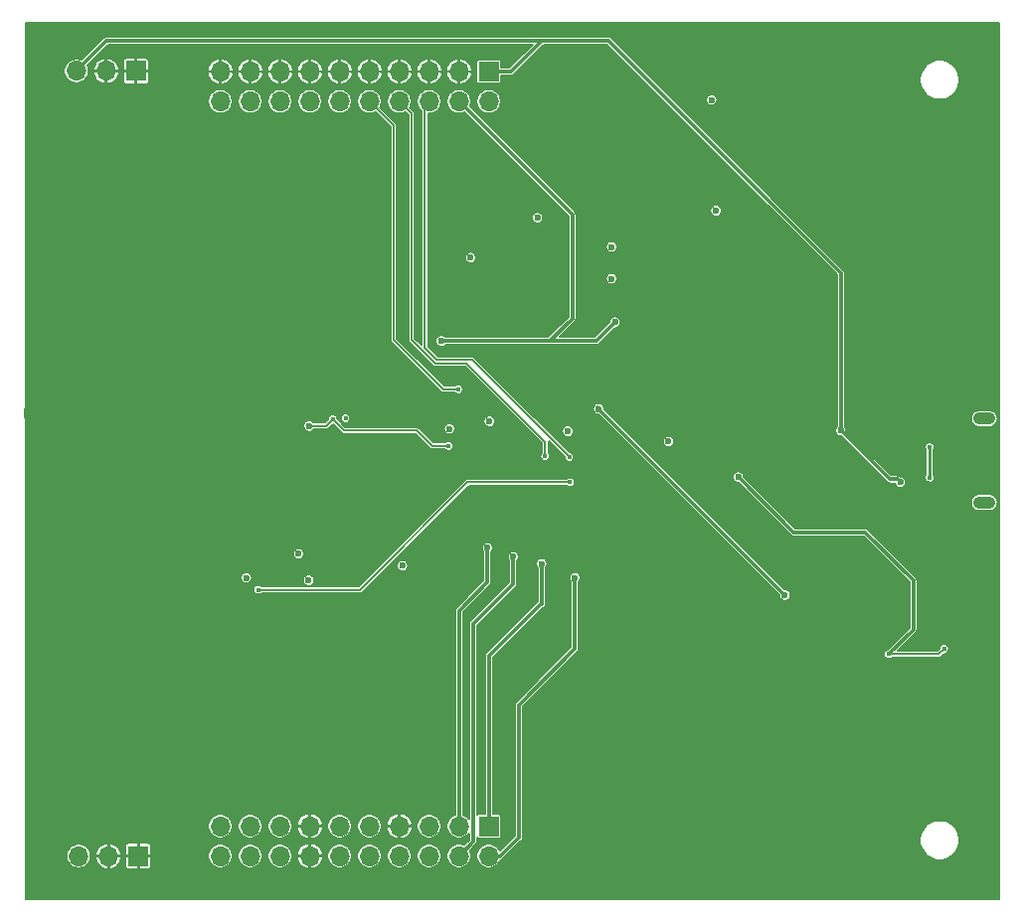
<source format=gbr>
%TF.GenerationSoftware,KiCad,Pcbnew,(5.1.9)-1*%
%TF.CreationDate,2021-08-26T02:42:55-04:00*%
%TF.ProjectId,CC2652_OnBoard,43433236-3532-45f4-9f6e-426f6172642e,rev?*%
%TF.SameCoordinates,Original*%
%TF.FileFunction,Copper,L4,Bot*%
%TF.FilePolarity,Positive*%
%FSLAX46Y46*%
G04 Gerber Fmt 4.6, Leading zero omitted, Abs format (unit mm)*
G04 Created by KiCad (PCBNEW (5.1.9)-1) date 2021-08-26 02:42:55*
%MOMM*%
%LPD*%
G01*
G04 APERTURE LIST*
%TA.AperFunction,ComponentPad*%
%ADD10R,0.500000X0.900000*%
%TD*%
%TA.AperFunction,ComponentPad*%
%ADD11O,1.900000X1.050000*%
%TD*%
%TA.AperFunction,ComponentPad*%
%ADD12O,1.700000X1.700000*%
%TD*%
%TA.AperFunction,ComponentPad*%
%ADD13R,1.700000X1.700000*%
%TD*%
%TA.AperFunction,ViaPad*%
%ADD14C,0.600000*%
%TD*%
%TA.AperFunction,ViaPad*%
%ADD15C,0.450000*%
%TD*%
%TA.AperFunction,Conductor*%
%ADD16C,0.300000*%
%TD*%
%TA.AperFunction,Conductor*%
%ADD17C,0.200000*%
%TD*%
%TA.AperFunction,Conductor*%
%ADD18C,0.261112*%
%TD*%
%TA.AperFunction,Conductor*%
%ADD19C,0.127000*%
%TD*%
%TA.AperFunction,Conductor*%
%ADD20C,0.100000*%
%TD*%
G04 APERTURE END LIST*
D10*
%TO.P,REF\u002A\u002A,*%
%TO.N,GND*%
X80150000Y-78400000D03*
%TD*%
D11*
%TO.P,USB_CONNECTOR_A1,6*%
%TO.N,N/C*%
X161650000Y-78825000D03*
X161650000Y-85975000D03*
%TD*%
D12*
%TO.P,PINS_PWR_IZQ1,3*%
%TO.N,USB_VBUS*%
X84320000Y-49200000D03*
%TO.P,PINS_PWR_IZQ1,2*%
%TO.N,GND*%
X86860000Y-49200000D03*
D13*
%TO.P,PINS_PWR_IZQ1,1*%
X89400000Y-49200000D03*
%TD*%
D12*
%TO.P,PINS_PWR_DER1,3*%
%TO.N,VDDS*%
X84520000Y-116100000D03*
%TO.P,PINS_PWR_DER1,2*%
%TO.N,GND*%
X87060000Y-116100000D03*
D13*
%TO.P,PINS_PWR_DER1,1*%
X89600000Y-116100000D03*
%TD*%
D12*
%TO.P,PINS_IZQ1,20*%
%TO.N,GPIO30*%
X96590000Y-51790000D03*
%TO.P,PINS_IZQ1,19*%
%TO.N,GND*%
X96590000Y-49250000D03*
%TO.P,PINS_IZQ1,18*%
%TO.N,GPIO29*%
X99130000Y-51790000D03*
%TO.P,PINS_IZQ1,17*%
%TO.N,GND*%
X99130000Y-49250000D03*
%TO.P,PINS_IZQ1,16*%
%TO.N,GPIO28*%
X101670000Y-51790000D03*
%TO.P,PINS_IZQ1,15*%
%TO.N,GND*%
X101670000Y-49250000D03*
%TO.P,PINS_IZQ1,14*%
%TO.N,GPIO27*%
X104210000Y-51790000D03*
%TO.P,PINS_IZQ1,13*%
%TO.N,GND*%
X104210000Y-49250000D03*
%TO.P,PINS_IZQ1,12*%
%TO.N,GPIO26*%
X106750000Y-51790000D03*
%TO.P,PINS_IZQ1,11*%
%TO.N,GND*%
X106750000Y-49250000D03*
%TO.P,PINS_IZQ1,10*%
%TO.N,GPIO23*%
X109290000Y-51790000D03*
%TO.P,PINS_IZQ1,9*%
%TO.N,GND*%
X109290000Y-49250000D03*
%TO.P,PINS_IZQ1,8*%
%TO.N,GPIO22*%
X111830000Y-51790000D03*
%TO.P,PINS_IZQ1,7*%
%TO.N,GND*%
X111830000Y-49250000D03*
%TO.P,PINS_IZQ1,6*%
%TO.N,GPIO21*%
X114370000Y-51790000D03*
%TO.P,PINS_IZQ1,5*%
%TO.N,GND*%
X114370000Y-49250000D03*
%TO.P,PINS_IZQ1,4*%
%TO.N,GPIO25*%
X116910000Y-51790000D03*
%TO.P,PINS_IZQ1,3*%
%TO.N,GND*%
X116910000Y-49250000D03*
%TO.P,PINS_IZQ1,2*%
%TO.N,GPIO24*%
X119450000Y-51790000D03*
D13*
%TO.P,PINS_IZQ1,1*%
%TO.N,USB_VBUS*%
X119450000Y-49250000D03*
%TD*%
D12*
%TO.P,PINS_DER1,20*%
%TO.N,GPIO0*%
X96590000Y-116090000D03*
%TO.P,PINS_DER1,19*%
%TO.N,GPIO1*%
X96590000Y-113550000D03*
%TO.P,PINS_DER1,18*%
%TO.N,GPIO2*%
X99130000Y-116090000D03*
%TO.P,PINS_DER1,17*%
%TO.N,GPIO3*%
X99130000Y-113550000D03*
%TO.P,PINS_DER1,16*%
%TO.N,GPIO4*%
X101670000Y-116090000D03*
%TO.P,PINS_DER1,15*%
%TO.N,GPIO5*%
X101670000Y-113550000D03*
%TO.P,PINS_DER1,14*%
%TO.N,GND*%
X104210000Y-116090000D03*
%TO.P,PINS_DER1,13*%
X104210000Y-113550000D03*
%TO.P,PINS_DER1,12*%
%TO.N,GPIO6*%
X106750000Y-116090000D03*
%TO.P,PINS_DER1,11*%
%TO.N,GPIO7*%
X106750000Y-113550000D03*
%TO.P,PINS_DER1,10*%
%TO.N,GPIO11*%
X109290000Y-116090000D03*
%TO.P,PINS_DER1,9*%
%TO.N,GPIO12*%
X109290000Y-113550000D03*
%TO.P,PINS_DER1,8*%
%TO.N,GPIO13*%
X111830000Y-116090000D03*
%TO.P,PINS_DER1,7*%
%TO.N,GND*%
X111830000Y-113550000D03*
%TO.P,PINS_DER1,6*%
%TO.N,GPIO14*%
X114370000Y-116090000D03*
%TO.P,PINS_DER1,5*%
%TO.N,GPIO15*%
X114370000Y-113550000D03*
%TO.P,PINS_DER1,4*%
%TO.N,JTAG_TCKC*%
X116910000Y-116090000D03*
%TO.P,PINS_DER1,3*%
%TO.N,JTAG_TMSC*%
X116910000Y-113550000D03*
%TO.P,PINS_DER1,2*%
%TO.N,GPIO17-JTDI*%
X119450000Y-116090000D03*
D13*
%TO.P,PINS_DER1,1*%
%TO.N,GPIO16-JTDO*%
X119450000Y-113550000D03*
%TD*%
D14*
%TO.N,*%
X119500000Y-79050000D03*
X126175000Y-79900000D03*
%TO.N,GND*%
X107500000Y-118850000D03*
X114700000Y-97275000D03*
X115450000Y-92425000D03*
X115725000Y-104425000D03*
X123025000Y-98850000D03*
%TO.N,*%
X138425000Y-51675000D03*
%TO.N,GND*%
X156675000Y-100550000D03*
X155800000Y-84000000D03*
X155025000Y-80425000D03*
X156475000Y-74750000D03*
X103500000Y-95300000D03*
X103400000Y-97900000D03*
X101600000Y-97900000D03*
X101600000Y-95300000D03*
X102500000Y-96600000D03*
X108000000Y-84000000D03*
X106700000Y-82700000D03*
X109300000Y-82700000D03*
X109300000Y-85300000D03*
X106700000Y-85300000D03*
X146900000Y-82400000D03*
X147700000Y-83300000D03*
X147700000Y-81500000D03*
X146000000Y-81500000D03*
X146000000Y-83300000D03*
X157000000Y-93450000D03*
X153800000Y-96250000D03*
X153800000Y-94250000D03*
X126400000Y-88000000D03*
X132100000Y-88000000D03*
X136250000Y-88200000D03*
X129200000Y-91400000D03*
X133875000Y-92600000D03*
X139075000Y-92400000D03*
X143425000Y-89175000D03*
X128600000Y-102100000D03*
X141225000Y-101950000D03*
X124900000Y-107800000D03*
X134175000Y-102050000D03*
X142000000Y-107525000D03*
X149575000Y-103800000D03*
X153750000Y-112075000D03*
X157025000Y-106875000D03*
X161575000Y-110950000D03*
X161400000Y-99000000D03*
X161400000Y-92600000D03*
X160125000Y-89225000D03*
X155675000Y-88500000D03*
X149300000Y-87025000D03*
X139100000Y-118650000D03*
X123850000Y-118600000D03*
X148600000Y-118700000D03*
X89800000Y-118600000D03*
X81600000Y-118600000D03*
X81800000Y-110400000D03*
X81800000Y-105400000D03*
X91850000Y-110200000D03*
X87500000Y-111100000D03*
X93350000Y-116375000D03*
X82225000Y-99525000D03*
X95550000Y-103100000D03*
X97375000Y-118900000D03*
X106175000Y-107800000D03*
X102850000Y-102875000D03*
X129600000Y-82400000D03*
X137925000Y-83550000D03*
X141300000Y-78925000D03*
X138725000Y-72325000D03*
X132800000Y-79125000D03*
X161000000Y-72600000D03*
X161450000Y-60050000D03*
X161275000Y-54500000D03*
X139400000Y-47175000D03*
X151825000Y-57475000D03*
X150375000Y-62475000D03*
X156275000Y-66650000D03*
X151975000Y-73350000D03*
X151725000Y-67175000D03*
X161100000Y-65925000D03*
X156550000Y-58425000D03*
X104950000Y-57375000D03*
X102900000Y-60750000D03*
X99975000Y-66025000D03*
X95125000Y-70300000D03*
X82100000Y-69900000D03*
X82100000Y-64900000D03*
X82000000Y-58800000D03*
X88950000Y-68650000D03*
X94900000Y-64175000D03*
X92625000Y-55225000D03*
X87675000Y-54675000D03*
X82000000Y-76400000D03*
X89250000Y-75900000D03*
X81800000Y-84800000D03*
X81700000Y-89200000D03*
X81800000Y-94500000D03*
X86450000Y-87250000D03*
X88475000Y-61925000D03*
X105350000Y-71200000D03*
X116425000Y-54975000D03*
X126950000Y-52600000D03*
X132050000Y-55225000D03*
X130875000Y-59875000D03*
X135900000Y-58600000D03*
X122000000Y-75000000D03*
X127200000Y-74800000D03*
X143450000Y-68825000D03*
X116000000Y-68600000D03*
X118025000Y-59300000D03*
X126900000Y-48100000D03*
X134375000Y-47275000D03*
X82200000Y-53200000D03*
X136900000Y-107525000D03*
X94925000Y-75450000D03*
X89300000Y-83900000D03*
X161350000Y-104550000D03*
X147850000Y-50750000D03*
%TO.N,RESET_N*%
X144660000Y-93860000D03*
X128800000Y-78000000D03*
%TO.N,VDDS*%
X138800000Y-61100000D03*
X123600000Y-61700000D03*
X117900000Y-65100000D03*
X116100000Y-79700000D03*
X104100000Y-92600000D03*
X129900000Y-64200000D03*
X129900000Y-66900000D03*
X112100000Y-91350000D03*
X103250000Y-90350000D03*
X98800000Y-92400000D03*
D15*
X107250000Y-78800000D03*
D14*
X134750000Y-80775000D03*
%TO.N,VDDR*%
X104150000Y-79450000D03*
D15*
X106162500Y-78887500D03*
X116025000Y-81150000D03*
%TO.N,Vin_CC2652*%
X158225000Y-98425000D03*
X153500000Y-98900000D03*
D14*
X140700000Y-83800000D03*
D15*
%TO.N,FLASH_nCS*%
X99800000Y-93400000D03*
X126375000Y-84250000D03*
D14*
%TO.N,JTAG_TMSC*%
X119337500Y-89837500D03*
%TO.N,JTAG_TCKC*%
X121537500Y-90587500D03*
%TO.N,GPIO16-JTDO*%
X123950000Y-91200000D03*
%TO.N,GPIO17-JTDI*%
X126787500Y-92387500D03*
D15*
%TO.N,GPIO21*%
X126300000Y-82100000D03*
%TO.N,GPIO22*%
X124250000Y-82025000D03*
D14*
%TO.N,GPIO25*%
X115400000Y-72200000D03*
X130200000Y-70600000D03*
D15*
%TO.N,GPIO23*%
X116850000Y-76325000D03*
D14*
%TO.N,USB_VBUS*%
X149425000Y-79850000D03*
X154500000Y-84250000D03*
D15*
%TO.N,USB_D-*%
X157000000Y-81250000D03*
X157000000Y-83850000D03*
%TD*%
D16*
%TO.N,RESET_N*%
X144660000Y-93860000D02*
X128800000Y-78000000D01*
X128800000Y-78000000D02*
X128700000Y-77900000D01*
D17*
%TO.N,VDDR*%
X105600000Y-79450000D02*
X106162500Y-78887500D01*
X104150000Y-79450000D02*
X105600000Y-79450000D01*
X106162500Y-78887500D02*
X107100000Y-79825000D01*
X107100000Y-79825000D02*
X113300000Y-79825000D01*
X113300000Y-79825000D02*
X114625000Y-81150000D01*
X114625000Y-81150000D02*
X116025000Y-81150000D01*
X116025000Y-81150000D02*
X116025000Y-81150000D01*
D16*
%TO.N,Vin_CC2652*%
X155600000Y-92600000D02*
X151500000Y-88500000D01*
X155600000Y-96800000D02*
X155600000Y-92600000D01*
X153500000Y-98900000D02*
X155600000Y-96800000D01*
D17*
X157750000Y-98900000D02*
X158225000Y-98425000D01*
X153500000Y-98900000D02*
X157750000Y-98900000D01*
D16*
X151500000Y-88500000D02*
X145400000Y-88500000D01*
X145400000Y-88500000D02*
X140700000Y-83800000D01*
X140700000Y-83800000D02*
X140700000Y-83800000D01*
D17*
%TO.N,FLASH_nCS*%
X108500000Y-93400000D02*
X99800000Y-93400000D01*
X117650000Y-84250000D02*
X108500000Y-93400000D01*
X126375000Y-84250000D02*
X117650000Y-84250000D01*
D16*
%TO.N,JTAG_TMSC*%
X119337500Y-92757500D02*
X116910000Y-95185000D01*
X119337500Y-89837500D02*
X119337500Y-92757500D01*
X116910000Y-95185000D02*
X116910000Y-113550000D01*
%TO.N,JTAG_TCKC*%
X118100000Y-114900000D02*
X116910000Y-116090000D01*
X121537500Y-90587500D02*
X121537500Y-92912500D01*
X118100000Y-96350000D02*
X118100000Y-98925000D01*
X121537500Y-92912500D02*
X118100000Y-96350000D01*
X118100000Y-98925000D02*
X118100000Y-114900000D01*
%TO.N,GPIO16-JTDO*%
X123950000Y-91200000D02*
X123950000Y-94625000D01*
X119450000Y-99050000D02*
X119450000Y-113550000D01*
X123875000Y-94625000D02*
X119450000Y-99050000D01*
X123950000Y-94625000D02*
X123875000Y-94625000D01*
%TO.N,GPIO17-JTDI*%
X126787500Y-92387500D02*
X126787500Y-98437500D01*
X126787500Y-98437500D02*
X122000000Y-103225000D01*
X122000000Y-103225000D02*
X122000000Y-114525000D01*
X120435000Y-116090000D02*
X119450000Y-116090000D01*
X122000000Y-114525000D02*
X120435000Y-116090000D01*
D17*
%TO.N,GPIO21*%
X114002001Y-72802001D02*
X114002001Y-52157999D01*
X114002001Y-52157999D02*
X114370000Y-51790000D01*
X115000000Y-73800000D02*
X114002001Y-72802001D01*
X118000000Y-73800000D02*
X115000000Y-73800000D01*
X126300000Y-82100000D02*
X118000000Y-73800000D01*
%TO.N,GPIO22*%
X124250000Y-82025000D02*
X124250000Y-80825000D01*
X114864549Y-74127010D02*
X112875000Y-72137461D01*
X117552010Y-74127010D02*
X114864549Y-74127010D01*
X124250000Y-80825000D02*
X117552010Y-74127010D01*
X112875000Y-52835000D02*
X111830000Y-51790000D01*
X112875000Y-72137461D02*
X112875000Y-52835000D01*
D16*
%TO.N,GPIO25*%
X128600000Y-72200000D02*
X130200000Y-70600000D01*
X123875000Y-72200000D02*
X124650000Y-72200000D01*
X115400000Y-72200000D02*
X123875000Y-72200000D01*
X123875000Y-72200000D02*
X128600000Y-72200000D01*
X124650000Y-72200000D02*
X126550000Y-70300000D01*
X126550000Y-70300000D02*
X126550000Y-61430000D01*
D17*
%TO.N,GPIO23*%
X116850000Y-76325000D02*
X115550000Y-76325000D01*
X115550000Y-76325000D02*
X111350000Y-72125000D01*
X111350000Y-53850000D02*
X109290000Y-51790000D01*
X111350000Y-72125000D02*
X111350000Y-53850000D01*
D16*
%TO.N,GPIO25*%
X126550000Y-61430000D02*
X116910000Y-51790000D01*
%TO.N,USB_VBUS*%
X149425000Y-79850000D02*
X149425000Y-66400000D01*
X149425000Y-66400000D02*
X134815000Y-51790000D01*
X154250000Y-84000000D02*
X154500000Y-84250000D01*
X153575000Y-84000000D02*
X154250000Y-84000000D01*
X149425000Y-79850000D02*
X153575000Y-84000000D01*
X86920000Y-46600000D02*
X84320000Y-49200000D01*
X134815000Y-51790000D02*
X129625000Y-46600000D01*
X121350000Y-49250000D02*
X124000000Y-46600000D01*
X119450000Y-49250000D02*
X121350000Y-49250000D01*
X124000000Y-46600000D02*
X86920000Y-46600000D01*
X129625000Y-46600000D02*
X124000000Y-46600000D01*
D18*
%TO.N,USB_D-*%
X157000000Y-83550000D02*
X157000000Y-81250000D01*
X157000000Y-83550000D02*
X157000000Y-83850000D01*
%TD*%
D19*
%TO.N,GND*%
X162936500Y-119784500D02*
X80063500Y-119784500D01*
X80063500Y-115997520D01*
X83479500Y-115997520D01*
X83479500Y-116202480D01*
X83519485Y-116403503D01*
X83597920Y-116592862D01*
X83711791Y-116763280D01*
X83856720Y-116908209D01*
X84027138Y-117022080D01*
X84216497Y-117100515D01*
X84417520Y-117140500D01*
X84622480Y-117140500D01*
X84823503Y-117100515D01*
X85012862Y-117022080D01*
X85183280Y-116908209D01*
X85328209Y-116763280D01*
X85442080Y-116592862D01*
X85520515Y-116403503D01*
X85539084Y-116310147D01*
X85966509Y-116310147D01*
X86028518Y-116519439D01*
X86130166Y-116712612D01*
X86267547Y-116882242D01*
X86435382Y-117021811D01*
X86627220Y-117125956D01*
X86835690Y-117190674D01*
X86849853Y-117193490D01*
X87023500Y-117146989D01*
X87023500Y-116136500D01*
X87096500Y-116136500D01*
X87096500Y-117146989D01*
X87270147Y-117193490D01*
X87284310Y-117190674D01*
X87492780Y-117125956D01*
X87684618Y-117021811D01*
X87770972Y-116950000D01*
X88485225Y-116950000D01*
X88490313Y-117001655D01*
X88505380Y-117051325D01*
X88529848Y-117097101D01*
X88562776Y-117137224D01*
X88602899Y-117170152D01*
X88648675Y-117194620D01*
X88698345Y-117209687D01*
X88750000Y-117214775D01*
X89497625Y-117213500D01*
X89563500Y-117147625D01*
X89563500Y-116136500D01*
X89636500Y-116136500D01*
X89636500Y-117147625D01*
X89702375Y-117213500D01*
X90450000Y-117214775D01*
X90501655Y-117209687D01*
X90551325Y-117194620D01*
X90597101Y-117170152D01*
X90637224Y-117137224D01*
X90670152Y-117097101D01*
X90694620Y-117051325D01*
X90709687Y-117001655D01*
X90714775Y-116950000D01*
X90713500Y-116202375D01*
X90647625Y-116136500D01*
X89636500Y-116136500D01*
X89563500Y-116136500D01*
X88552375Y-116136500D01*
X88486500Y-116202375D01*
X88485225Y-116950000D01*
X87770972Y-116950000D01*
X87852453Y-116882242D01*
X87989834Y-116712612D01*
X88091482Y-116519439D01*
X88153491Y-116310147D01*
X88107028Y-116136500D01*
X87096500Y-116136500D01*
X87023500Y-116136500D01*
X86012972Y-116136500D01*
X85966509Y-116310147D01*
X85539084Y-116310147D01*
X85560500Y-116202480D01*
X85560500Y-115997520D01*
X85539085Y-115889853D01*
X85966509Y-115889853D01*
X86012972Y-116063500D01*
X87023500Y-116063500D01*
X87023500Y-115053011D01*
X87096500Y-115053011D01*
X87096500Y-116063500D01*
X88107028Y-116063500D01*
X88153491Y-115889853D01*
X88091482Y-115680561D01*
X87989834Y-115487388D01*
X87852453Y-115317758D01*
X87770973Y-115250000D01*
X88485225Y-115250000D01*
X88486500Y-115997625D01*
X88552375Y-116063500D01*
X89563500Y-116063500D01*
X89563500Y-115052375D01*
X89636500Y-115052375D01*
X89636500Y-116063500D01*
X90647625Y-116063500D01*
X90713500Y-115997625D01*
X90713517Y-115987520D01*
X95549500Y-115987520D01*
X95549500Y-116192480D01*
X95589485Y-116393503D01*
X95667920Y-116582862D01*
X95781791Y-116753280D01*
X95926720Y-116898209D01*
X96097138Y-117012080D01*
X96286497Y-117090515D01*
X96487520Y-117130500D01*
X96692480Y-117130500D01*
X96893503Y-117090515D01*
X97082862Y-117012080D01*
X97253280Y-116898209D01*
X97398209Y-116753280D01*
X97512080Y-116582862D01*
X97590515Y-116393503D01*
X97630500Y-116192480D01*
X97630500Y-115987520D01*
X98089500Y-115987520D01*
X98089500Y-116192480D01*
X98129485Y-116393503D01*
X98207920Y-116582862D01*
X98321791Y-116753280D01*
X98466720Y-116898209D01*
X98637138Y-117012080D01*
X98826497Y-117090515D01*
X99027520Y-117130500D01*
X99232480Y-117130500D01*
X99433503Y-117090515D01*
X99622862Y-117012080D01*
X99793280Y-116898209D01*
X99938209Y-116753280D01*
X100052080Y-116582862D01*
X100130515Y-116393503D01*
X100170500Y-116192480D01*
X100170500Y-115987520D01*
X100629500Y-115987520D01*
X100629500Y-116192480D01*
X100669485Y-116393503D01*
X100747920Y-116582862D01*
X100861791Y-116753280D01*
X101006720Y-116898209D01*
X101177138Y-117012080D01*
X101366497Y-117090515D01*
X101567520Y-117130500D01*
X101772480Y-117130500D01*
X101973503Y-117090515D01*
X102162862Y-117012080D01*
X102333280Y-116898209D01*
X102478209Y-116753280D01*
X102592080Y-116582862D01*
X102670515Y-116393503D01*
X102689084Y-116300147D01*
X103116509Y-116300147D01*
X103178518Y-116509439D01*
X103280166Y-116702612D01*
X103417547Y-116872242D01*
X103585382Y-117011811D01*
X103777220Y-117115956D01*
X103985690Y-117180674D01*
X103999853Y-117183490D01*
X104173500Y-117136989D01*
X104173500Y-116126500D01*
X104246500Y-116126500D01*
X104246500Y-117136989D01*
X104420147Y-117183490D01*
X104434310Y-117180674D01*
X104642780Y-117115956D01*
X104834618Y-117011811D01*
X105002453Y-116872242D01*
X105139834Y-116702612D01*
X105241482Y-116509439D01*
X105303491Y-116300147D01*
X105257028Y-116126500D01*
X104246500Y-116126500D01*
X104173500Y-116126500D01*
X103162972Y-116126500D01*
X103116509Y-116300147D01*
X102689084Y-116300147D01*
X102710500Y-116192480D01*
X102710500Y-115987520D01*
X102689085Y-115879853D01*
X103116509Y-115879853D01*
X103162972Y-116053500D01*
X104173500Y-116053500D01*
X104173500Y-115043011D01*
X104246500Y-115043011D01*
X104246500Y-116053500D01*
X105257028Y-116053500D01*
X105274682Y-115987520D01*
X105709500Y-115987520D01*
X105709500Y-116192480D01*
X105749485Y-116393503D01*
X105827920Y-116582862D01*
X105941791Y-116753280D01*
X106086720Y-116898209D01*
X106257138Y-117012080D01*
X106446497Y-117090515D01*
X106647520Y-117130500D01*
X106852480Y-117130500D01*
X107053503Y-117090515D01*
X107242862Y-117012080D01*
X107413280Y-116898209D01*
X107558209Y-116753280D01*
X107672080Y-116582862D01*
X107750515Y-116393503D01*
X107790500Y-116192480D01*
X107790500Y-115987520D01*
X108249500Y-115987520D01*
X108249500Y-116192480D01*
X108289485Y-116393503D01*
X108367920Y-116582862D01*
X108481791Y-116753280D01*
X108626720Y-116898209D01*
X108797138Y-117012080D01*
X108986497Y-117090515D01*
X109187520Y-117130500D01*
X109392480Y-117130500D01*
X109593503Y-117090515D01*
X109782862Y-117012080D01*
X109953280Y-116898209D01*
X110098209Y-116753280D01*
X110212080Y-116582862D01*
X110290515Y-116393503D01*
X110330500Y-116192480D01*
X110330500Y-115987520D01*
X110789500Y-115987520D01*
X110789500Y-116192480D01*
X110829485Y-116393503D01*
X110907920Y-116582862D01*
X111021791Y-116753280D01*
X111166720Y-116898209D01*
X111337138Y-117012080D01*
X111526497Y-117090515D01*
X111727520Y-117130500D01*
X111932480Y-117130500D01*
X112133503Y-117090515D01*
X112322862Y-117012080D01*
X112493280Y-116898209D01*
X112638209Y-116753280D01*
X112752080Y-116582862D01*
X112830515Y-116393503D01*
X112870500Y-116192480D01*
X112870500Y-115987520D01*
X113329500Y-115987520D01*
X113329500Y-116192480D01*
X113369485Y-116393503D01*
X113447920Y-116582862D01*
X113561791Y-116753280D01*
X113706720Y-116898209D01*
X113877138Y-117012080D01*
X114066497Y-117090515D01*
X114267520Y-117130500D01*
X114472480Y-117130500D01*
X114673503Y-117090515D01*
X114862862Y-117012080D01*
X115033280Y-116898209D01*
X115178209Y-116753280D01*
X115292080Y-116582862D01*
X115370515Y-116393503D01*
X115410500Y-116192480D01*
X115410500Y-115987520D01*
X115370515Y-115786497D01*
X115292080Y-115597138D01*
X115178209Y-115426720D01*
X115033280Y-115281791D01*
X114862862Y-115167920D01*
X114673503Y-115089485D01*
X114472480Y-115049500D01*
X114267520Y-115049500D01*
X114066497Y-115089485D01*
X113877138Y-115167920D01*
X113706720Y-115281791D01*
X113561791Y-115426720D01*
X113447920Y-115597138D01*
X113369485Y-115786497D01*
X113329500Y-115987520D01*
X112870500Y-115987520D01*
X112830515Y-115786497D01*
X112752080Y-115597138D01*
X112638209Y-115426720D01*
X112493280Y-115281791D01*
X112322862Y-115167920D01*
X112133503Y-115089485D01*
X111932480Y-115049500D01*
X111727520Y-115049500D01*
X111526497Y-115089485D01*
X111337138Y-115167920D01*
X111166720Y-115281791D01*
X111021791Y-115426720D01*
X110907920Y-115597138D01*
X110829485Y-115786497D01*
X110789500Y-115987520D01*
X110330500Y-115987520D01*
X110290515Y-115786497D01*
X110212080Y-115597138D01*
X110098209Y-115426720D01*
X109953280Y-115281791D01*
X109782862Y-115167920D01*
X109593503Y-115089485D01*
X109392480Y-115049500D01*
X109187520Y-115049500D01*
X108986497Y-115089485D01*
X108797138Y-115167920D01*
X108626720Y-115281791D01*
X108481791Y-115426720D01*
X108367920Y-115597138D01*
X108289485Y-115786497D01*
X108249500Y-115987520D01*
X107790500Y-115987520D01*
X107750515Y-115786497D01*
X107672080Y-115597138D01*
X107558209Y-115426720D01*
X107413280Y-115281791D01*
X107242862Y-115167920D01*
X107053503Y-115089485D01*
X106852480Y-115049500D01*
X106647520Y-115049500D01*
X106446497Y-115089485D01*
X106257138Y-115167920D01*
X106086720Y-115281791D01*
X105941791Y-115426720D01*
X105827920Y-115597138D01*
X105749485Y-115786497D01*
X105709500Y-115987520D01*
X105274682Y-115987520D01*
X105303491Y-115879853D01*
X105241482Y-115670561D01*
X105139834Y-115477388D01*
X105002453Y-115307758D01*
X104834618Y-115168189D01*
X104642780Y-115064044D01*
X104434310Y-114999326D01*
X104420147Y-114996510D01*
X104246500Y-115043011D01*
X104173500Y-115043011D01*
X103999853Y-114996510D01*
X103985690Y-114999326D01*
X103777220Y-115064044D01*
X103585382Y-115168189D01*
X103417547Y-115307758D01*
X103280166Y-115477388D01*
X103178518Y-115670561D01*
X103116509Y-115879853D01*
X102689085Y-115879853D01*
X102670515Y-115786497D01*
X102592080Y-115597138D01*
X102478209Y-115426720D01*
X102333280Y-115281791D01*
X102162862Y-115167920D01*
X101973503Y-115089485D01*
X101772480Y-115049500D01*
X101567520Y-115049500D01*
X101366497Y-115089485D01*
X101177138Y-115167920D01*
X101006720Y-115281791D01*
X100861791Y-115426720D01*
X100747920Y-115597138D01*
X100669485Y-115786497D01*
X100629500Y-115987520D01*
X100170500Y-115987520D01*
X100130515Y-115786497D01*
X100052080Y-115597138D01*
X99938209Y-115426720D01*
X99793280Y-115281791D01*
X99622862Y-115167920D01*
X99433503Y-115089485D01*
X99232480Y-115049500D01*
X99027520Y-115049500D01*
X98826497Y-115089485D01*
X98637138Y-115167920D01*
X98466720Y-115281791D01*
X98321791Y-115426720D01*
X98207920Y-115597138D01*
X98129485Y-115786497D01*
X98089500Y-115987520D01*
X97630500Y-115987520D01*
X97590515Y-115786497D01*
X97512080Y-115597138D01*
X97398209Y-115426720D01*
X97253280Y-115281791D01*
X97082862Y-115167920D01*
X96893503Y-115089485D01*
X96692480Y-115049500D01*
X96487520Y-115049500D01*
X96286497Y-115089485D01*
X96097138Y-115167920D01*
X95926720Y-115281791D01*
X95781791Y-115426720D01*
X95667920Y-115597138D01*
X95589485Y-115786497D01*
X95549500Y-115987520D01*
X90713517Y-115987520D01*
X90714775Y-115250000D01*
X90709687Y-115198345D01*
X90694620Y-115148675D01*
X90670152Y-115102899D01*
X90637224Y-115062776D01*
X90597101Y-115029848D01*
X90551325Y-115005380D01*
X90501655Y-114990313D01*
X90450000Y-114985225D01*
X89702375Y-114986500D01*
X89636500Y-115052375D01*
X89563500Y-115052375D01*
X89497625Y-114986500D01*
X88750000Y-114985225D01*
X88698345Y-114990313D01*
X88648675Y-115005380D01*
X88602899Y-115029848D01*
X88562776Y-115062776D01*
X88529848Y-115102899D01*
X88505380Y-115148675D01*
X88490313Y-115198345D01*
X88485225Y-115250000D01*
X87770973Y-115250000D01*
X87684618Y-115178189D01*
X87492780Y-115074044D01*
X87284310Y-115009326D01*
X87270147Y-115006510D01*
X87096500Y-115053011D01*
X87023500Y-115053011D01*
X86849853Y-115006510D01*
X86835690Y-115009326D01*
X86627220Y-115074044D01*
X86435382Y-115178189D01*
X86267547Y-115317758D01*
X86130166Y-115487388D01*
X86028518Y-115680561D01*
X85966509Y-115889853D01*
X85539085Y-115889853D01*
X85520515Y-115796497D01*
X85442080Y-115607138D01*
X85328209Y-115436720D01*
X85183280Y-115291791D01*
X85012862Y-115177920D01*
X84823503Y-115099485D01*
X84622480Y-115059500D01*
X84417520Y-115059500D01*
X84216497Y-115099485D01*
X84027138Y-115177920D01*
X83856720Y-115291791D01*
X83711791Y-115436720D01*
X83597920Y-115607138D01*
X83519485Y-115796497D01*
X83479500Y-115997520D01*
X80063500Y-115997520D01*
X80063500Y-113447520D01*
X95549500Y-113447520D01*
X95549500Y-113652480D01*
X95589485Y-113853503D01*
X95667920Y-114042862D01*
X95781791Y-114213280D01*
X95926720Y-114358209D01*
X96097138Y-114472080D01*
X96286497Y-114550515D01*
X96487520Y-114590500D01*
X96692480Y-114590500D01*
X96893503Y-114550515D01*
X97082862Y-114472080D01*
X97253280Y-114358209D01*
X97398209Y-114213280D01*
X97512080Y-114042862D01*
X97590515Y-113853503D01*
X97630500Y-113652480D01*
X97630500Y-113447520D01*
X98089500Y-113447520D01*
X98089500Y-113652480D01*
X98129485Y-113853503D01*
X98207920Y-114042862D01*
X98321791Y-114213280D01*
X98466720Y-114358209D01*
X98637138Y-114472080D01*
X98826497Y-114550515D01*
X99027520Y-114590500D01*
X99232480Y-114590500D01*
X99433503Y-114550515D01*
X99622862Y-114472080D01*
X99793280Y-114358209D01*
X99938209Y-114213280D01*
X100052080Y-114042862D01*
X100130515Y-113853503D01*
X100170500Y-113652480D01*
X100170500Y-113447520D01*
X100629500Y-113447520D01*
X100629500Y-113652480D01*
X100669485Y-113853503D01*
X100747920Y-114042862D01*
X100861791Y-114213280D01*
X101006720Y-114358209D01*
X101177138Y-114472080D01*
X101366497Y-114550515D01*
X101567520Y-114590500D01*
X101772480Y-114590500D01*
X101973503Y-114550515D01*
X102162862Y-114472080D01*
X102333280Y-114358209D01*
X102478209Y-114213280D01*
X102592080Y-114042862D01*
X102670515Y-113853503D01*
X102689084Y-113760147D01*
X103116509Y-113760147D01*
X103178518Y-113969439D01*
X103280166Y-114162612D01*
X103417547Y-114332242D01*
X103585382Y-114471811D01*
X103777220Y-114575956D01*
X103985690Y-114640674D01*
X103999853Y-114643490D01*
X104173500Y-114596989D01*
X104173500Y-113586500D01*
X104246500Y-113586500D01*
X104246500Y-114596989D01*
X104420147Y-114643490D01*
X104434310Y-114640674D01*
X104642780Y-114575956D01*
X104834618Y-114471811D01*
X105002453Y-114332242D01*
X105139834Y-114162612D01*
X105241482Y-113969439D01*
X105303491Y-113760147D01*
X105257028Y-113586500D01*
X104246500Y-113586500D01*
X104173500Y-113586500D01*
X103162972Y-113586500D01*
X103116509Y-113760147D01*
X102689084Y-113760147D01*
X102710500Y-113652480D01*
X102710500Y-113447520D01*
X102689085Y-113339853D01*
X103116509Y-113339853D01*
X103162972Y-113513500D01*
X104173500Y-113513500D01*
X104173500Y-112503011D01*
X104246500Y-112503011D01*
X104246500Y-113513500D01*
X105257028Y-113513500D01*
X105274682Y-113447520D01*
X105709500Y-113447520D01*
X105709500Y-113652480D01*
X105749485Y-113853503D01*
X105827920Y-114042862D01*
X105941791Y-114213280D01*
X106086720Y-114358209D01*
X106257138Y-114472080D01*
X106446497Y-114550515D01*
X106647520Y-114590500D01*
X106852480Y-114590500D01*
X107053503Y-114550515D01*
X107242862Y-114472080D01*
X107413280Y-114358209D01*
X107558209Y-114213280D01*
X107672080Y-114042862D01*
X107750515Y-113853503D01*
X107790500Y-113652480D01*
X107790500Y-113447520D01*
X108249500Y-113447520D01*
X108249500Y-113652480D01*
X108289485Y-113853503D01*
X108367920Y-114042862D01*
X108481791Y-114213280D01*
X108626720Y-114358209D01*
X108797138Y-114472080D01*
X108986497Y-114550515D01*
X109187520Y-114590500D01*
X109392480Y-114590500D01*
X109593503Y-114550515D01*
X109782862Y-114472080D01*
X109953280Y-114358209D01*
X110098209Y-114213280D01*
X110212080Y-114042862D01*
X110290515Y-113853503D01*
X110309084Y-113760147D01*
X110736509Y-113760147D01*
X110798518Y-113969439D01*
X110900166Y-114162612D01*
X111037547Y-114332242D01*
X111205382Y-114471811D01*
X111397220Y-114575956D01*
X111605690Y-114640674D01*
X111619853Y-114643490D01*
X111793500Y-114596989D01*
X111793500Y-113586500D01*
X111866500Y-113586500D01*
X111866500Y-114596989D01*
X112040147Y-114643490D01*
X112054310Y-114640674D01*
X112262780Y-114575956D01*
X112454618Y-114471811D01*
X112622453Y-114332242D01*
X112759834Y-114162612D01*
X112861482Y-113969439D01*
X112923491Y-113760147D01*
X112877028Y-113586500D01*
X111866500Y-113586500D01*
X111793500Y-113586500D01*
X110782972Y-113586500D01*
X110736509Y-113760147D01*
X110309084Y-113760147D01*
X110330500Y-113652480D01*
X110330500Y-113447520D01*
X110309085Y-113339853D01*
X110736509Y-113339853D01*
X110782972Y-113513500D01*
X111793500Y-113513500D01*
X111793500Y-112503011D01*
X111866500Y-112503011D01*
X111866500Y-113513500D01*
X112877028Y-113513500D01*
X112894682Y-113447520D01*
X113329500Y-113447520D01*
X113329500Y-113652480D01*
X113369485Y-113853503D01*
X113447920Y-114042862D01*
X113561791Y-114213280D01*
X113706720Y-114358209D01*
X113877138Y-114472080D01*
X114066497Y-114550515D01*
X114267520Y-114590500D01*
X114472480Y-114590500D01*
X114673503Y-114550515D01*
X114862862Y-114472080D01*
X115033280Y-114358209D01*
X115178209Y-114213280D01*
X115292080Y-114042862D01*
X115370515Y-113853503D01*
X115410500Y-113652480D01*
X115410500Y-113447520D01*
X115869500Y-113447520D01*
X115869500Y-113652480D01*
X115909485Y-113853503D01*
X115987920Y-114042862D01*
X116101791Y-114213280D01*
X116246720Y-114358209D01*
X116417138Y-114472080D01*
X116606497Y-114550515D01*
X116807520Y-114590500D01*
X117012480Y-114590500D01*
X117213503Y-114550515D01*
X117402862Y-114472080D01*
X117573280Y-114358209D01*
X117718209Y-114213280D01*
X117759501Y-114151483D01*
X117759501Y-114758959D01*
X117365865Y-115152595D01*
X117213503Y-115089485D01*
X117012480Y-115049500D01*
X116807520Y-115049500D01*
X116606497Y-115089485D01*
X116417138Y-115167920D01*
X116246720Y-115281791D01*
X116101791Y-115426720D01*
X115987920Y-115597138D01*
X115909485Y-115786497D01*
X115869500Y-115987520D01*
X115869500Y-116192480D01*
X115909485Y-116393503D01*
X115987920Y-116582862D01*
X116101791Y-116753280D01*
X116246720Y-116898209D01*
X116417138Y-117012080D01*
X116606497Y-117090515D01*
X116807520Y-117130500D01*
X117012480Y-117130500D01*
X117213503Y-117090515D01*
X117402862Y-117012080D01*
X117573280Y-116898209D01*
X117718209Y-116753280D01*
X117832080Y-116582862D01*
X117910515Y-116393503D01*
X117950500Y-116192480D01*
X117950500Y-115987520D01*
X118409500Y-115987520D01*
X118409500Y-116192480D01*
X118449485Y-116393503D01*
X118527920Y-116582862D01*
X118641791Y-116753280D01*
X118786720Y-116898209D01*
X118957138Y-117012080D01*
X119146497Y-117090515D01*
X119347520Y-117130500D01*
X119552480Y-117130500D01*
X119753503Y-117090515D01*
X119942862Y-117012080D01*
X120113280Y-116898209D01*
X120258209Y-116753280D01*
X120372080Y-116582862D01*
X120434528Y-116432100D01*
X120435000Y-116432146D01*
X120451715Y-116430500D01*
X120451723Y-116430500D01*
X120501750Y-116425573D01*
X120565934Y-116406103D01*
X120625087Y-116374485D01*
X120676934Y-116331934D01*
X120687599Y-116318939D01*
X122228950Y-114777590D01*
X122241934Y-114766934D01*
X122252590Y-114753950D01*
X122252594Y-114753946D01*
X122284485Y-114715087D01*
X122316102Y-114655935D01*
X122316103Y-114655934D01*
X122335573Y-114591750D01*
X122336385Y-114583500D01*
X156159500Y-114583500D01*
X156159500Y-114916500D01*
X156224465Y-115243101D01*
X156351898Y-115550752D01*
X156536903Y-115827631D01*
X156772369Y-116063097D01*
X157049248Y-116248102D01*
X157356899Y-116375535D01*
X157683500Y-116440500D01*
X158016500Y-116440500D01*
X158343101Y-116375535D01*
X158650752Y-116248102D01*
X158927631Y-116063097D01*
X159163097Y-115827631D01*
X159348102Y-115550752D01*
X159475535Y-115243101D01*
X159540500Y-114916500D01*
X159540500Y-114583500D01*
X159475535Y-114256899D01*
X159348102Y-113949248D01*
X159163097Y-113672369D01*
X158927631Y-113436903D01*
X158650752Y-113251898D01*
X158343101Y-113124465D01*
X158016500Y-113059500D01*
X157683500Y-113059500D01*
X157356899Y-113124465D01*
X157049248Y-113251898D01*
X156772369Y-113436903D01*
X156536903Y-113672369D01*
X156351898Y-113949248D01*
X156224465Y-114256899D01*
X156159500Y-114583500D01*
X122336385Y-114583500D01*
X122340500Y-114541723D01*
X122340500Y-114541714D01*
X122342146Y-114525001D01*
X122340500Y-114508288D01*
X122340500Y-103366038D01*
X127016450Y-98690090D01*
X127029434Y-98679434D01*
X127040090Y-98666450D01*
X127040094Y-98666446D01*
X127071985Y-98627587D01*
X127103602Y-98568435D01*
X127103603Y-98568434D01*
X127123073Y-98504250D01*
X127128000Y-98454223D01*
X127128000Y-98454214D01*
X127129646Y-98437501D01*
X127128000Y-98420788D01*
X127128000Y-92740671D01*
X127168496Y-92700175D01*
X127222175Y-92619839D01*
X127259150Y-92530573D01*
X127278000Y-92435810D01*
X127278000Y-92339190D01*
X127259150Y-92244427D01*
X127222175Y-92155161D01*
X127168496Y-92074825D01*
X127100175Y-92006504D01*
X127019839Y-91952825D01*
X126930573Y-91915850D01*
X126835810Y-91897000D01*
X126739190Y-91897000D01*
X126644427Y-91915850D01*
X126555161Y-91952825D01*
X126474825Y-92006504D01*
X126406504Y-92074825D01*
X126352825Y-92155161D01*
X126315850Y-92244427D01*
X126297000Y-92339190D01*
X126297000Y-92435810D01*
X126315850Y-92530573D01*
X126352825Y-92619839D01*
X126406504Y-92700175D01*
X126447000Y-92740671D01*
X126447001Y-98296459D01*
X121771057Y-102972405D01*
X121758066Y-102983067D01*
X121715515Y-103034914D01*
X121683897Y-103094067D01*
X121664427Y-103158251D01*
X121659500Y-103208278D01*
X121659500Y-103208285D01*
X121657854Y-103225000D01*
X121659500Y-103241715D01*
X121659501Y-114383959D01*
X120393825Y-115649636D01*
X120372080Y-115597138D01*
X120258209Y-115426720D01*
X120113280Y-115281791D01*
X119942862Y-115167920D01*
X119753503Y-115089485D01*
X119552480Y-115049500D01*
X119347520Y-115049500D01*
X119146497Y-115089485D01*
X118957138Y-115167920D01*
X118786720Y-115281791D01*
X118641791Y-115426720D01*
X118527920Y-115597138D01*
X118449485Y-115786497D01*
X118409500Y-115987520D01*
X117950500Y-115987520D01*
X117910515Y-115786497D01*
X117847405Y-115634135D01*
X118328950Y-115152590D01*
X118341934Y-115141934D01*
X118352590Y-115128950D01*
X118352594Y-115128946D01*
X118384485Y-115090087D01*
X118400834Y-115059500D01*
X118416103Y-115030934D01*
X118435573Y-114966750D01*
X118440500Y-114916723D01*
X118440500Y-114916714D01*
X118442146Y-114900001D01*
X118440500Y-114883288D01*
X118440500Y-114505714D01*
X118440839Y-114506348D01*
X118464645Y-114535355D01*
X118493652Y-114559161D01*
X118526746Y-114576850D01*
X118562656Y-114587743D01*
X118600000Y-114591421D01*
X120300000Y-114591421D01*
X120337344Y-114587743D01*
X120373254Y-114576850D01*
X120406348Y-114559161D01*
X120435355Y-114535355D01*
X120459161Y-114506348D01*
X120476850Y-114473254D01*
X120487743Y-114437344D01*
X120491421Y-114400000D01*
X120491421Y-112700000D01*
X120487743Y-112662656D01*
X120476850Y-112626746D01*
X120459161Y-112593652D01*
X120435355Y-112564645D01*
X120406348Y-112540839D01*
X120373254Y-112523150D01*
X120337344Y-112512257D01*
X120300000Y-112508579D01*
X119790500Y-112508579D01*
X119790500Y-99191038D01*
X124022802Y-94958737D01*
X124080934Y-94941103D01*
X124140087Y-94909485D01*
X124191934Y-94866934D01*
X124234485Y-94815087D01*
X124266103Y-94755934D01*
X124285573Y-94691750D01*
X124292147Y-94625000D01*
X124290500Y-94608277D01*
X124290500Y-91553171D01*
X124330996Y-91512675D01*
X124384675Y-91432339D01*
X124421650Y-91343073D01*
X124440500Y-91248310D01*
X124440500Y-91151690D01*
X124421650Y-91056927D01*
X124384675Y-90967661D01*
X124330996Y-90887325D01*
X124262675Y-90819004D01*
X124182339Y-90765325D01*
X124093073Y-90728350D01*
X123998310Y-90709500D01*
X123901690Y-90709500D01*
X123806927Y-90728350D01*
X123717661Y-90765325D01*
X123637325Y-90819004D01*
X123569004Y-90887325D01*
X123515325Y-90967661D01*
X123478350Y-91056927D01*
X123459500Y-91151690D01*
X123459500Y-91248310D01*
X123478350Y-91343073D01*
X123515325Y-91432339D01*
X123569004Y-91512675D01*
X123609500Y-91553171D01*
X123609501Y-94408960D01*
X119221057Y-98797405D01*
X119208066Y-98808067D01*
X119165515Y-98859914D01*
X119133897Y-98919067D01*
X119114427Y-98983251D01*
X119109500Y-99033278D01*
X119109500Y-99033285D01*
X119107854Y-99050000D01*
X119109500Y-99066715D01*
X119109501Y-112508579D01*
X118600000Y-112508579D01*
X118562656Y-112512257D01*
X118526746Y-112523150D01*
X118493652Y-112540839D01*
X118464645Y-112564645D01*
X118440839Y-112593652D01*
X118440500Y-112594286D01*
X118440500Y-96491038D01*
X121766444Y-93165095D01*
X121779434Y-93154434D01*
X121821985Y-93102587D01*
X121853603Y-93043434D01*
X121873073Y-92979250D01*
X121878000Y-92929223D01*
X121878000Y-92929214D01*
X121879646Y-92912501D01*
X121878000Y-92895788D01*
X121878000Y-90940671D01*
X121918496Y-90900175D01*
X121972175Y-90819839D01*
X122009150Y-90730573D01*
X122028000Y-90635810D01*
X122028000Y-90539190D01*
X122009150Y-90444427D01*
X121972175Y-90355161D01*
X121918496Y-90274825D01*
X121850175Y-90206504D01*
X121769839Y-90152825D01*
X121680573Y-90115850D01*
X121585810Y-90097000D01*
X121489190Y-90097000D01*
X121394427Y-90115850D01*
X121305161Y-90152825D01*
X121224825Y-90206504D01*
X121156504Y-90274825D01*
X121102825Y-90355161D01*
X121065850Y-90444427D01*
X121047000Y-90539190D01*
X121047000Y-90635810D01*
X121065850Y-90730573D01*
X121102825Y-90819839D01*
X121156504Y-90900175D01*
X121197000Y-90940671D01*
X121197001Y-92771460D01*
X117871057Y-96097405D01*
X117858066Y-96108067D01*
X117815515Y-96159914D01*
X117783897Y-96219067D01*
X117764427Y-96283251D01*
X117759500Y-96333278D01*
X117759500Y-96333285D01*
X117757854Y-96350000D01*
X117759500Y-96366715D01*
X117759501Y-98908268D01*
X117759500Y-98908278D01*
X117759501Y-112948517D01*
X117718209Y-112886720D01*
X117573280Y-112741791D01*
X117402862Y-112627920D01*
X117250500Y-112564810D01*
X117250500Y-95326038D01*
X119566450Y-93010090D01*
X119579434Y-92999434D01*
X119590090Y-92986450D01*
X119590094Y-92986446D01*
X119621985Y-92947587D01*
X119631801Y-92929223D01*
X119653603Y-92888434D01*
X119673073Y-92824250D01*
X119678000Y-92774223D01*
X119678000Y-92774214D01*
X119679646Y-92757501D01*
X119678000Y-92740788D01*
X119678000Y-90190671D01*
X119718496Y-90150175D01*
X119772175Y-90069839D01*
X119809150Y-89980573D01*
X119828000Y-89885810D01*
X119828000Y-89789190D01*
X119809150Y-89694427D01*
X119772175Y-89605161D01*
X119718496Y-89524825D01*
X119650175Y-89456504D01*
X119569839Y-89402825D01*
X119480573Y-89365850D01*
X119385810Y-89347000D01*
X119289190Y-89347000D01*
X119194427Y-89365850D01*
X119105161Y-89402825D01*
X119024825Y-89456504D01*
X118956504Y-89524825D01*
X118902825Y-89605161D01*
X118865850Y-89694427D01*
X118847000Y-89789190D01*
X118847000Y-89885810D01*
X118865850Y-89980573D01*
X118902825Y-90069839D01*
X118956504Y-90150175D01*
X118997000Y-90190671D01*
X118997001Y-92616459D01*
X116681057Y-94932405D01*
X116668066Y-94943067D01*
X116625515Y-94994914D01*
X116593897Y-95054067D01*
X116574427Y-95118251D01*
X116569500Y-95168278D01*
X116569500Y-95168285D01*
X116567854Y-95185000D01*
X116569500Y-95201715D01*
X116569501Y-112564809D01*
X116417138Y-112627920D01*
X116246720Y-112741791D01*
X116101791Y-112886720D01*
X115987920Y-113057138D01*
X115909485Y-113246497D01*
X115869500Y-113447520D01*
X115410500Y-113447520D01*
X115370515Y-113246497D01*
X115292080Y-113057138D01*
X115178209Y-112886720D01*
X115033280Y-112741791D01*
X114862862Y-112627920D01*
X114673503Y-112549485D01*
X114472480Y-112509500D01*
X114267520Y-112509500D01*
X114066497Y-112549485D01*
X113877138Y-112627920D01*
X113706720Y-112741791D01*
X113561791Y-112886720D01*
X113447920Y-113057138D01*
X113369485Y-113246497D01*
X113329500Y-113447520D01*
X112894682Y-113447520D01*
X112923491Y-113339853D01*
X112861482Y-113130561D01*
X112759834Y-112937388D01*
X112622453Y-112767758D01*
X112454618Y-112628189D01*
X112262780Y-112524044D01*
X112054310Y-112459326D01*
X112040147Y-112456510D01*
X111866500Y-112503011D01*
X111793500Y-112503011D01*
X111619853Y-112456510D01*
X111605690Y-112459326D01*
X111397220Y-112524044D01*
X111205382Y-112628189D01*
X111037547Y-112767758D01*
X110900166Y-112937388D01*
X110798518Y-113130561D01*
X110736509Y-113339853D01*
X110309085Y-113339853D01*
X110290515Y-113246497D01*
X110212080Y-113057138D01*
X110098209Y-112886720D01*
X109953280Y-112741791D01*
X109782862Y-112627920D01*
X109593503Y-112549485D01*
X109392480Y-112509500D01*
X109187520Y-112509500D01*
X108986497Y-112549485D01*
X108797138Y-112627920D01*
X108626720Y-112741791D01*
X108481791Y-112886720D01*
X108367920Y-113057138D01*
X108289485Y-113246497D01*
X108249500Y-113447520D01*
X107790500Y-113447520D01*
X107750515Y-113246497D01*
X107672080Y-113057138D01*
X107558209Y-112886720D01*
X107413280Y-112741791D01*
X107242862Y-112627920D01*
X107053503Y-112549485D01*
X106852480Y-112509500D01*
X106647520Y-112509500D01*
X106446497Y-112549485D01*
X106257138Y-112627920D01*
X106086720Y-112741791D01*
X105941791Y-112886720D01*
X105827920Y-113057138D01*
X105749485Y-113246497D01*
X105709500Y-113447520D01*
X105274682Y-113447520D01*
X105303491Y-113339853D01*
X105241482Y-113130561D01*
X105139834Y-112937388D01*
X105002453Y-112767758D01*
X104834618Y-112628189D01*
X104642780Y-112524044D01*
X104434310Y-112459326D01*
X104420147Y-112456510D01*
X104246500Y-112503011D01*
X104173500Y-112503011D01*
X103999853Y-112456510D01*
X103985690Y-112459326D01*
X103777220Y-112524044D01*
X103585382Y-112628189D01*
X103417547Y-112767758D01*
X103280166Y-112937388D01*
X103178518Y-113130561D01*
X103116509Y-113339853D01*
X102689085Y-113339853D01*
X102670515Y-113246497D01*
X102592080Y-113057138D01*
X102478209Y-112886720D01*
X102333280Y-112741791D01*
X102162862Y-112627920D01*
X101973503Y-112549485D01*
X101772480Y-112509500D01*
X101567520Y-112509500D01*
X101366497Y-112549485D01*
X101177138Y-112627920D01*
X101006720Y-112741791D01*
X100861791Y-112886720D01*
X100747920Y-113057138D01*
X100669485Y-113246497D01*
X100629500Y-113447520D01*
X100170500Y-113447520D01*
X100130515Y-113246497D01*
X100052080Y-113057138D01*
X99938209Y-112886720D01*
X99793280Y-112741791D01*
X99622862Y-112627920D01*
X99433503Y-112549485D01*
X99232480Y-112509500D01*
X99027520Y-112509500D01*
X98826497Y-112549485D01*
X98637138Y-112627920D01*
X98466720Y-112741791D01*
X98321791Y-112886720D01*
X98207920Y-113057138D01*
X98129485Y-113246497D01*
X98089500Y-113447520D01*
X97630500Y-113447520D01*
X97590515Y-113246497D01*
X97512080Y-113057138D01*
X97398209Y-112886720D01*
X97253280Y-112741791D01*
X97082862Y-112627920D01*
X96893503Y-112549485D01*
X96692480Y-112509500D01*
X96487520Y-112509500D01*
X96286497Y-112549485D01*
X96097138Y-112627920D01*
X95926720Y-112741791D01*
X95781791Y-112886720D01*
X95667920Y-113057138D01*
X95589485Y-113246497D01*
X95549500Y-113447520D01*
X80063500Y-113447520D01*
X80063500Y-93359077D01*
X99384500Y-93359077D01*
X99384500Y-93440923D01*
X99400468Y-93521197D01*
X99431789Y-93596813D01*
X99477260Y-93664866D01*
X99535134Y-93722740D01*
X99603187Y-93768211D01*
X99678803Y-93799532D01*
X99759077Y-93815500D01*
X99840923Y-93815500D01*
X99921197Y-93799532D01*
X99996813Y-93768211D01*
X100064866Y-93722740D01*
X100097106Y-93690500D01*
X108485743Y-93690500D01*
X108500000Y-93691904D01*
X108514257Y-93690500D01*
X108514265Y-93690500D01*
X108556948Y-93686296D01*
X108611707Y-93669685D01*
X108662174Y-93642710D01*
X108706408Y-93606408D01*
X108715506Y-93595322D01*
X111009138Y-91301690D01*
X111609500Y-91301690D01*
X111609500Y-91398310D01*
X111628350Y-91493073D01*
X111665325Y-91582339D01*
X111719004Y-91662675D01*
X111787325Y-91730996D01*
X111867661Y-91784675D01*
X111956927Y-91821650D01*
X112051690Y-91840500D01*
X112148310Y-91840500D01*
X112243073Y-91821650D01*
X112332339Y-91784675D01*
X112412675Y-91730996D01*
X112480996Y-91662675D01*
X112534675Y-91582339D01*
X112571650Y-91493073D01*
X112590500Y-91398310D01*
X112590500Y-91301690D01*
X112571650Y-91206927D01*
X112534675Y-91117661D01*
X112480996Y-91037325D01*
X112412675Y-90969004D01*
X112332339Y-90915325D01*
X112243073Y-90878350D01*
X112148310Y-90859500D01*
X112051690Y-90859500D01*
X111956927Y-90878350D01*
X111867661Y-90915325D01*
X111787325Y-90969004D01*
X111719004Y-91037325D01*
X111665325Y-91117661D01*
X111628350Y-91206927D01*
X111609500Y-91301690D01*
X111009138Y-91301690D01*
X117770329Y-84540500D01*
X126077894Y-84540500D01*
X126110134Y-84572740D01*
X126178187Y-84618211D01*
X126253803Y-84649532D01*
X126334077Y-84665500D01*
X126415923Y-84665500D01*
X126496197Y-84649532D01*
X126571813Y-84618211D01*
X126639866Y-84572740D01*
X126697740Y-84514866D01*
X126743211Y-84446813D01*
X126774532Y-84371197D01*
X126790500Y-84290923D01*
X126790500Y-84209077D01*
X126774532Y-84128803D01*
X126743211Y-84053187D01*
X126697740Y-83985134D01*
X126639866Y-83927260D01*
X126571813Y-83881789D01*
X126496197Y-83850468D01*
X126415923Y-83834500D01*
X126334077Y-83834500D01*
X126253803Y-83850468D01*
X126178187Y-83881789D01*
X126110134Y-83927260D01*
X126077894Y-83959500D01*
X117664256Y-83959500D01*
X117649999Y-83958096D01*
X117635742Y-83959500D01*
X117635735Y-83959500D01*
X117593052Y-83963704D01*
X117538293Y-83980315D01*
X117487826Y-84007290D01*
X117443592Y-84043592D01*
X117434498Y-84054673D01*
X108379672Y-93109500D01*
X100097106Y-93109500D01*
X100064866Y-93077260D01*
X99996813Y-93031789D01*
X99921197Y-93000468D01*
X99840923Y-92984500D01*
X99759077Y-92984500D01*
X99678803Y-93000468D01*
X99603187Y-93031789D01*
X99535134Y-93077260D01*
X99477260Y-93135134D01*
X99431789Y-93203187D01*
X99400468Y-93278803D01*
X99384500Y-93359077D01*
X80063500Y-93359077D01*
X80063500Y-92351690D01*
X98309500Y-92351690D01*
X98309500Y-92448310D01*
X98328350Y-92543073D01*
X98365325Y-92632339D01*
X98419004Y-92712675D01*
X98487325Y-92780996D01*
X98567661Y-92834675D01*
X98656927Y-92871650D01*
X98751690Y-92890500D01*
X98848310Y-92890500D01*
X98943073Y-92871650D01*
X99032339Y-92834675D01*
X99112675Y-92780996D01*
X99180996Y-92712675D01*
X99234675Y-92632339D01*
X99268080Y-92551690D01*
X103609500Y-92551690D01*
X103609500Y-92648310D01*
X103628350Y-92743073D01*
X103665325Y-92832339D01*
X103719004Y-92912675D01*
X103787325Y-92980996D01*
X103867661Y-93034675D01*
X103956927Y-93071650D01*
X104051690Y-93090500D01*
X104148310Y-93090500D01*
X104243073Y-93071650D01*
X104332339Y-93034675D01*
X104412675Y-92980996D01*
X104480996Y-92912675D01*
X104534675Y-92832339D01*
X104571650Y-92743073D01*
X104590500Y-92648310D01*
X104590500Y-92551690D01*
X104571650Y-92456927D01*
X104534675Y-92367661D01*
X104480996Y-92287325D01*
X104412675Y-92219004D01*
X104332339Y-92165325D01*
X104243073Y-92128350D01*
X104148310Y-92109500D01*
X104051690Y-92109500D01*
X103956927Y-92128350D01*
X103867661Y-92165325D01*
X103787325Y-92219004D01*
X103719004Y-92287325D01*
X103665325Y-92367661D01*
X103628350Y-92456927D01*
X103609500Y-92551690D01*
X99268080Y-92551690D01*
X99271650Y-92543073D01*
X99290500Y-92448310D01*
X99290500Y-92351690D01*
X99271650Y-92256927D01*
X99234675Y-92167661D01*
X99180996Y-92087325D01*
X99112675Y-92019004D01*
X99032339Y-91965325D01*
X98943073Y-91928350D01*
X98848310Y-91909500D01*
X98751690Y-91909500D01*
X98656927Y-91928350D01*
X98567661Y-91965325D01*
X98487325Y-92019004D01*
X98419004Y-92087325D01*
X98365325Y-92167661D01*
X98328350Y-92256927D01*
X98309500Y-92351690D01*
X80063500Y-92351690D01*
X80063500Y-90301690D01*
X102759500Y-90301690D01*
X102759500Y-90398310D01*
X102778350Y-90493073D01*
X102815325Y-90582339D01*
X102869004Y-90662675D01*
X102937325Y-90730996D01*
X103017661Y-90784675D01*
X103106927Y-90821650D01*
X103201690Y-90840500D01*
X103298310Y-90840500D01*
X103393073Y-90821650D01*
X103482339Y-90784675D01*
X103562675Y-90730996D01*
X103630996Y-90662675D01*
X103684675Y-90582339D01*
X103721650Y-90493073D01*
X103740500Y-90398310D01*
X103740500Y-90301690D01*
X103721650Y-90206927D01*
X103684675Y-90117661D01*
X103630996Y-90037325D01*
X103562675Y-89969004D01*
X103482339Y-89915325D01*
X103393073Y-89878350D01*
X103298310Y-89859500D01*
X103201690Y-89859500D01*
X103106927Y-89878350D01*
X103017661Y-89915325D01*
X102937325Y-89969004D01*
X102869004Y-90037325D01*
X102815325Y-90117661D01*
X102778350Y-90206927D01*
X102759500Y-90301690D01*
X80063500Y-90301690D01*
X80063500Y-79401690D01*
X103659500Y-79401690D01*
X103659500Y-79498310D01*
X103678350Y-79593073D01*
X103715325Y-79682339D01*
X103769004Y-79762675D01*
X103837325Y-79830996D01*
X103917661Y-79884675D01*
X104006927Y-79921650D01*
X104101690Y-79940500D01*
X104198310Y-79940500D01*
X104293073Y-79921650D01*
X104382339Y-79884675D01*
X104462675Y-79830996D01*
X104530996Y-79762675D01*
X104545813Y-79740500D01*
X105585743Y-79740500D01*
X105600000Y-79741904D01*
X105614257Y-79740500D01*
X105614265Y-79740500D01*
X105656948Y-79736296D01*
X105711707Y-79719685D01*
X105762174Y-79692710D01*
X105806408Y-79656408D01*
X105815506Y-79645322D01*
X106157829Y-79303000D01*
X106167172Y-79303000D01*
X106884498Y-80020327D01*
X106893592Y-80031408D01*
X106937826Y-80067710D01*
X106988293Y-80094685D01*
X107043052Y-80111296D01*
X107085735Y-80115500D01*
X107085742Y-80115500D01*
X107099999Y-80116904D01*
X107114256Y-80115500D01*
X113179672Y-80115500D01*
X114409498Y-81345327D01*
X114418592Y-81356408D01*
X114462826Y-81392710D01*
X114513293Y-81419685D01*
X114568052Y-81436296D01*
X114625000Y-81441905D01*
X114639265Y-81440500D01*
X115727894Y-81440500D01*
X115760134Y-81472740D01*
X115828187Y-81518211D01*
X115903803Y-81549532D01*
X115984077Y-81565500D01*
X116065923Y-81565500D01*
X116146197Y-81549532D01*
X116221813Y-81518211D01*
X116289866Y-81472740D01*
X116347740Y-81414866D01*
X116393211Y-81346813D01*
X116424532Y-81271197D01*
X116440500Y-81190923D01*
X116440500Y-81109077D01*
X116424532Y-81028803D01*
X116393211Y-80953187D01*
X116347740Y-80885134D01*
X116289866Y-80827260D01*
X116221813Y-80781789D01*
X116146197Y-80750468D01*
X116065923Y-80734500D01*
X115984077Y-80734500D01*
X115903803Y-80750468D01*
X115828187Y-80781789D01*
X115760134Y-80827260D01*
X115727894Y-80859500D01*
X114745329Y-80859500D01*
X113537519Y-79651690D01*
X115609500Y-79651690D01*
X115609500Y-79748310D01*
X115628350Y-79843073D01*
X115665325Y-79932339D01*
X115719004Y-80012675D01*
X115787325Y-80080996D01*
X115867661Y-80134675D01*
X115956927Y-80171650D01*
X116051690Y-80190500D01*
X116148310Y-80190500D01*
X116243073Y-80171650D01*
X116332339Y-80134675D01*
X116412675Y-80080996D01*
X116480996Y-80012675D01*
X116534675Y-79932339D01*
X116571650Y-79843073D01*
X116590500Y-79748310D01*
X116590500Y-79651690D01*
X116571650Y-79556927D01*
X116534675Y-79467661D01*
X116480996Y-79387325D01*
X116412675Y-79319004D01*
X116332339Y-79265325D01*
X116243073Y-79228350D01*
X116148310Y-79209500D01*
X116051690Y-79209500D01*
X115956927Y-79228350D01*
X115867661Y-79265325D01*
X115787325Y-79319004D01*
X115719004Y-79387325D01*
X115665325Y-79467661D01*
X115628350Y-79556927D01*
X115609500Y-79651690D01*
X113537519Y-79651690D01*
X113515506Y-79629678D01*
X113506408Y-79618592D01*
X113462174Y-79582290D01*
X113411707Y-79555315D01*
X113356948Y-79538704D01*
X113314265Y-79534500D01*
X113314257Y-79534500D01*
X113300000Y-79533096D01*
X113285743Y-79534500D01*
X107220329Y-79534500D01*
X106578000Y-78892172D01*
X106578000Y-78846577D01*
X106562032Y-78766303D01*
X106559039Y-78759077D01*
X106834500Y-78759077D01*
X106834500Y-78840923D01*
X106850468Y-78921197D01*
X106881789Y-78996813D01*
X106927260Y-79064866D01*
X106985134Y-79122740D01*
X107053187Y-79168211D01*
X107128803Y-79199532D01*
X107209077Y-79215500D01*
X107290923Y-79215500D01*
X107371197Y-79199532D01*
X107446813Y-79168211D01*
X107514866Y-79122740D01*
X107572740Y-79064866D01*
X107614952Y-79001690D01*
X119009500Y-79001690D01*
X119009500Y-79098310D01*
X119028350Y-79193073D01*
X119065325Y-79282339D01*
X119119004Y-79362675D01*
X119187325Y-79430996D01*
X119267661Y-79484675D01*
X119356927Y-79521650D01*
X119451690Y-79540500D01*
X119548310Y-79540500D01*
X119643073Y-79521650D01*
X119732339Y-79484675D01*
X119812675Y-79430996D01*
X119880996Y-79362675D01*
X119934675Y-79282339D01*
X119971650Y-79193073D01*
X119990500Y-79098310D01*
X119990500Y-79001690D01*
X119971650Y-78906927D01*
X119934675Y-78817661D01*
X119880996Y-78737325D01*
X119812675Y-78669004D01*
X119732339Y-78615325D01*
X119643073Y-78578350D01*
X119548310Y-78559500D01*
X119451690Y-78559500D01*
X119356927Y-78578350D01*
X119267661Y-78615325D01*
X119187325Y-78669004D01*
X119119004Y-78737325D01*
X119065325Y-78817661D01*
X119028350Y-78906927D01*
X119009500Y-79001690D01*
X107614952Y-79001690D01*
X107618211Y-78996813D01*
X107649532Y-78921197D01*
X107665500Y-78840923D01*
X107665500Y-78759077D01*
X107649532Y-78678803D01*
X107618211Y-78603187D01*
X107572740Y-78535134D01*
X107514866Y-78477260D01*
X107446813Y-78431789D01*
X107371197Y-78400468D01*
X107290923Y-78384500D01*
X107209077Y-78384500D01*
X107128803Y-78400468D01*
X107053187Y-78431789D01*
X106985134Y-78477260D01*
X106927260Y-78535134D01*
X106881789Y-78603187D01*
X106850468Y-78678803D01*
X106834500Y-78759077D01*
X106559039Y-78759077D01*
X106530711Y-78690687D01*
X106485240Y-78622634D01*
X106427366Y-78564760D01*
X106359313Y-78519289D01*
X106283697Y-78487968D01*
X106203423Y-78472000D01*
X106121577Y-78472000D01*
X106041303Y-78487968D01*
X105965687Y-78519289D01*
X105897634Y-78564760D01*
X105839760Y-78622634D01*
X105794289Y-78690687D01*
X105762968Y-78766303D01*
X105747000Y-78846577D01*
X105747000Y-78892171D01*
X105479672Y-79159500D01*
X104545813Y-79159500D01*
X104530996Y-79137325D01*
X104462675Y-79069004D01*
X104382339Y-79015325D01*
X104293073Y-78978350D01*
X104198310Y-78959500D01*
X104101690Y-78959500D01*
X104006927Y-78978350D01*
X103917661Y-79015325D01*
X103837325Y-79069004D01*
X103769004Y-79137325D01*
X103715325Y-79217661D01*
X103678350Y-79306927D01*
X103659500Y-79401690D01*
X80063500Y-79401690D01*
X80063500Y-51687520D01*
X95549500Y-51687520D01*
X95549500Y-51892480D01*
X95589485Y-52093503D01*
X95667920Y-52282862D01*
X95781791Y-52453280D01*
X95926720Y-52598209D01*
X96097138Y-52712080D01*
X96286497Y-52790515D01*
X96487520Y-52830500D01*
X96692480Y-52830500D01*
X96893503Y-52790515D01*
X97082862Y-52712080D01*
X97253280Y-52598209D01*
X97398209Y-52453280D01*
X97512080Y-52282862D01*
X97590515Y-52093503D01*
X97630500Y-51892480D01*
X97630500Y-51687520D01*
X98089500Y-51687520D01*
X98089500Y-51892480D01*
X98129485Y-52093503D01*
X98207920Y-52282862D01*
X98321791Y-52453280D01*
X98466720Y-52598209D01*
X98637138Y-52712080D01*
X98826497Y-52790515D01*
X99027520Y-52830500D01*
X99232480Y-52830500D01*
X99433503Y-52790515D01*
X99622862Y-52712080D01*
X99793280Y-52598209D01*
X99938209Y-52453280D01*
X100052080Y-52282862D01*
X100130515Y-52093503D01*
X100170500Y-51892480D01*
X100170500Y-51687520D01*
X100629500Y-51687520D01*
X100629500Y-51892480D01*
X100669485Y-52093503D01*
X100747920Y-52282862D01*
X100861791Y-52453280D01*
X101006720Y-52598209D01*
X101177138Y-52712080D01*
X101366497Y-52790515D01*
X101567520Y-52830500D01*
X101772480Y-52830500D01*
X101973503Y-52790515D01*
X102162862Y-52712080D01*
X102333280Y-52598209D01*
X102478209Y-52453280D01*
X102592080Y-52282862D01*
X102670515Y-52093503D01*
X102710500Y-51892480D01*
X102710500Y-51687520D01*
X103169500Y-51687520D01*
X103169500Y-51892480D01*
X103209485Y-52093503D01*
X103287920Y-52282862D01*
X103401791Y-52453280D01*
X103546720Y-52598209D01*
X103717138Y-52712080D01*
X103906497Y-52790515D01*
X104107520Y-52830500D01*
X104312480Y-52830500D01*
X104513503Y-52790515D01*
X104702862Y-52712080D01*
X104873280Y-52598209D01*
X105018209Y-52453280D01*
X105132080Y-52282862D01*
X105210515Y-52093503D01*
X105250500Y-51892480D01*
X105250500Y-51687520D01*
X105709500Y-51687520D01*
X105709500Y-51892480D01*
X105749485Y-52093503D01*
X105827920Y-52282862D01*
X105941791Y-52453280D01*
X106086720Y-52598209D01*
X106257138Y-52712080D01*
X106446497Y-52790515D01*
X106647520Y-52830500D01*
X106852480Y-52830500D01*
X107053503Y-52790515D01*
X107242862Y-52712080D01*
X107413280Y-52598209D01*
X107558209Y-52453280D01*
X107672080Y-52282862D01*
X107750515Y-52093503D01*
X107790500Y-51892480D01*
X107790500Y-51687520D01*
X108249500Y-51687520D01*
X108249500Y-51892480D01*
X108289485Y-52093503D01*
X108367920Y-52282862D01*
X108481791Y-52453280D01*
X108626720Y-52598209D01*
X108797138Y-52712080D01*
X108986497Y-52790515D01*
X109187520Y-52830500D01*
X109392480Y-52830500D01*
X109593503Y-52790515D01*
X109782862Y-52712080D01*
X109793886Y-52704714D01*
X111059501Y-53970330D01*
X111059500Y-72110743D01*
X111058096Y-72125000D01*
X111059500Y-72139257D01*
X111059500Y-72139264D01*
X111063704Y-72181947D01*
X111080315Y-72236706D01*
X111107290Y-72287173D01*
X111143592Y-72331408D01*
X111154678Y-72340506D01*
X115334498Y-76520327D01*
X115343592Y-76531408D01*
X115387826Y-76567710D01*
X115438293Y-76594685D01*
X115493052Y-76611296D01*
X115550000Y-76616905D01*
X115564265Y-76615500D01*
X116552894Y-76615500D01*
X116585134Y-76647740D01*
X116653187Y-76693211D01*
X116728803Y-76724532D01*
X116809077Y-76740500D01*
X116890923Y-76740500D01*
X116971197Y-76724532D01*
X117046813Y-76693211D01*
X117114866Y-76647740D01*
X117172740Y-76589866D01*
X117218211Y-76521813D01*
X117249532Y-76446197D01*
X117265500Y-76365923D01*
X117265500Y-76284077D01*
X117249532Y-76203803D01*
X117218211Y-76128187D01*
X117172740Y-76060134D01*
X117114866Y-76002260D01*
X117046813Y-75956789D01*
X116971197Y-75925468D01*
X116890923Y-75909500D01*
X116809077Y-75909500D01*
X116728803Y-75925468D01*
X116653187Y-75956789D01*
X116585134Y-76002260D01*
X116552894Y-76034500D01*
X115670329Y-76034500D01*
X111640500Y-72004672D01*
X111640500Y-53864265D01*
X111641905Y-53850000D01*
X111636296Y-53793052D01*
X111619685Y-53738293D01*
X111592710Y-53687826D01*
X111556408Y-53643592D01*
X111545327Y-53634498D01*
X110204714Y-52293886D01*
X110212080Y-52282862D01*
X110290515Y-52093503D01*
X110330500Y-51892480D01*
X110330500Y-51687520D01*
X110789500Y-51687520D01*
X110789500Y-51892480D01*
X110829485Y-52093503D01*
X110907920Y-52282862D01*
X111021791Y-52453280D01*
X111166720Y-52598209D01*
X111337138Y-52712080D01*
X111526497Y-52790515D01*
X111727520Y-52830500D01*
X111932480Y-52830500D01*
X112133503Y-52790515D01*
X112322862Y-52712080D01*
X112333886Y-52704714D01*
X112584501Y-52955330D01*
X112584500Y-72123204D01*
X112583096Y-72137461D01*
X112584500Y-72151718D01*
X112584500Y-72151725D01*
X112588704Y-72194408D01*
X112605315Y-72249167D01*
X112632290Y-72299634D01*
X112668592Y-72343869D01*
X112679678Y-72352967D01*
X114649047Y-74322337D01*
X114658141Y-74333418D01*
X114702375Y-74369720D01*
X114752842Y-74396695D01*
X114807601Y-74413306D01*
X114850284Y-74417510D01*
X114850291Y-74417510D01*
X114864548Y-74418914D01*
X114878805Y-74417510D01*
X117431682Y-74417510D01*
X123959501Y-80945330D01*
X123959500Y-81727894D01*
X123927260Y-81760134D01*
X123881789Y-81828187D01*
X123850468Y-81903803D01*
X123834500Y-81984077D01*
X123834500Y-82065923D01*
X123850468Y-82146197D01*
X123881789Y-82221813D01*
X123927260Y-82289866D01*
X123985134Y-82347740D01*
X124053187Y-82393211D01*
X124128803Y-82424532D01*
X124209077Y-82440500D01*
X124290923Y-82440500D01*
X124371197Y-82424532D01*
X124446813Y-82393211D01*
X124514866Y-82347740D01*
X124572740Y-82289866D01*
X124618211Y-82221813D01*
X124649532Y-82146197D01*
X124665500Y-82065923D01*
X124665500Y-81984077D01*
X124649532Y-81903803D01*
X124618211Y-81828187D01*
X124572740Y-81760134D01*
X124540500Y-81727894D01*
X124540500Y-80839256D01*
X124541904Y-80824999D01*
X124540500Y-80810742D01*
X124540500Y-80810735D01*
X124536296Y-80768052D01*
X124527184Y-80738012D01*
X125884500Y-82095329D01*
X125884500Y-82140923D01*
X125900468Y-82221197D01*
X125931789Y-82296813D01*
X125977260Y-82364866D01*
X126035134Y-82422740D01*
X126103187Y-82468211D01*
X126178803Y-82499532D01*
X126259077Y-82515500D01*
X126340923Y-82515500D01*
X126421197Y-82499532D01*
X126496813Y-82468211D01*
X126564866Y-82422740D01*
X126622740Y-82364866D01*
X126668211Y-82296813D01*
X126699532Y-82221197D01*
X126715500Y-82140923D01*
X126715500Y-82059077D01*
X126699532Y-81978803D01*
X126668211Y-81903187D01*
X126622740Y-81835134D01*
X126564866Y-81777260D01*
X126496813Y-81731789D01*
X126421197Y-81700468D01*
X126340923Y-81684500D01*
X126295329Y-81684500D01*
X124462519Y-79851690D01*
X125684500Y-79851690D01*
X125684500Y-79948310D01*
X125703350Y-80043073D01*
X125740325Y-80132339D01*
X125794004Y-80212675D01*
X125862325Y-80280996D01*
X125942661Y-80334675D01*
X126031927Y-80371650D01*
X126126690Y-80390500D01*
X126223310Y-80390500D01*
X126318073Y-80371650D01*
X126407339Y-80334675D01*
X126487675Y-80280996D01*
X126555996Y-80212675D01*
X126609675Y-80132339D01*
X126646650Y-80043073D01*
X126665500Y-79948310D01*
X126665500Y-79851690D01*
X126646650Y-79756927D01*
X126609675Y-79667661D01*
X126555996Y-79587325D01*
X126487675Y-79519004D01*
X126407339Y-79465325D01*
X126318073Y-79428350D01*
X126223310Y-79409500D01*
X126126690Y-79409500D01*
X126031927Y-79428350D01*
X125942661Y-79465325D01*
X125862325Y-79519004D01*
X125794004Y-79587325D01*
X125740325Y-79667661D01*
X125703350Y-79756927D01*
X125684500Y-79851690D01*
X124462519Y-79851690D01*
X122562519Y-77951690D01*
X128309500Y-77951690D01*
X128309500Y-78048310D01*
X128328350Y-78143073D01*
X128365325Y-78232339D01*
X128419004Y-78312675D01*
X128487325Y-78380996D01*
X128567661Y-78434675D01*
X128656927Y-78471650D01*
X128751690Y-78490500D01*
X128808962Y-78490500D01*
X144169500Y-93851039D01*
X144169500Y-93908310D01*
X144188350Y-94003073D01*
X144225325Y-94092339D01*
X144279004Y-94172675D01*
X144347325Y-94240996D01*
X144427661Y-94294675D01*
X144516927Y-94331650D01*
X144611690Y-94350500D01*
X144708310Y-94350500D01*
X144803073Y-94331650D01*
X144892339Y-94294675D01*
X144972675Y-94240996D01*
X145040996Y-94172675D01*
X145094675Y-94092339D01*
X145131650Y-94003073D01*
X145150500Y-93908310D01*
X145150500Y-93811690D01*
X145131650Y-93716927D01*
X145094675Y-93627661D01*
X145040996Y-93547325D01*
X144972675Y-93479004D01*
X144892339Y-93425325D01*
X144803073Y-93388350D01*
X144708310Y-93369500D01*
X144651039Y-93369500D01*
X135033229Y-83751690D01*
X140209500Y-83751690D01*
X140209500Y-83848310D01*
X140228350Y-83943073D01*
X140265325Y-84032339D01*
X140319004Y-84112675D01*
X140387325Y-84180996D01*
X140467661Y-84234675D01*
X140556927Y-84271650D01*
X140651690Y-84290500D01*
X140708962Y-84290500D01*
X145147405Y-88728944D01*
X145158066Y-88741934D01*
X145171055Y-88752594D01*
X145209913Y-88784485D01*
X145269065Y-88816103D01*
X145333250Y-88835573D01*
X145383277Y-88840500D01*
X145383285Y-88840500D01*
X145400000Y-88842146D01*
X145416715Y-88840500D01*
X151358962Y-88840500D01*
X155259501Y-92741041D01*
X155259500Y-96658960D01*
X153427725Y-98490736D01*
X153378803Y-98500468D01*
X153303187Y-98531789D01*
X153235134Y-98577260D01*
X153177260Y-98635134D01*
X153131789Y-98703187D01*
X153100468Y-98778803D01*
X153084500Y-98859077D01*
X153084500Y-98940923D01*
X153100468Y-99021197D01*
X153131789Y-99096813D01*
X153177260Y-99164866D01*
X153235134Y-99222740D01*
X153303187Y-99268211D01*
X153378803Y-99299532D01*
X153459077Y-99315500D01*
X153540923Y-99315500D01*
X153621197Y-99299532D01*
X153696813Y-99268211D01*
X153764866Y-99222740D01*
X153797106Y-99190500D01*
X157735743Y-99190500D01*
X157750000Y-99191904D01*
X157764257Y-99190500D01*
X157764265Y-99190500D01*
X157806948Y-99186296D01*
X157861707Y-99169685D01*
X157912174Y-99142710D01*
X157956408Y-99106408D01*
X157965506Y-99095322D01*
X158220329Y-98840500D01*
X158265923Y-98840500D01*
X158346197Y-98824532D01*
X158421813Y-98793211D01*
X158489866Y-98747740D01*
X158547740Y-98689866D01*
X158593211Y-98621813D01*
X158624532Y-98546197D01*
X158640500Y-98465923D01*
X158640500Y-98384077D01*
X158624532Y-98303803D01*
X158593211Y-98228187D01*
X158547740Y-98160134D01*
X158489866Y-98102260D01*
X158421813Y-98056789D01*
X158346197Y-98025468D01*
X158265923Y-98009500D01*
X158184077Y-98009500D01*
X158103803Y-98025468D01*
X158028187Y-98056789D01*
X157960134Y-98102260D01*
X157902260Y-98160134D01*
X157856789Y-98228187D01*
X157825468Y-98303803D01*
X157809500Y-98384077D01*
X157809500Y-98429671D01*
X157629672Y-98609500D01*
X154272039Y-98609500D01*
X155828954Y-97052586D01*
X155841933Y-97041934D01*
X155852586Y-97028954D01*
X155852594Y-97028946D01*
X155871500Y-97005909D01*
X155884485Y-96990087D01*
X155916103Y-96930934D01*
X155935573Y-96866750D01*
X155940500Y-96816723D01*
X155940500Y-96816714D01*
X155942146Y-96800001D01*
X155940500Y-96783288D01*
X155940500Y-92616715D01*
X155942146Y-92600000D01*
X155940500Y-92583285D01*
X155940500Y-92583277D01*
X155935573Y-92533250D01*
X155916103Y-92469066D01*
X155884485Y-92409913D01*
X155852595Y-92371055D01*
X155852590Y-92371050D01*
X155841934Y-92358066D01*
X155828950Y-92347410D01*
X151752599Y-88271061D01*
X151741934Y-88258066D01*
X151690087Y-88215515D01*
X151630934Y-88183897D01*
X151566750Y-88164427D01*
X151516723Y-88159500D01*
X151516715Y-88159500D01*
X151500000Y-88157854D01*
X151483285Y-88159500D01*
X145541039Y-88159500D01*
X143356539Y-85975000D01*
X160506039Y-85975000D01*
X160519854Y-86115262D01*
X160560767Y-86250134D01*
X160627206Y-86374433D01*
X160716618Y-86483382D01*
X160825567Y-86572794D01*
X160949866Y-86639233D01*
X161084738Y-86680146D01*
X161189861Y-86690500D01*
X162110139Y-86690500D01*
X162215262Y-86680146D01*
X162350134Y-86639233D01*
X162474433Y-86572794D01*
X162583382Y-86483382D01*
X162672794Y-86374433D01*
X162739233Y-86250134D01*
X162780146Y-86115262D01*
X162793961Y-85975000D01*
X162780146Y-85834738D01*
X162739233Y-85699866D01*
X162672794Y-85575567D01*
X162583382Y-85466618D01*
X162474433Y-85377206D01*
X162350134Y-85310767D01*
X162215262Y-85269854D01*
X162110139Y-85259500D01*
X161189861Y-85259500D01*
X161084738Y-85269854D01*
X160949866Y-85310767D01*
X160825567Y-85377206D01*
X160716618Y-85466618D01*
X160627206Y-85575567D01*
X160560767Y-85699866D01*
X160519854Y-85834738D01*
X160506039Y-85975000D01*
X143356539Y-85975000D01*
X141190500Y-83808962D01*
X141190500Y-83751690D01*
X141171650Y-83656927D01*
X141134675Y-83567661D01*
X141080996Y-83487325D01*
X141012675Y-83419004D01*
X140932339Y-83365325D01*
X140843073Y-83328350D01*
X140748310Y-83309500D01*
X140651690Y-83309500D01*
X140556927Y-83328350D01*
X140467661Y-83365325D01*
X140387325Y-83419004D01*
X140319004Y-83487325D01*
X140265325Y-83567661D01*
X140228350Y-83656927D01*
X140209500Y-83751690D01*
X135033229Y-83751690D01*
X132008229Y-80726690D01*
X134259500Y-80726690D01*
X134259500Y-80823310D01*
X134278350Y-80918073D01*
X134315325Y-81007339D01*
X134369004Y-81087675D01*
X134437325Y-81155996D01*
X134517661Y-81209675D01*
X134606927Y-81246650D01*
X134701690Y-81265500D01*
X134798310Y-81265500D01*
X134893073Y-81246650D01*
X134982339Y-81209675D01*
X135062675Y-81155996D01*
X135130996Y-81087675D01*
X135184675Y-81007339D01*
X135221650Y-80918073D01*
X135240500Y-80823310D01*
X135240500Y-80726690D01*
X135221650Y-80631927D01*
X135184675Y-80542661D01*
X135130996Y-80462325D01*
X135062675Y-80394004D01*
X134982339Y-80340325D01*
X134893073Y-80303350D01*
X134798310Y-80284500D01*
X134701690Y-80284500D01*
X134606927Y-80303350D01*
X134517661Y-80340325D01*
X134437325Y-80394004D01*
X134369004Y-80462325D01*
X134315325Y-80542661D01*
X134278350Y-80631927D01*
X134259500Y-80726690D01*
X132008229Y-80726690D01*
X129290500Y-78008962D01*
X129290500Y-77951690D01*
X129271650Y-77856927D01*
X129234675Y-77767661D01*
X129180996Y-77687325D01*
X129112675Y-77619004D01*
X129032339Y-77565325D01*
X128943073Y-77528350D01*
X128848310Y-77509500D01*
X128751690Y-77509500D01*
X128656927Y-77528350D01*
X128567661Y-77565325D01*
X128487325Y-77619004D01*
X128419004Y-77687325D01*
X128365325Y-77767661D01*
X128328350Y-77856927D01*
X128309500Y-77951690D01*
X122562519Y-77951690D01*
X118215506Y-73604678D01*
X118206408Y-73593592D01*
X118162174Y-73557290D01*
X118111707Y-73530315D01*
X118056948Y-73513704D01*
X118014265Y-73509500D01*
X118014257Y-73509500D01*
X118000000Y-73508096D01*
X117985743Y-73509500D01*
X115120329Y-73509500D01*
X114292501Y-72681673D01*
X114292501Y-72151690D01*
X114909500Y-72151690D01*
X114909500Y-72248310D01*
X114928350Y-72343073D01*
X114965325Y-72432339D01*
X115019004Y-72512675D01*
X115087325Y-72580996D01*
X115167661Y-72634675D01*
X115256927Y-72671650D01*
X115351690Y-72690500D01*
X115448310Y-72690500D01*
X115543073Y-72671650D01*
X115632339Y-72634675D01*
X115712675Y-72580996D01*
X115753171Y-72540500D01*
X124633285Y-72540500D01*
X124650000Y-72542146D01*
X124666715Y-72540500D01*
X128583285Y-72540500D01*
X128600000Y-72542146D01*
X128616715Y-72540500D01*
X128616723Y-72540500D01*
X128666750Y-72535573D01*
X128730934Y-72516103D01*
X128790087Y-72484485D01*
X128841934Y-72441934D01*
X128852599Y-72428939D01*
X130191040Y-71090500D01*
X130248310Y-71090500D01*
X130343073Y-71071650D01*
X130432339Y-71034675D01*
X130512675Y-70980996D01*
X130580996Y-70912675D01*
X130634675Y-70832339D01*
X130671650Y-70743073D01*
X130690500Y-70648310D01*
X130690500Y-70551690D01*
X130671650Y-70456927D01*
X130634675Y-70367661D01*
X130580996Y-70287325D01*
X130512675Y-70219004D01*
X130432339Y-70165325D01*
X130343073Y-70128350D01*
X130248310Y-70109500D01*
X130151690Y-70109500D01*
X130056927Y-70128350D01*
X129967661Y-70165325D01*
X129887325Y-70219004D01*
X129819004Y-70287325D01*
X129765325Y-70367661D01*
X129728350Y-70456927D01*
X129709500Y-70551690D01*
X129709500Y-70608960D01*
X128458962Y-71859500D01*
X125472038Y-71859500D01*
X126778949Y-70552590D01*
X126791933Y-70541934D01*
X126802590Y-70528949D01*
X126802594Y-70528945D01*
X126834485Y-70490087D01*
X126866103Y-70430935D01*
X126885573Y-70366750D01*
X126887478Y-70347405D01*
X126890500Y-70316723D01*
X126890500Y-70316715D01*
X126892146Y-70300000D01*
X126890500Y-70283285D01*
X126890500Y-66851690D01*
X129409500Y-66851690D01*
X129409500Y-66948310D01*
X129428350Y-67043073D01*
X129465325Y-67132339D01*
X129519004Y-67212675D01*
X129587325Y-67280996D01*
X129667661Y-67334675D01*
X129756927Y-67371650D01*
X129851690Y-67390500D01*
X129948310Y-67390500D01*
X130043073Y-67371650D01*
X130132339Y-67334675D01*
X130212675Y-67280996D01*
X130280996Y-67212675D01*
X130334675Y-67132339D01*
X130371650Y-67043073D01*
X130390500Y-66948310D01*
X130390500Y-66851690D01*
X130371650Y-66756927D01*
X130334675Y-66667661D01*
X130280996Y-66587325D01*
X130212675Y-66519004D01*
X130132339Y-66465325D01*
X130043073Y-66428350D01*
X129948310Y-66409500D01*
X129851690Y-66409500D01*
X129756927Y-66428350D01*
X129667661Y-66465325D01*
X129587325Y-66519004D01*
X129519004Y-66587325D01*
X129465325Y-66667661D01*
X129428350Y-66756927D01*
X129409500Y-66851690D01*
X126890500Y-66851690D01*
X126890500Y-64151690D01*
X129409500Y-64151690D01*
X129409500Y-64248310D01*
X129428350Y-64343073D01*
X129465325Y-64432339D01*
X129519004Y-64512675D01*
X129587325Y-64580996D01*
X129667661Y-64634675D01*
X129756927Y-64671650D01*
X129851690Y-64690500D01*
X129948310Y-64690500D01*
X130043073Y-64671650D01*
X130132339Y-64634675D01*
X130212675Y-64580996D01*
X130280996Y-64512675D01*
X130334675Y-64432339D01*
X130371650Y-64343073D01*
X130390500Y-64248310D01*
X130390500Y-64151690D01*
X130371650Y-64056927D01*
X130334675Y-63967661D01*
X130280996Y-63887325D01*
X130212675Y-63819004D01*
X130132339Y-63765325D01*
X130043073Y-63728350D01*
X129948310Y-63709500D01*
X129851690Y-63709500D01*
X129756927Y-63728350D01*
X129667661Y-63765325D01*
X129587325Y-63819004D01*
X129519004Y-63887325D01*
X129465325Y-63967661D01*
X129428350Y-64056927D01*
X129409500Y-64151690D01*
X126890500Y-64151690D01*
X126890500Y-61446715D01*
X126892146Y-61430000D01*
X126890500Y-61413285D01*
X126890500Y-61413277D01*
X126885573Y-61363250D01*
X126866103Y-61299066D01*
X126866103Y-61299065D01*
X126834485Y-61239913D01*
X126802594Y-61201055D01*
X126791934Y-61188066D01*
X126778944Y-61177405D01*
X126653229Y-61051690D01*
X138309500Y-61051690D01*
X138309500Y-61148310D01*
X138328350Y-61243073D01*
X138365325Y-61332339D01*
X138419004Y-61412675D01*
X138487325Y-61480996D01*
X138567661Y-61534675D01*
X138656927Y-61571650D01*
X138751690Y-61590500D01*
X138848310Y-61590500D01*
X138943073Y-61571650D01*
X139032339Y-61534675D01*
X139112675Y-61480996D01*
X139180996Y-61412675D01*
X139234675Y-61332339D01*
X139271650Y-61243073D01*
X139290500Y-61148310D01*
X139290500Y-61051690D01*
X139271650Y-60956927D01*
X139234675Y-60867661D01*
X139180996Y-60787325D01*
X139112675Y-60719004D01*
X139032339Y-60665325D01*
X138943073Y-60628350D01*
X138848310Y-60609500D01*
X138751690Y-60609500D01*
X138656927Y-60628350D01*
X138567661Y-60665325D01*
X138487325Y-60719004D01*
X138419004Y-60787325D01*
X138365325Y-60867661D01*
X138328350Y-60956927D01*
X138309500Y-61051690D01*
X126653229Y-61051690D01*
X117847404Y-52245866D01*
X117910515Y-52093503D01*
X117950500Y-51892480D01*
X117950500Y-51687520D01*
X118409500Y-51687520D01*
X118409500Y-51892480D01*
X118449485Y-52093503D01*
X118527920Y-52282862D01*
X118641791Y-52453280D01*
X118786720Y-52598209D01*
X118957138Y-52712080D01*
X119146497Y-52790515D01*
X119347520Y-52830500D01*
X119552480Y-52830500D01*
X119753503Y-52790515D01*
X119942862Y-52712080D01*
X120113280Y-52598209D01*
X120258209Y-52453280D01*
X120372080Y-52282862D01*
X120450515Y-52093503D01*
X120490500Y-51892480D01*
X120490500Y-51687520D01*
X120450515Y-51486497D01*
X120372080Y-51297138D01*
X120258209Y-51126720D01*
X120113280Y-50981791D01*
X119942862Y-50867920D01*
X119753503Y-50789485D01*
X119552480Y-50749500D01*
X119347520Y-50749500D01*
X119146497Y-50789485D01*
X118957138Y-50867920D01*
X118786720Y-50981791D01*
X118641791Y-51126720D01*
X118527920Y-51297138D01*
X118449485Y-51486497D01*
X118409500Y-51687520D01*
X117950500Y-51687520D01*
X117910515Y-51486497D01*
X117832080Y-51297138D01*
X117718209Y-51126720D01*
X117573280Y-50981791D01*
X117402862Y-50867920D01*
X117213503Y-50789485D01*
X117012480Y-50749500D01*
X116807520Y-50749500D01*
X116606497Y-50789485D01*
X116417138Y-50867920D01*
X116246720Y-50981791D01*
X116101791Y-51126720D01*
X115987920Y-51297138D01*
X115909485Y-51486497D01*
X115869500Y-51687520D01*
X115869500Y-51892480D01*
X115909485Y-52093503D01*
X115987920Y-52282862D01*
X116101791Y-52453280D01*
X116246720Y-52598209D01*
X116417138Y-52712080D01*
X116606497Y-52790515D01*
X116807520Y-52830500D01*
X117012480Y-52830500D01*
X117213503Y-52790515D01*
X117365866Y-52727404D01*
X126209501Y-61571040D01*
X126209500Y-70158961D01*
X124508962Y-71859500D01*
X115753171Y-71859500D01*
X115712675Y-71819004D01*
X115632339Y-71765325D01*
X115543073Y-71728350D01*
X115448310Y-71709500D01*
X115351690Y-71709500D01*
X115256927Y-71728350D01*
X115167661Y-71765325D01*
X115087325Y-71819004D01*
X115019004Y-71887325D01*
X114965325Y-71967661D01*
X114928350Y-72056927D01*
X114909500Y-72151690D01*
X114292501Y-72151690D01*
X114292501Y-65051690D01*
X117409500Y-65051690D01*
X117409500Y-65148310D01*
X117428350Y-65243073D01*
X117465325Y-65332339D01*
X117519004Y-65412675D01*
X117587325Y-65480996D01*
X117667661Y-65534675D01*
X117756927Y-65571650D01*
X117851690Y-65590500D01*
X117948310Y-65590500D01*
X118043073Y-65571650D01*
X118132339Y-65534675D01*
X118212675Y-65480996D01*
X118280996Y-65412675D01*
X118334675Y-65332339D01*
X118371650Y-65243073D01*
X118390500Y-65148310D01*
X118390500Y-65051690D01*
X118371650Y-64956927D01*
X118334675Y-64867661D01*
X118280996Y-64787325D01*
X118212675Y-64719004D01*
X118132339Y-64665325D01*
X118043073Y-64628350D01*
X117948310Y-64609500D01*
X117851690Y-64609500D01*
X117756927Y-64628350D01*
X117667661Y-64665325D01*
X117587325Y-64719004D01*
X117519004Y-64787325D01*
X117465325Y-64867661D01*
X117428350Y-64956927D01*
X117409500Y-65051690D01*
X114292501Y-65051690D01*
X114292501Y-61651690D01*
X123109500Y-61651690D01*
X123109500Y-61748310D01*
X123128350Y-61843073D01*
X123165325Y-61932339D01*
X123219004Y-62012675D01*
X123287325Y-62080996D01*
X123367661Y-62134675D01*
X123456927Y-62171650D01*
X123551690Y-62190500D01*
X123648310Y-62190500D01*
X123743073Y-62171650D01*
X123832339Y-62134675D01*
X123912675Y-62080996D01*
X123980996Y-62012675D01*
X124034675Y-61932339D01*
X124071650Y-61843073D01*
X124090500Y-61748310D01*
X124090500Y-61651690D01*
X124071650Y-61556927D01*
X124034675Y-61467661D01*
X123980996Y-61387325D01*
X123912675Y-61319004D01*
X123832339Y-61265325D01*
X123743073Y-61228350D01*
X123648310Y-61209500D01*
X123551690Y-61209500D01*
X123456927Y-61228350D01*
X123367661Y-61265325D01*
X123287325Y-61319004D01*
X123219004Y-61387325D01*
X123165325Y-61467661D01*
X123128350Y-61556927D01*
X123109500Y-61651690D01*
X114292501Y-61651690D01*
X114292501Y-52830500D01*
X114472480Y-52830500D01*
X114673503Y-52790515D01*
X114862862Y-52712080D01*
X115033280Y-52598209D01*
X115178209Y-52453280D01*
X115292080Y-52282862D01*
X115370515Y-52093503D01*
X115410500Y-51892480D01*
X115410500Y-51687520D01*
X115370515Y-51486497D01*
X115292080Y-51297138D01*
X115178209Y-51126720D01*
X115033280Y-50981791D01*
X114862862Y-50867920D01*
X114673503Y-50789485D01*
X114472480Y-50749500D01*
X114267520Y-50749500D01*
X114066497Y-50789485D01*
X113877138Y-50867920D01*
X113706720Y-50981791D01*
X113561791Y-51126720D01*
X113447920Y-51297138D01*
X113369485Y-51486497D01*
X113329500Y-51687520D01*
X113329500Y-51892480D01*
X113369485Y-52093503D01*
X113447920Y-52282862D01*
X113561791Y-52453280D01*
X113706720Y-52598209D01*
X113711502Y-52601404D01*
X113711501Y-72563134D01*
X113165500Y-72017133D01*
X113165500Y-52849256D01*
X113166904Y-52834999D01*
X113165500Y-52820742D01*
X113165500Y-52820735D01*
X113161296Y-52778052D01*
X113144685Y-52723293D01*
X113117710Y-52672826D01*
X113081408Y-52628592D01*
X113070327Y-52619498D01*
X112744714Y-52293886D01*
X112752080Y-52282862D01*
X112830515Y-52093503D01*
X112870500Y-51892480D01*
X112870500Y-51687520D01*
X112830515Y-51486497D01*
X112752080Y-51297138D01*
X112638209Y-51126720D01*
X112493280Y-50981791D01*
X112322862Y-50867920D01*
X112133503Y-50789485D01*
X111932480Y-50749500D01*
X111727520Y-50749500D01*
X111526497Y-50789485D01*
X111337138Y-50867920D01*
X111166720Y-50981791D01*
X111021791Y-51126720D01*
X110907920Y-51297138D01*
X110829485Y-51486497D01*
X110789500Y-51687520D01*
X110330500Y-51687520D01*
X110290515Y-51486497D01*
X110212080Y-51297138D01*
X110098209Y-51126720D01*
X109953280Y-50981791D01*
X109782862Y-50867920D01*
X109593503Y-50789485D01*
X109392480Y-50749500D01*
X109187520Y-50749500D01*
X108986497Y-50789485D01*
X108797138Y-50867920D01*
X108626720Y-50981791D01*
X108481791Y-51126720D01*
X108367920Y-51297138D01*
X108289485Y-51486497D01*
X108249500Y-51687520D01*
X107790500Y-51687520D01*
X107750515Y-51486497D01*
X107672080Y-51297138D01*
X107558209Y-51126720D01*
X107413280Y-50981791D01*
X107242862Y-50867920D01*
X107053503Y-50789485D01*
X106852480Y-50749500D01*
X106647520Y-50749500D01*
X106446497Y-50789485D01*
X106257138Y-50867920D01*
X106086720Y-50981791D01*
X105941791Y-51126720D01*
X105827920Y-51297138D01*
X105749485Y-51486497D01*
X105709500Y-51687520D01*
X105250500Y-51687520D01*
X105210515Y-51486497D01*
X105132080Y-51297138D01*
X105018209Y-51126720D01*
X104873280Y-50981791D01*
X104702862Y-50867920D01*
X104513503Y-50789485D01*
X104312480Y-50749500D01*
X104107520Y-50749500D01*
X103906497Y-50789485D01*
X103717138Y-50867920D01*
X103546720Y-50981791D01*
X103401791Y-51126720D01*
X103287920Y-51297138D01*
X103209485Y-51486497D01*
X103169500Y-51687520D01*
X102710500Y-51687520D01*
X102670515Y-51486497D01*
X102592080Y-51297138D01*
X102478209Y-51126720D01*
X102333280Y-50981791D01*
X102162862Y-50867920D01*
X101973503Y-50789485D01*
X101772480Y-50749500D01*
X101567520Y-50749500D01*
X101366497Y-50789485D01*
X101177138Y-50867920D01*
X101006720Y-50981791D01*
X100861791Y-51126720D01*
X100747920Y-51297138D01*
X100669485Y-51486497D01*
X100629500Y-51687520D01*
X100170500Y-51687520D01*
X100130515Y-51486497D01*
X100052080Y-51297138D01*
X99938209Y-51126720D01*
X99793280Y-50981791D01*
X99622862Y-50867920D01*
X99433503Y-50789485D01*
X99232480Y-50749500D01*
X99027520Y-50749500D01*
X98826497Y-50789485D01*
X98637138Y-50867920D01*
X98466720Y-50981791D01*
X98321791Y-51126720D01*
X98207920Y-51297138D01*
X98129485Y-51486497D01*
X98089500Y-51687520D01*
X97630500Y-51687520D01*
X97590515Y-51486497D01*
X97512080Y-51297138D01*
X97398209Y-51126720D01*
X97253280Y-50981791D01*
X97082862Y-50867920D01*
X96893503Y-50789485D01*
X96692480Y-50749500D01*
X96487520Y-50749500D01*
X96286497Y-50789485D01*
X96097138Y-50867920D01*
X95926720Y-50981791D01*
X95781791Y-51126720D01*
X95667920Y-51297138D01*
X95589485Y-51486497D01*
X95549500Y-51687520D01*
X80063500Y-51687520D01*
X80063500Y-49097520D01*
X83279500Y-49097520D01*
X83279500Y-49302480D01*
X83319485Y-49503503D01*
X83397920Y-49692862D01*
X83511791Y-49863280D01*
X83656720Y-50008209D01*
X83827138Y-50122080D01*
X84016497Y-50200515D01*
X84217520Y-50240500D01*
X84422480Y-50240500D01*
X84623503Y-50200515D01*
X84812862Y-50122080D01*
X84983280Y-50008209D01*
X85128209Y-49863280D01*
X85242080Y-49692862D01*
X85320515Y-49503503D01*
X85339084Y-49410147D01*
X85766509Y-49410147D01*
X85828518Y-49619439D01*
X85930166Y-49812612D01*
X86067547Y-49982242D01*
X86235382Y-50121811D01*
X86427220Y-50225956D01*
X86635690Y-50290674D01*
X86649853Y-50293490D01*
X86823500Y-50246989D01*
X86823500Y-49236500D01*
X86896500Y-49236500D01*
X86896500Y-50246989D01*
X87070147Y-50293490D01*
X87084310Y-50290674D01*
X87292780Y-50225956D01*
X87484618Y-50121811D01*
X87570972Y-50050000D01*
X88285225Y-50050000D01*
X88290313Y-50101655D01*
X88305380Y-50151325D01*
X88329848Y-50197101D01*
X88362776Y-50237224D01*
X88402899Y-50270152D01*
X88448675Y-50294620D01*
X88498345Y-50309687D01*
X88550000Y-50314775D01*
X89297625Y-50313500D01*
X89363500Y-50247625D01*
X89363500Y-49236500D01*
X89436500Y-49236500D01*
X89436500Y-50247625D01*
X89502375Y-50313500D01*
X90250000Y-50314775D01*
X90301655Y-50309687D01*
X90351325Y-50294620D01*
X90397101Y-50270152D01*
X90437224Y-50237224D01*
X90470152Y-50197101D01*
X90494620Y-50151325D01*
X90509687Y-50101655D01*
X90514775Y-50050000D01*
X90513770Y-49460147D01*
X95496509Y-49460147D01*
X95558518Y-49669439D01*
X95660166Y-49862612D01*
X95797547Y-50032242D01*
X95965382Y-50171811D01*
X96157220Y-50275956D01*
X96365690Y-50340674D01*
X96379853Y-50343490D01*
X96553500Y-50296989D01*
X96553500Y-49286500D01*
X96626500Y-49286500D01*
X96626500Y-50296989D01*
X96800147Y-50343490D01*
X96814310Y-50340674D01*
X97022780Y-50275956D01*
X97214618Y-50171811D01*
X97382453Y-50032242D01*
X97519834Y-49862612D01*
X97621482Y-49669439D01*
X97683491Y-49460147D01*
X98036509Y-49460147D01*
X98098518Y-49669439D01*
X98200166Y-49862612D01*
X98337547Y-50032242D01*
X98505382Y-50171811D01*
X98697220Y-50275956D01*
X98905690Y-50340674D01*
X98919853Y-50343490D01*
X99093500Y-50296989D01*
X99093500Y-49286500D01*
X99166500Y-49286500D01*
X99166500Y-50296989D01*
X99340147Y-50343490D01*
X99354310Y-50340674D01*
X99562780Y-50275956D01*
X99754618Y-50171811D01*
X99922453Y-50032242D01*
X100059834Y-49862612D01*
X100161482Y-49669439D01*
X100223491Y-49460147D01*
X100576509Y-49460147D01*
X100638518Y-49669439D01*
X100740166Y-49862612D01*
X100877547Y-50032242D01*
X101045382Y-50171811D01*
X101237220Y-50275956D01*
X101445690Y-50340674D01*
X101459853Y-50343490D01*
X101633500Y-50296989D01*
X101633500Y-49286500D01*
X101706500Y-49286500D01*
X101706500Y-50296989D01*
X101880147Y-50343490D01*
X101894310Y-50340674D01*
X102102780Y-50275956D01*
X102294618Y-50171811D01*
X102462453Y-50032242D01*
X102599834Y-49862612D01*
X102701482Y-49669439D01*
X102763491Y-49460147D01*
X103116509Y-49460147D01*
X103178518Y-49669439D01*
X103280166Y-49862612D01*
X103417547Y-50032242D01*
X103585382Y-50171811D01*
X103777220Y-50275956D01*
X103985690Y-50340674D01*
X103999853Y-50343490D01*
X104173500Y-50296989D01*
X104173500Y-49286500D01*
X104246500Y-49286500D01*
X104246500Y-50296989D01*
X104420147Y-50343490D01*
X104434310Y-50340674D01*
X104642780Y-50275956D01*
X104834618Y-50171811D01*
X105002453Y-50032242D01*
X105139834Y-49862612D01*
X105241482Y-49669439D01*
X105303491Y-49460147D01*
X105656509Y-49460147D01*
X105718518Y-49669439D01*
X105820166Y-49862612D01*
X105957547Y-50032242D01*
X106125382Y-50171811D01*
X106317220Y-50275956D01*
X106525690Y-50340674D01*
X106539853Y-50343490D01*
X106713500Y-50296989D01*
X106713500Y-49286500D01*
X106786500Y-49286500D01*
X106786500Y-50296989D01*
X106960147Y-50343490D01*
X106974310Y-50340674D01*
X107182780Y-50275956D01*
X107374618Y-50171811D01*
X107542453Y-50032242D01*
X107679834Y-49862612D01*
X107781482Y-49669439D01*
X107843491Y-49460147D01*
X108196509Y-49460147D01*
X108258518Y-49669439D01*
X108360166Y-49862612D01*
X108497547Y-50032242D01*
X108665382Y-50171811D01*
X108857220Y-50275956D01*
X109065690Y-50340674D01*
X109079853Y-50343490D01*
X109253500Y-50296989D01*
X109253500Y-49286500D01*
X109326500Y-49286500D01*
X109326500Y-50296989D01*
X109500147Y-50343490D01*
X109514310Y-50340674D01*
X109722780Y-50275956D01*
X109914618Y-50171811D01*
X110082453Y-50032242D01*
X110219834Y-49862612D01*
X110321482Y-49669439D01*
X110383491Y-49460147D01*
X110736509Y-49460147D01*
X110798518Y-49669439D01*
X110900166Y-49862612D01*
X111037547Y-50032242D01*
X111205382Y-50171811D01*
X111397220Y-50275956D01*
X111605690Y-50340674D01*
X111619853Y-50343490D01*
X111793500Y-50296989D01*
X111793500Y-49286500D01*
X111866500Y-49286500D01*
X111866500Y-50296989D01*
X112040147Y-50343490D01*
X112054310Y-50340674D01*
X112262780Y-50275956D01*
X112454618Y-50171811D01*
X112622453Y-50032242D01*
X112759834Y-49862612D01*
X112861482Y-49669439D01*
X112923491Y-49460147D01*
X113276509Y-49460147D01*
X113338518Y-49669439D01*
X113440166Y-49862612D01*
X113577547Y-50032242D01*
X113745382Y-50171811D01*
X113937220Y-50275956D01*
X114145690Y-50340674D01*
X114159853Y-50343490D01*
X114333500Y-50296989D01*
X114333500Y-49286500D01*
X114406500Y-49286500D01*
X114406500Y-50296989D01*
X114580147Y-50343490D01*
X114594310Y-50340674D01*
X114802780Y-50275956D01*
X114994618Y-50171811D01*
X115162453Y-50032242D01*
X115299834Y-49862612D01*
X115401482Y-49669439D01*
X115463491Y-49460147D01*
X115816509Y-49460147D01*
X115878518Y-49669439D01*
X115980166Y-49862612D01*
X116117547Y-50032242D01*
X116285382Y-50171811D01*
X116477220Y-50275956D01*
X116685690Y-50340674D01*
X116699853Y-50343490D01*
X116873500Y-50296989D01*
X116873500Y-49286500D01*
X116946500Y-49286500D01*
X116946500Y-50296989D01*
X117120147Y-50343490D01*
X117134310Y-50340674D01*
X117342780Y-50275956D01*
X117534618Y-50171811D01*
X117702453Y-50032242D01*
X117839834Y-49862612D01*
X117941482Y-49669439D01*
X118003491Y-49460147D01*
X117957028Y-49286500D01*
X116946500Y-49286500D01*
X116873500Y-49286500D01*
X115862972Y-49286500D01*
X115816509Y-49460147D01*
X115463491Y-49460147D01*
X115417028Y-49286500D01*
X114406500Y-49286500D01*
X114333500Y-49286500D01*
X113322972Y-49286500D01*
X113276509Y-49460147D01*
X112923491Y-49460147D01*
X112877028Y-49286500D01*
X111866500Y-49286500D01*
X111793500Y-49286500D01*
X110782972Y-49286500D01*
X110736509Y-49460147D01*
X110383491Y-49460147D01*
X110337028Y-49286500D01*
X109326500Y-49286500D01*
X109253500Y-49286500D01*
X108242972Y-49286500D01*
X108196509Y-49460147D01*
X107843491Y-49460147D01*
X107797028Y-49286500D01*
X106786500Y-49286500D01*
X106713500Y-49286500D01*
X105702972Y-49286500D01*
X105656509Y-49460147D01*
X105303491Y-49460147D01*
X105257028Y-49286500D01*
X104246500Y-49286500D01*
X104173500Y-49286500D01*
X103162972Y-49286500D01*
X103116509Y-49460147D01*
X102763491Y-49460147D01*
X102717028Y-49286500D01*
X101706500Y-49286500D01*
X101633500Y-49286500D01*
X100622972Y-49286500D01*
X100576509Y-49460147D01*
X100223491Y-49460147D01*
X100177028Y-49286500D01*
X99166500Y-49286500D01*
X99093500Y-49286500D01*
X98082972Y-49286500D01*
X98036509Y-49460147D01*
X97683491Y-49460147D01*
X97637028Y-49286500D01*
X96626500Y-49286500D01*
X96553500Y-49286500D01*
X95542972Y-49286500D01*
X95496509Y-49460147D01*
X90513770Y-49460147D01*
X90513500Y-49302375D01*
X90447625Y-49236500D01*
X89436500Y-49236500D01*
X89363500Y-49236500D01*
X88352375Y-49236500D01*
X88286500Y-49302375D01*
X88285225Y-50050000D01*
X87570972Y-50050000D01*
X87652453Y-49982242D01*
X87789834Y-49812612D01*
X87891482Y-49619439D01*
X87953491Y-49410147D01*
X87907028Y-49236500D01*
X86896500Y-49236500D01*
X86823500Y-49236500D01*
X85812972Y-49236500D01*
X85766509Y-49410147D01*
X85339084Y-49410147D01*
X85360500Y-49302480D01*
X85360500Y-49097520D01*
X85339085Y-48989853D01*
X85766509Y-48989853D01*
X85812972Y-49163500D01*
X86823500Y-49163500D01*
X86823500Y-48153011D01*
X86896500Y-48153011D01*
X86896500Y-49163500D01*
X87907028Y-49163500D01*
X87953491Y-48989853D01*
X87891482Y-48780561D01*
X87789834Y-48587388D01*
X87652453Y-48417758D01*
X87570973Y-48350000D01*
X88285225Y-48350000D01*
X88286500Y-49097625D01*
X88352375Y-49163500D01*
X89363500Y-49163500D01*
X89363500Y-48152375D01*
X89436500Y-48152375D01*
X89436500Y-49163500D01*
X90447625Y-49163500D01*
X90513500Y-49097625D01*
X90513598Y-49039853D01*
X95496509Y-49039853D01*
X95542972Y-49213500D01*
X96553500Y-49213500D01*
X96553500Y-48203011D01*
X96626500Y-48203011D01*
X96626500Y-49213500D01*
X97637028Y-49213500D01*
X97683491Y-49039853D01*
X98036509Y-49039853D01*
X98082972Y-49213500D01*
X99093500Y-49213500D01*
X99093500Y-48203011D01*
X99166500Y-48203011D01*
X99166500Y-49213500D01*
X100177028Y-49213500D01*
X100223491Y-49039853D01*
X100576509Y-49039853D01*
X100622972Y-49213500D01*
X101633500Y-49213500D01*
X101633500Y-48203011D01*
X101706500Y-48203011D01*
X101706500Y-49213500D01*
X102717028Y-49213500D01*
X102763491Y-49039853D01*
X103116509Y-49039853D01*
X103162972Y-49213500D01*
X104173500Y-49213500D01*
X104173500Y-48203011D01*
X104246500Y-48203011D01*
X104246500Y-49213500D01*
X105257028Y-49213500D01*
X105303491Y-49039853D01*
X105656509Y-49039853D01*
X105702972Y-49213500D01*
X106713500Y-49213500D01*
X106713500Y-48203011D01*
X106786500Y-48203011D01*
X106786500Y-49213500D01*
X107797028Y-49213500D01*
X107843491Y-49039853D01*
X108196509Y-49039853D01*
X108242972Y-49213500D01*
X109253500Y-49213500D01*
X109253500Y-48203011D01*
X109326500Y-48203011D01*
X109326500Y-49213500D01*
X110337028Y-49213500D01*
X110383491Y-49039853D01*
X110736509Y-49039853D01*
X110782972Y-49213500D01*
X111793500Y-49213500D01*
X111793500Y-48203011D01*
X111866500Y-48203011D01*
X111866500Y-49213500D01*
X112877028Y-49213500D01*
X112923491Y-49039853D01*
X113276509Y-49039853D01*
X113322972Y-49213500D01*
X114333500Y-49213500D01*
X114333500Y-48203011D01*
X114406500Y-48203011D01*
X114406500Y-49213500D01*
X115417028Y-49213500D01*
X115463491Y-49039853D01*
X115816509Y-49039853D01*
X115862972Y-49213500D01*
X116873500Y-49213500D01*
X116873500Y-48203011D01*
X116946500Y-48203011D01*
X116946500Y-49213500D01*
X117957028Y-49213500D01*
X118003491Y-49039853D01*
X117941482Y-48830561D01*
X117839834Y-48637388D01*
X117702453Y-48467758D01*
X117534618Y-48328189D01*
X117342780Y-48224044D01*
X117134310Y-48159326D01*
X117120147Y-48156510D01*
X116946500Y-48203011D01*
X116873500Y-48203011D01*
X116699853Y-48156510D01*
X116685690Y-48159326D01*
X116477220Y-48224044D01*
X116285382Y-48328189D01*
X116117547Y-48467758D01*
X115980166Y-48637388D01*
X115878518Y-48830561D01*
X115816509Y-49039853D01*
X115463491Y-49039853D01*
X115401482Y-48830561D01*
X115299834Y-48637388D01*
X115162453Y-48467758D01*
X114994618Y-48328189D01*
X114802780Y-48224044D01*
X114594310Y-48159326D01*
X114580147Y-48156510D01*
X114406500Y-48203011D01*
X114333500Y-48203011D01*
X114159853Y-48156510D01*
X114145690Y-48159326D01*
X113937220Y-48224044D01*
X113745382Y-48328189D01*
X113577547Y-48467758D01*
X113440166Y-48637388D01*
X113338518Y-48830561D01*
X113276509Y-49039853D01*
X112923491Y-49039853D01*
X112861482Y-48830561D01*
X112759834Y-48637388D01*
X112622453Y-48467758D01*
X112454618Y-48328189D01*
X112262780Y-48224044D01*
X112054310Y-48159326D01*
X112040147Y-48156510D01*
X111866500Y-48203011D01*
X111793500Y-48203011D01*
X111619853Y-48156510D01*
X111605690Y-48159326D01*
X111397220Y-48224044D01*
X111205382Y-48328189D01*
X111037547Y-48467758D01*
X110900166Y-48637388D01*
X110798518Y-48830561D01*
X110736509Y-49039853D01*
X110383491Y-49039853D01*
X110321482Y-48830561D01*
X110219834Y-48637388D01*
X110082453Y-48467758D01*
X109914618Y-48328189D01*
X109722780Y-48224044D01*
X109514310Y-48159326D01*
X109500147Y-48156510D01*
X109326500Y-48203011D01*
X109253500Y-48203011D01*
X109079853Y-48156510D01*
X109065690Y-48159326D01*
X108857220Y-48224044D01*
X108665382Y-48328189D01*
X108497547Y-48467758D01*
X108360166Y-48637388D01*
X108258518Y-48830561D01*
X108196509Y-49039853D01*
X107843491Y-49039853D01*
X107781482Y-48830561D01*
X107679834Y-48637388D01*
X107542453Y-48467758D01*
X107374618Y-48328189D01*
X107182780Y-48224044D01*
X106974310Y-48159326D01*
X106960147Y-48156510D01*
X106786500Y-48203011D01*
X106713500Y-48203011D01*
X106539853Y-48156510D01*
X106525690Y-48159326D01*
X106317220Y-48224044D01*
X106125382Y-48328189D01*
X105957547Y-48467758D01*
X105820166Y-48637388D01*
X105718518Y-48830561D01*
X105656509Y-49039853D01*
X105303491Y-49039853D01*
X105241482Y-48830561D01*
X105139834Y-48637388D01*
X105002453Y-48467758D01*
X104834618Y-48328189D01*
X104642780Y-48224044D01*
X104434310Y-48159326D01*
X104420147Y-48156510D01*
X104246500Y-48203011D01*
X104173500Y-48203011D01*
X103999853Y-48156510D01*
X103985690Y-48159326D01*
X103777220Y-48224044D01*
X103585382Y-48328189D01*
X103417547Y-48467758D01*
X103280166Y-48637388D01*
X103178518Y-48830561D01*
X103116509Y-49039853D01*
X102763491Y-49039853D01*
X102701482Y-48830561D01*
X102599834Y-48637388D01*
X102462453Y-48467758D01*
X102294618Y-48328189D01*
X102102780Y-48224044D01*
X101894310Y-48159326D01*
X101880147Y-48156510D01*
X101706500Y-48203011D01*
X101633500Y-48203011D01*
X101459853Y-48156510D01*
X101445690Y-48159326D01*
X101237220Y-48224044D01*
X101045382Y-48328189D01*
X100877547Y-48467758D01*
X100740166Y-48637388D01*
X100638518Y-48830561D01*
X100576509Y-49039853D01*
X100223491Y-49039853D01*
X100161482Y-48830561D01*
X100059834Y-48637388D01*
X99922453Y-48467758D01*
X99754618Y-48328189D01*
X99562780Y-48224044D01*
X99354310Y-48159326D01*
X99340147Y-48156510D01*
X99166500Y-48203011D01*
X99093500Y-48203011D01*
X98919853Y-48156510D01*
X98905690Y-48159326D01*
X98697220Y-48224044D01*
X98505382Y-48328189D01*
X98337547Y-48467758D01*
X98200166Y-48637388D01*
X98098518Y-48830561D01*
X98036509Y-49039853D01*
X97683491Y-49039853D01*
X97621482Y-48830561D01*
X97519834Y-48637388D01*
X97382453Y-48467758D01*
X97214618Y-48328189D01*
X97022780Y-48224044D01*
X96814310Y-48159326D01*
X96800147Y-48156510D01*
X96626500Y-48203011D01*
X96553500Y-48203011D01*
X96379853Y-48156510D01*
X96365690Y-48159326D01*
X96157220Y-48224044D01*
X95965382Y-48328189D01*
X95797547Y-48467758D01*
X95660166Y-48637388D01*
X95558518Y-48830561D01*
X95496509Y-49039853D01*
X90513598Y-49039853D01*
X90514775Y-48350000D01*
X90509687Y-48298345D01*
X90494620Y-48248675D01*
X90470152Y-48202899D01*
X90437224Y-48162776D01*
X90397101Y-48129848D01*
X90351325Y-48105380D01*
X90301655Y-48090313D01*
X90250000Y-48085225D01*
X89502375Y-48086500D01*
X89436500Y-48152375D01*
X89363500Y-48152375D01*
X89297625Y-48086500D01*
X88550000Y-48085225D01*
X88498345Y-48090313D01*
X88448675Y-48105380D01*
X88402899Y-48129848D01*
X88362776Y-48162776D01*
X88329848Y-48202899D01*
X88305380Y-48248675D01*
X88290313Y-48298345D01*
X88285225Y-48350000D01*
X87570973Y-48350000D01*
X87484618Y-48278189D01*
X87292780Y-48174044D01*
X87084310Y-48109326D01*
X87070147Y-48106510D01*
X86896500Y-48153011D01*
X86823500Y-48153011D01*
X86649853Y-48106510D01*
X86635690Y-48109326D01*
X86427220Y-48174044D01*
X86235382Y-48278189D01*
X86067547Y-48417758D01*
X85930166Y-48587388D01*
X85828518Y-48780561D01*
X85766509Y-48989853D01*
X85339085Y-48989853D01*
X85320515Y-48896497D01*
X85257404Y-48744134D01*
X87061040Y-46940500D01*
X123177961Y-46940500D01*
X121208962Y-48909500D01*
X120491421Y-48909500D01*
X120491421Y-48400000D01*
X120487743Y-48362656D01*
X120476850Y-48326746D01*
X120459161Y-48293652D01*
X120435355Y-48264645D01*
X120406348Y-48240839D01*
X120373254Y-48223150D01*
X120337344Y-48212257D01*
X120300000Y-48208579D01*
X118600000Y-48208579D01*
X118562656Y-48212257D01*
X118526746Y-48223150D01*
X118493652Y-48240839D01*
X118464645Y-48264645D01*
X118440839Y-48293652D01*
X118423150Y-48326746D01*
X118412257Y-48362656D01*
X118408579Y-48400000D01*
X118408579Y-50100000D01*
X118412257Y-50137344D01*
X118423150Y-50173254D01*
X118440839Y-50206348D01*
X118464645Y-50235355D01*
X118493652Y-50259161D01*
X118526746Y-50276850D01*
X118562656Y-50287743D01*
X118600000Y-50291421D01*
X120300000Y-50291421D01*
X120337344Y-50287743D01*
X120373254Y-50276850D01*
X120406348Y-50259161D01*
X120435355Y-50235355D01*
X120459161Y-50206348D01*
X120476850Y-50173254D01*
X120487743Y-50137344D01*
X120491421Y-50100000D01*
X120491421Y-49590500D01*
X121333285Y-49590500D01*
X121350000Y-49592146D01*
X121366715Y-49590500D01*
X121366723Y-49590500D01*
X121416750Y-49585573D01*
X121480934Y-49566103D01*
X121540087Y-49534485D01*
X121591934Y-49491934D01*
X121602599Y-49478939D01*
X124141039Y-46940500D01*
X129483962Y-46940500D01*
X134586054Y-52042594D01*
X134586065Y-52042603D01*
X149084501Y-66541041D01*
X149084500Y-79496829D01*
X149044004Y-79537325D01*
X148990325Y-79617661D01*
X148953350Y-79706927D01*
X148934500Y-79801690D01*
X148934500Y-79898310D01*
X148953350Y-79993073D01*
X148990325Y-80082339D01*
X149044004Y-80162675D01*
X149112325Y-80230996D01*
X149192661Y-80284675D01*
X149281927Y-80321650D01*
X149376690Y-80340500D01*
X149433962Y-80340500D01*
X153322410Y-84228950D01*
X153333066Y-84241934D01*
X153346050Y-84252590D01*
X153346054Y-84252594D01*
X153361780Y-84265500D01*
X153384913Y-84284485D01*
X153444066Y-84316103D01*
X153508250Y-84335573D01*
X153558277Y-84340500D01*
X153558286Y-84340500D01*
X153574999Y-84342146D01*
X153591712Y-84340500D01*
X154017892Y-84340500D01*
X154028350Y-84393073D01*
X154065325Y-84482339D01*
X154119004Y-84562675D01*
X154187325Y-84630996D01*
X154267661Y-84684675D01*
X154356927Y-84721650D01*
X154451690Y-84740500D01*
X154548310Y-84740500D01*
X154643073Y-84721650D01*
X154732339Y-84684675D01*
X154812675Y-84630996D01*
X154880996Y-84562675D01*
X154934675Y-84482339D01*
X154971650Y-84393073D01*
X154990500Y-84298310D01*
X154990500Y-84201690D01*
X154971650Y-84106927D01*
X154934675Y-84017661D01*
X154880996Y-83937325D01*
X154812675Y-83869004D01*
X154732339Y-83815325D01*
X154643073Y-83778350D01*
X154548310Y-83759500D01*
X154493111Y-83759500D01*
X154491934Y-83758066D01*
X154440087Y-83715515D01*
X154380934Y-83683897D01*
X154316750Y-83664427D01*
X154266723Y-83659500D01*
X154266715Y-83659500D01*
X154250000Y-83657854D01*
X154233285Y-83659500D01*
X153716040Y-83659500D01*
X151265616Y-81209077D01*
X156584500Y-81209077D01*
X156584500Y-81290923D01*
X156600468Y-81371197D01*
X156631789Y-81446813D01*
X156677260Y-81514866D01*
X156678945Y-81516551D01*
X156678944Y-83534233D01*
X156678944Y-83583450D01*
X156677260Y-83585134D01*
X156631789Y-83653187D01*
X156600468Y-83728803D01*
X156584500Y-83809077D01*
X156584500Y-83890923D01*
X156600468Y-83971197D01*
X156631789Y-84046813D01*
X156677260Y-84114866D01*
X156735134Y-84172740D01*
X156803187Y-84218211D01*
X156878803Y-84249532D01*
X156959077Y-84265500D01*
X157040923Y-84265500D01*
X157121197Y-84249532D01*
X157196813Y-84218211D01*
X157264866Y-84172740D01*
X157322740Y-84114866D01*
X157368211Y-84046813D01*
X157399532Y-83971197D01*
X157415500Y-83890923D01*
X157415500Y-83809077D01*
X157399532Y-83728803D01*
X157368211Y-83653187D01*
X157322740Y-83585134D01*
X157321056Y-83583450D01*
X157321056Y-81516550D01*
X157322740Y-81514866D01*
X157368211Y-81446813D01*
X157399532Y-81371197D01*
X157415500Y-81290923D01*
X157415500Y-81209077D01*
X157399532Y-81128803D01*
X157368211Y-81053187D01*
X157322740Y-80985134D01*
X157264866Y-80927260D01*
X157196813Y-80881789D01*
X157121197Y-80850468D01*
X157040923Y-80834500D01*
X156959077Y-80834500D01*
X156878803Y-80850468D01*
X156803187Y-80881789D01*
X156735134Y-80927260D01*
X156677260Y-80985134D01*
X156631789Y-81053187D01*
X156600468Y-81128803D01*
X156584500Y-81209077D01*
X151265616Y-81209077D01*
X149915500Y-79858962D01*
X149915500Y-79801690D01*
X149896650Y-79706927D01*
X149859675Y-79617661D01*
X149805996Y-79537325D01*
X149765500Y-79496829D01*
X149765500Y-78825000D01*
X160506039Y-78825000D01*
X160519854Y-78965262D01*
X160560767Y-79100134D01*
X160627206Y-79224433D01*
X160716618Y-79333382D01*
X160825567Y-79422794D01*
X160949866Y-79489233D01*
X161084738Y-79530146D01*
X161189861Y-79540500D01*
X162110139Y-79540500D01*
X162215262Y-79530146D01*
X162350134Y-79489233D01*
X162474433Y-79422794D01*
X162583382Y-79333382D01*
X162672794Y-79224433D01*
X162739233Y-79100134D01*
X162780146Y-78965262D01*
X162793961Y-78825000D01*
X162780146Y-78684738D01*
X162739233Y-78549866D01*
X162672794Y-78425567D01*
X162583382Y-78316618D01*
X162474433Y-78227206D01*
X162350134Y-78160767D01*
X162215262Y-78119854D01*
X162110139Y-78109500D01*
X161189861Y-78109500D01*
X161084738Y-78119854D01*
X160949866Y-78160767D01*
X160825567Y-78227206D01*
X160716618Y-78316618D01*
X160627206Y-78425567D01*
X160560767Y-78549866D01*
X160519854Y-78684738D01*
X160506039Y-78825000D01*
X149765500Y-78825000D01*
X149765500Y-66416712D01*
X149767146Y-66399999D01*
X149765500Y-66383286D01*
X149765500Y-66383277D01*
X149760573Y-66333250D01*
X149741103Y-66269066D01*
X149709485Y-66209913D01*
X149677594Y-66171054D01*
X149677590Y-66171050D01*
X149666934Y-66158066D01*
X149653950Y-66147410D01*
X135133229Y-51626690D01*
X137934500Y-51626690D01*
X137934500Y-51723310D01*
X137953350Y-51818073D01*
X137990325Y-51907339D01*
X138044004Y-51987675D01*
X138112325Y-52055996D01*
X138192661Y-52109675D01*
X138281927Y-52146650D01*
X138376690Y-52165500D01*
X138473310Y-52165500D01*
X138568073Y-52146650D01*
X138657339Y-52109675D01*
X138737675Y-52055996D01*
X138805996Y-51987675D01*
X138859675Y-51907339D01*
X138896650Y-51818073D01*
X138915500Y-51723310D01*
X138915500Y-51626690D01*
X138896650Y-51531927D01*
X138859675Y-51442661D01*
X138805996Y-51362325D01*
X138737675Y-51294004D01*
X138657339Y-51240325D01*
X138568073Y-51203350D01*
X138473310Y-51184500D01*
X138376690Y-51184500D01*
X138281927Y-51203350D01*
X138192661Y-51240325D01*
X138112325Y-51294004D01*
X138044004Y-51362325D01*
X137990325Y-51442661D01*
X137953350Y-51531927D01*
X137934500Y-51626690D01*
X135133229Y-51626690D01*
X135067603Y-51561065D01*
X135067594Y-51561054D01*
X133290040Y-49783500D01*
X156159500Y-49783500D01*
X156159500Y-50116500D01*
X156224465Y-50443101D01*
X156351898Y-50750752D01*
X156536903Y-51027631D01*
X156772369Y-51263097D01*
X157049248Y-51448102D01*
X157356899Y-51575535D01*
X157683500Y-51640500D01*
X158016500Y-51640500D01*
X158343101Y-51575535D01*
X158650752Y-51448102D01*
X158927631Y-51263097D01*
X159163097Y-51027631D01*
X159348102Y-50750752D01*
X159475535Y-50443101D01*
X159540500Y-50116500D01*
X159540500Y-49783500D01*
X159475535Y-49456899D01*
X159348102Y-49149248D01*
X159163097Y-48872369D01*
X158927631Y-48636903D01*
X158650752Y-48451898D01*
X158343101Y-48324465D01*
X158016500Y-48259500D01*
X157683500Y-48259500D01*
X157356899Y-48324465D01*
X157049248Y-48451898D01*
X156772369Y-48636903D01*
X156536903Y-48872369D01*
X156351898Y-49149248D01*
X156224465Y-49456899D01*
X156159500Y-49783500D01*
X133290040Y-49783500D01*
X129877599Y-46371061D01*
X129866934Y-46358066D01*
X129815087Y-46315515D01*
X129755934Y-46283897D01*
X129691750Y-46264427D01*
X129641723Y-46259500D01*
X129641715Y-46259500D01*
X129625000Y-46257854D01*
X129608285Y-46259500D01*
X124016715Y-46259500D01*
X124000000Y-46257854D01*
X123983285Y-46259500D01*
X86936712Y-46259500D01*
X86919999Y-46257854D01*
X86903286Y-46259500D01*
X86903277Y-46259500D01*
X86853250Y-46264427D01*
X86789066Y-46283897D01*
X86729913Y-46315515D01*
X86691054Y-46347406D01*
X86691050Y-46347410D01*
X86678066Y-46358066D01*
X86667410Y-46371050D01*
X84775866Y-48262596D01*
X84623503Y-48199485D01*
X84422480Y-48159500D01*
X84217520Y-48159500D01*
X84016497Y-48199485D01*
X83827138Y-48277920D01*
X83656720Y-48391791D01*
X83511791Y-48536720D01*
X83397920Y-48707138D01*
X83319485Y-48896497D01*
X83279500Y-49097520D01*
X80063500Y-49097520D01*
X80063500Y-45063500D01*
X162936500Y-45063500D01*
X162936500Y-119784500D01*
%TA.AperFunction,Conductor*%
D20*
G36*
X162936500Y-119784500D02*
G01*
X80063500Y-119784500D01*
X80063500Y-115997520D01*
X83479500Y-115997520D01*
X83479500Y-116202480D01*
X83519485Y-116403503D01*
X83597920Y-116592862D01*
X83711791Y-116763280D01*
X83856720Y-116908209D01*
X84027138Y-117022080D01*
X84216497Y-117100515D01*
X84417520Y-117140500D01*
X84622480Y-117140500D01*
X84823503Y-117100515D01*
X85012862Y-117022080D01*
X85183280Y-116908209D01*
X85328209Y-116763280D01*
X85442080Y-116592862D01*
X85520515Y-116403503D01*
X85539084Y-116310147D01*
X85966509Y-116310147D01*
X86028518Y-116519439D01*
X86130166Y-116712612D01*
X86267547Y-116882242D01*
X86435382Y-117021811D01*
X86627220Y-117125956D01*
X86835690Y-117190674D01*
X86849853Y-117193490D01*
X87023500Y-117146989D01*
X87023500Y-116136500D01*
X87096500Y-116136500D01*
X87096500Y-117146989D01*
X87270147Y-117193490D01*
X87284310Y-117190674D01*
X87492780Y-117125956D01*
X87684618Y-117021811D01*
X87770972Y-116950000D01*
X88485225Y-116950000D01*
X88490313Y-117001655D01*
X88505380Y-117051325D01*
X88529848Y-117097101D01*
X88562776Y-117137224D01*
X88602899Y-117170152D01*
X88648675Y-117194620D01*
X88698345Y-117209687D01*
X88750000Y-117214775D01*
X89497625Y-117213500D01*
X89563500Y-117147625D01*
X89563500Y-116136500D01*
X89636500Y-116136500D01*
X89636500Y-117147625D01*
X89702375Y-117213500D01*
X90450000Y-117214775D01*
X90501655Y-117209687D01*
X90551325Y-117194620D01*
X90597101Y-117170152D01*
X90637224Y-117137224D01*
X90670152Y-117097101D01*
X90694620Y-117051325D01*
X90709687Y-117001655D01*
X90714775Y-116950000D01*
X90713500Y-116202375D01*
X90647625Y-116136500D01*
X89636500Y-116136500D01*
X89563500Y-116136500D01*
X88552375Y-116136500D01*
X88486500Y-116202375D01*
X88485225Y-116950000D01*
X87770972Y-116950000D01*
X87852453Y-116882242D01*
X87989834Y-116712612D01*
X88091482Y-116519439D01*
X88153491Y-116310147D01*
X88107028Y-116136500D01*
X87096500Y-116136500D01*
X87023500Y-116136500D01*
X86012972Y-116136500D01*
X85966509Y-116310147D01*
X85539084Y-116310147D01*
X85560500Y-116202480D01*
X85560500Y-115997520D01*
X85539085Y-115889853D01*
X85966509Y-115889853D01*
X86012972Y-116063500D01*
X87023500Y-116063500D01*
X87023500Y-115053011D01*
X87096500Y-115053011D01*
X87096500Y-116063500D01*
X88107028Y-116063500D01*
X88153491Y-115889853D01*
X88091482Y-115680561D01*
X87989834Y-115487388D01*
X87852453Y-115317758D01*
X87770973Y-115250000D01*
X88485225Y-115250000D01*
X88486500Y-115997625D01*
X88552375Y-116063500D01*
X89563500Y-116063500D01*
X89563500Y-115052375D01*
X89636500Y-115052375D01*
X89636500Y-116063500D01*
X90647625Y-116063500D01*
X90713500Y-115997625D01*
X90713517Y-115987520D01*
X95549500Y-115987520D01*
X95549500Y-116192480D01*
X95589485Y-116393503D01*
X95667920Y-116582862D01*
X95781791Y-116753280D01*
X95926720Y-116898209D01*
X96097138Y-117012080D01*
X96286497Y-117090515D01*
X96487520Y-117130500D01*
X96692480Y-117130500D01*
X96893503Y-117090515D01*
X97082862Y-117012080D01*
X97253280Y-116898209D01*
X97398209Y-116753280D01*
X97512080Y-116582862D01*
X97590515Y-116393503D01*
X97630500Y-116192480D01*
X97630500Y-115987520D01*
X98089500Y-115987520D01*
X98089500Y-116192480D01*
X98129485Y-116393503D01*
X98207920Y-116582862D01*
X98321791Y-116753280D01*
X98466720Y-116898209D01*
X98637138Y-117012080D01*
X98826497Y-117090515D01*
X99027520Y-117130500D01*
X99232480Y-117130500D01*
X99433503Y-117090515D01*
X99622862Y-117012080D01*
X99793280Y-116898209D01*
X99938209Y-116753280D01*
X100052080Y-116582862D01*
X100130515Y-116393503D01*
X100170500Y-116192480D01*
X100170500Y-115987520D01*
X100629500Y-115987520D01*
X100629500Y-116192480D01*
X100669485Y-116393503D01*
X100747920Y-116582862D01*
X100861791Y-116753280D01*
X101006720Y-116898209D01*
X101177138Y-117012080D01*
X101366497Y-117090515D01*
X101567520Y-117130500D01*
X101772480Y-117130500D01*
X101973503Y-117090515D01*
X102162862Y-117012080D01*
X102333280Y-116898209D01*
X102478209Y-116753280D01*
X102592080Y-116582862D01*
X102670515Y-116393503D01*
X102689084Y-116300147D01*
X103116509Y-116300147D01*
X103178518Y-116509439D01*
X103280166Y-116702612D01*
X103417547Y-116872242D01*
X103585382Y-117011811D01*
X103777220Y-117115956D01*
X103985690Y-117180674D01*
X103999853Y-117183490D01*
X104173500Y-117136989D01*
X104173500Y-116126500D01*
X104246500Y-116126500D01*
X104246500Y-117136989D01*
X104420147Y-117183490D01*
X104434310Y-117180674D01*
X104642780Y-117115956D01*
X104834618Y-117011811D01*
X105002453Y-116872242D01*
X105139834Y-116702612D01*
X105241482Y-116509439D01*
X105303491Y-116300147D01*
X105257028Y-116126500D01*
X104246500Y-116126500D01*
X104173500Y-116126500D01*
X103162972Y-116126500D01*
X103116509Y-116300147D01*
X102689084Y-116300147D01*
X102710500Y-116192480D01*
X102710500Y-115987520D01*
X102689085Y-115879853D01*
X103116509Y-115879853D01*
X103162972Y-116053500D01*
X104173500Y-116053500D01*
X104173500Y-115043011D01*
X104246500Y-115043011D01*
X104246500Y-116053500D01*
X105257028Y-116053500D01*
X105274682Y-115987520D01*
X105709500Y-115987520D01*
X105709500Y-116192480D01*
X105749485Y-116393503D01*
X105827920Y-116582862D01*
X105941791Y-116753280D01*
X106086720Y-116898209D01*
X106257138Y-117012080D01*
X106446497Y-117090515D01*
X106647520Y-117130500D01*
X106852480Y-117130500D01*
X107053503Y-117090515D01*
X107242862Y-117012080D01*
X107413280Y-116898209D01*
X107558209Y-116753280D01*
X107672080Y-116582862D01*
X107750515Y-116393503D01*
X107790500Y-116192480D01*
X107790500Y-115987520D01*
X108249500Y-115987520D01*
X108249500Y-116192480D01*
X108289485Y-116393503D01*
X108367920Y-116582862D01*
X108481791Y-116753280D01*
X108626720Y-116898209D01*
X108797138Y-117012080D01*
X108986497Y-117090515D01*
X109187520Y-117130500D01*
X109392480Y-117130500D01*
X109593503Y-117090515D01*
X109782862Y-117012080D01*
X109953280Y-116898209D01*
X110098209Y-116753280D01*
X110212080Y-116582862D01*
X110290515Y-116393503D01*
X110330500Y-116192480D01*
X110330500Y-115987520D01*
X110789500Y-115987520D01*
X110789500Y-116192480D01*
X110829485Y-116393503D01*
X110907920Y-116582862D01*
X111021791Y-116753280D01*
X111166720Y-116898209D01*
X111337138Y-117012080D01*
X111526497Y-117090515D01*
X111727520Y-117130500D01*
X111932480Y-117130500D01*
X112133503Y-117090515D01*
X112322862Y-117012080D01*
X112493280Y-116898209D01*
X112638209Y-116753280D01*
X112752080Y-116582862D01*
X112830515Y-116393503D01*
X112870500Y-116192480D01*
X112870500Y-115987520D01*
X113329500Y-115987520D01*
X113329500Y-116192480D01*
X113369485Y-116393503D01*
X113447920Y-116582862D01*
X113561791Y-116753280D01*
X113706720Y-116898209D01*
X113877138Y-117012080D01*
X114066497Y-117090515D01*
X114267520Y-117130500D01*
X114472480Y-117130500D01*
X114673503Y-117090515D01*
X114862862Y-117012080D01*
X115033280Y-116898209D01*
X115178209Y-116753280D01*
X115292080Y-116582862D01*
X115370515Y-116393503D01*
X115410500Y-116192480D01*
X115410500Y-115987520D01*
X115370515Y-115786497D01*
X115292080Y-115597138D01*
X115178209Y-115426720D01*
X115033280Y-115281791D01*
X114862862Y-115167920D01*
X114673503Y-115089485D01*
X114472480Y-115049500D01*
X114267520Y-115049500D01*
X114066497Y-115089485D01*
X113877138Y-115167920D01*
X113706720Y-115281791D01*
X113561791Y-115426720D01*
X113447920Y-115597138D01*
X113369485Y-115786497D01*
X113329500Y-115987520D01*
X112870500Y-115987520D01*
X112830515Y-115786497D01*
X112752080Y-115597138D01*
X112638209Y-115426720D01*
X112493280Y-115281791D01*
X112322862Y-115167920D01*
X112133503Y-115089485D01*
X111932480Y-115049500D01*
X111727520Y-115049500D01*
X111526497Y-115089485D01*
X111337138Y-115167920D01*
X111166720Y-115281791D01*
X111021791Y-115426720D01*
X110907920Y-115597138D01*
X110829485Y-115786497D01*
X110789500Y-115987520D01*
X110330500Y-115987520D01*
X110290515Y-115786497D01*
X110212080Y-115597138D01*
X110098209Y-115426720D01*
X109953280Y-115281791D01*
X109782862Y-115167920D01*
X109593503Y-115089485D01*
X109392480Y-115049500D01*
X109187520Y-115049500D01*
X108986497Y-115089485D01*
X108797138Y-115167920D01*
X108626720Y-115281791D01*
X108481791Y-115426720D01*
X108367920Y-115597138D01*
X108289485Y-115786497D01*
X108249500Y-115987520D01*
X107790500Y-115987520D01*
X107750515Y-115786497D01*
X107672080Y-115597138D01*
X107558209Y-115426720D01*
X107413280Y-115281791D01*
X107242862Y-115167920D01*
X107053503Y-115089485D01*
X106852480Y-115049500D01*
X106647520Y-115049500D01*
X106446497Y-115089485D01*
X106257138Y-115167920D01*
X106086720Y-115281791D01*
X105941791Y-115426720D01*
X105827920Y-115597138D01*
X105749485Y-115786497D01*
X105709500Y-115987520D01*
X105274682Y-115987520D01*
X105303491Y-115879853D01*
X105241482Y-115670561D01*
X105139834Y-115477388D01*
X105002453Y-115307758D01*
X104834618Y-115168189D01*
X104642780Y-115064044D01*
X104434310Y-114999326D01*
X104420147Y-114996510D01*
X104246500Y-115043011D01*
X104173500Y-115043011D01*
X103999853Y-114996510D01*
X103985690Y-114999326D01*
X103777220Y-115064044D01*
X103585382Y-115168189D01*
X103417547Y-115307758D01*
X103280166Y-115477388D01*
X103178518Y-115670561D01*
X103116509Y-115879853D01*
X102689085Y-115879853D01*
X102670515Y-115786497D01*
X102592080Y-115597138D01*
X102478209Y-115426720D01*
X102333280Y-115281791D01*
X102162862Y-115167920D01*
X101973503Y-115089485D01*
X101772480Y-115049500D01*
X101567520Y-115049500D01*
X101366497Y-115089485D01*
X101177138Y-115167920D01*
X101006720Y-115281791D01*
X100861791Y-115426720D01*
X100747920Y-115597138D01*
X100669485Y-115786497D01*
X100629500Y-115987520D01*
X100170500Y-115987520D01*
X100130515Y-115786497D01*
X100052080Y-115597138D01*
X99938209Y-115426720D01*
X99793280Y-115281791D01*
X99622862Y-115167920D01*
X99433503Y-115089485D01*
X99232480Y-115049500D01*
X99027520Y-115049500D01*
X98826497Y-115089485D01*
X98637138Y-115167920D01*
X98466720Y-115281791D01*
X98321791Y-115426720D01*
X98207920Y-115597138D01*
X98129485Y-115786497D01*
X98089500Y-115987520D01*
X97630500Y-115987520D01*
X97590515Y-115786497D01*
X97512080Y-115597138D01*
X97398209Y-115426720D01*
X97253280Y-115281791D01*
X97082862Y-115167920D01*
X96893503Y-115089485D01*
X96692480Y-115049500D01*
X96487520Y-115049500D01*
X96286497Y-115089485D01*
X96097138Y-115167920D01*
X95926720Y-115281791D01*
X95781791Y-115426720D01*
X95667920Y-115597138D01*
X95589485Y-115786497D01*
X95549500Y-115987520D01*
X90713517Y-115987520D01*
X90714775Y-115250000D01*
X90709687Y-115198345D01*
X90694620Y-115148675D01*
X90670152Y-115102899D01*
X90637224Y-115062776D01*
X90597101Y-115029848D01*
X90551325Y-115005380D01*
X90501655Y-114990313D01*
X90450000Y-114985225D01*
X89702375Y-114986500D01*
X89636500Y-115052375D01*
X89563500Y-115052375D01*
X89497625Y-114986500D01*
X88750000Y-114985225D01*
X88698345Y-114990313D01*
X88648675Y-115005380D01*
X88602899Y-115029848D01*
X88562776Y-115062776D01*
X88529848Y-115102899D01*
X88505380Y-115148675D01*
X88490313Y-115198345D01*
X88485225Y-115250000D01*
X87770973Y-115250000D01*
X87684618Y-115178189D01*
X87492780Y-115074044D01*
X87284310Y-115009326D01*
X87270147Y-115006510D01*
X87096500Y-115053011D01*
X87023500Y-115053011D01*
X86849853Y-115006510D01*
X86835690Y-115009326D01*
X86627220Y-115074044D01*
X86435382Y-115178189D01*
X86267547Y-115317758D01*
X86130166Y-115487388D01*
X86028518Y-115680561D01*
X85966509Y-115889853D01*
X85539085Y-115889853D01*
X85520515Y-115796497D01*
X85442080Y-115607138D01*
X85328209Y-115436720D01*
X85183280Y-115291791D01*
X85012862Y-115177920D01*
X84823503Y-115099485D01*
X84622480Y-115059500D01*
X84417520Y-115059500D01*
X84216497Y-115099485D01*
X84027138Y-115177920D01*
X83856720Y-115291791D01*
X83711791Y-115436720D01*
X83597920Y-115607138D01*
X83519485Y-115796497D01*
X83479500Y-115997520D01*
X80063500Y-115997520D01*
X80063500Y-113447520D01*
X95549500Y-113447520D01*
X95549500Y-113652480D01*
X95589485Y-113853503D01*
X95667920Y-114042862D01*
X95781791Y-114213280D01*
X95926720Y-114358209D01*
X96097138Y-114472080D01*
X96286497Y-114550515D01*
X96487520Y-114590500D01*
X96692480Y-114590500D01*
X96893503Y-114550515D01*
X97082862Y-114472080D01*
X97253280Y-114358209D01*
X97398209Y-114213280D01*
X97512080Y-114042862D01*
X97590515Y-113853503D01*
X97630500Y-113652480D01*
X97630500Y-113447520D01*
X98089500Y-113447520D01*
X98089500Y-113652480D01*
X98129485Y-113853503D01*
X98207920Y-114042862D01*
X98321791Y-114213280D01*
X98466720Y-114358209D01*
X98637138Y-114472080D01*
X98826497Y-114550515D01*
X99027520Y-114590500D01*
X99232480Y-114590500D01*
X99433503Y-114550515D01*
X99622862Y-114472080D01*
X99793280Y-114358209D01*
X99938209Y-114213280D01*
X100052080Y-114042862D01*
X100130515Y-113853503D01*
X100170500Y-113652480D01*
X100170500Y-113447520D01*
X100629500Y-113447520D01*
X100629500Y-113652480D01*
X100669485Y-113853503D01*
X100747920Y-114042862D01*
X100861791Y-114213280D01*
X101006720Y-114358209D01*
X101177138Y-114472080D01*
X101366497Y-114550515D01*
X101567520Y-114590500D01*
X101772480Y-114590500D01*
X101973503Y-114550515D01*
X102162862Y-114472080D01*
X102333280Y-114358209D01*
X102478209Y-114213280D01*
X102592080Y-114042862D01*
X102670515Y-113853503D01*
X102689084Y-113760147D01*
X103116509Y-113760147D01*
X103178518Y-113969439D01*
X103280166Y-114162612D01*
X103417547Y-114332242D01*
X103585382Y-114471811D01*
X103777220Y-114575956D01*
X103985690Y-114640674D01*
X103999853Y-114643490D01*
X104173500Y-114596989D01*
X104173500Y-113586500D01*
X104246500Y-113586500D01*
X104246500Y-114596989D01*
X104420147Y-114643490D01*
X104434310Y-114640674D01*
X104642780Y-114575956D01*
X104834618Y-114471811D01*
X105002453Y-114332242D01*
X105139834Y-114162612D01*
X105241482Y-113969439D01*
X105303491Y-113760147D01*
X105257028Y-113586500D01*
X104246500Y-113586500D01*
X104173500Y-113586500D01*
X103162972Y-113586500D01*
X103116509Y-113760147D01*
X102689084Y-113760147D01*
X102710500Y-113652480D01*
X102710500Y-113447520D01*
X102689085Y-113339853D01*
X103116509Y-113339853D01*
X103162972Y-113513500D01*
X104173500Y-113513500D01*
X104173500Y-112503011D01*
X104246500Y-112503011D01*
X104246500Y-113513500D01*
X105257028Y-113513500D01*
X105274682Y-113447520D01*
X105709500Y-113447520D01*
X105709500Y-113652480D01*
X105749485Y-113853503D01*
X105827920Y-114042862D01*
X105941791Y-114213280D01*
X106086720Y-114358209D01*
X106257138Y-114472080D01*
X106446497Y-114550515D01*
X106647520Y-114590500D01*
X106852480Y-114590500D01*
X107053503Y-114550515D01*
X107242862Y-114472080D01*
X107413280Y-114358209D01*
X107558209Y-114213280D01*
X107672080Y-114042862D01*
X107750515Y-113853503D01*
X107790500Y-113652480D01*
X107790500Y-113447520D01*
X108249500Y-113447520D01*
X108249500Y-113652480D01*
X108289485Y-113853503D01*
X108367920Y-114042862D01*
X108481791Y-114213280D01*
X108626720Y-114358209D01*
X108797138Y-114472080D01*
X108986497Y-114550515D01*
X109187520Y-114590500D01*
X109392480Y-114590500D01*
X109593503Y-114550515D01*
X109782862Y-114472080D01*
X109953280Y-114358209D01*
X110098209Y-114213280D01*
X110212080Y-114042862D01*
X110290515Y-113853503D01*
X110309084Y-113760147D01*
X110736509Y-113760147D01*
X110798518Y-113969439D01*
X110900166Y-114162612D01*
X111037547Y-114332242D01*
X111205382Y-114471811D01*
X111397220Y-114575956D01*
X111605690Y-114640674D01*
X111619853Y-114643490D01*
X111793500Y-114596989D01*
X111793500Y-113586500D01*
X111866500Y-113586500D01*
X111866500Y-114596989D01*
X112040147Y-114643490D01*
X112054310Y-114640674D01*
X112262780Y-114575956D01*
X112454618Y-114471811D01*
X112622453Y-114332242D01*
X112759834Y-114162612D01*
X112861482Y-113969439D01*
X112923491Y-113760147D01*
X112877028Y-113586500D01*
X111866500Y-113586500D01*
X111793500Y-113586500D01*
X110782972Y-113586500D01*
X110736509Y-113760147D01*
X110309084Y-113760147D01*
X110330500Y-113652480D01*
X110330500Y-113447520D01*
X110309085Y-113339853D01*
X110736509Y-113339853D01*
X110782972Y-113513500D01*
X111793500Y-113513500D01*
X111793500Y-112503011D01*
X111866500Y-112503011D01*
X111866500Y-113513500D01*
X112877028Y-113513500D01*
X112894682Y-113447520D01*
X113329500Y-113447520D01*
X113329500Y-113652480D01*
X113369485Y-113853503D01*
X113447920Y-114042862D01*
X113561791Y-114213280D01*
X113706720Y-114358209D01*
X113877138Y-114472080D01*
X114066497Y-114550515D01*
X114267520Y-114590500D01*
X114472480Y-114590500D01*
X114673503Y-114550515D01*
X114862862Y-114472080D01*
X115033280Y-114358209D01*
X115178209Y-114213280D01*
X115292080Y-114042862D01*
X115370515Y-113853503D01*
X115410500Y-113652480D01*
X115410500Y-113447520D01*
X115869500Y-113447520D01*
X115869500Y-113652480D01*
X115909485Y-113853503D01*
X115987920Y-114042862D01*
X116101791Y-114213280D01*
X116246720Y-114358209D01*
X116417138Y-114472080D01*
X116606497Y-114550515D01*
X116807520Y-114590500D01*
X117012480Y-114590500D01*
X117213503Y-114550515D01*
X117402862Y-114472080D01*
X117573280Y-114358209D01*
X117718209Y-114213280D01*
X117759501Y-114151483D01*
X117759501Y-114758959D01*
X117365865Y-115152595D01*
X117213503Y-115089485D01*
X117012480Y-115049500D01*
X116807520Y-115049500D01*
X116606497Y-115089485D01*
X116417138Y-115167920D01*
X116246720Y-115281791D01*
X116101791Y-115426720D01*
X115987920Y-115597138D01*
X115909485Y-115786497D01*
X115869500Y-115987520D01*
X115869500Y-116192480D01*
X115909485Y-116393503D01*
X115987920Y-116582862D01*
X116101791Y-116753280D01*
X116246720Y-116898209D01*
X116417138Y-117012080D01*
X116606497Y-117090515D01*
X116807520Y-117130500D01*
X117012480Y-117130500D01*
X117213503Y-117090515D01*
X117402862Y-117012080D01*
X117573280Y-116898209D01*
X117718209Y-116753280D01*
X117832080Y-116582862D01*
X117910515Y-116393503D01*
X117950500Y-116192480D01*
X117950500Y-115987520D01*
X118409500Y-115987520D01*
X118409500Y-116192480D01*
X118449485Y-116393503D01*
X118527920Y-116582862D01*
X118641791Y-116753280D01*
X118786720Y-116898209D01*
X118957138Y-117012080D01*
X119146497Y-117090515D01*
X119347520Y-117130500D01*
X119552480Y-117130500D01*
X119753503Y-117090515D01*
X119942862Y-117012080D01*
X120113280Y-116898209D01*
X120258209Y-116753280D01*
X120372080Y-116582862D01*
X120434528Y-116432100D01*
X120435000Y-116432146D01*
X120451715Y-116430500D01*
X120451723Y-116430500D01*
X120501750Y-116425573D01*
X120565934Y-116406103D01*
X120625087Y-116374485D01*
X120676934Y-116331934D01*
X120687599Y-116318939D01*
X122228950Y-114777590D01*
X122241934Y-114766934D01*
X122252590Y-114753950D01*
X122252594Y-114753946D01*
X122284485Y-114715087D01*
X122316102Y-114655935D01*
X122316103Y-114655934D01*
X122335573Y-114591750D01*
X122336385Y-114583500D01*
X156159500Y-114583500D01*
X156159500Y-114916500D01*
X156224465Y-115243101D01*
X156351898Y-115550752D01*
X156536903Y-115827631D01*
X156772369Y-116063097D01*
X157049248Y-116248102D01*
X157356899Y-116375535D01*
X157683500Y-116440500D01*
X158016500Y-116440500D01*
X158343101Y-116375535D01*
X158650752Y-116248102D01*
X158927631Y-116063097D01*
X159163097Y-115827631D01*
X159348102Y-115550752D01*
X159475535Y-115243101D01*
X159540500Y-114916500D01*
X159540500Y-114583500D01*
X159475535Y-114256899D01*
X159348102Y-113949248D01*
X159163097Y-113672369D01*
X158927631Y-113436903D01*
X158650752Y-113251898D01*
X158343101Y-113124465D01*
X158016500Y-113059500D01*
X157683500Y-113059500D01*
X157356899Y-113124465D01*
X157049248Y-113251898D01*
X156772369Y-113436903D01*
X156536903Y-113672369D01*
X156351898Y-113949248D01*
X156224465Y-114256899D01*
X156159500Y-114583500D01*
X122336385Y-114583500D01*
X122340500Y-114541723D01*
X122340500Y-114541714D01*
X122342146Y-114525001D01*
X122340500Y-114508288D01*
X122340500Y-103366038D01*
X127016450Y-98690090D01*
X127029434Y-98679434D01*
X127040090Y-98666450D01*
X127040094Y-98666446D01*
X127071985Y-98627587D01*
X127103602Y-98568435D01*
X127103603Y-98568434D01*
X127123073Y-98504250D01*
X127128000Y-98454223D01*
X127128000Y-98454214D01*
X127129646Y-98437501D01*
X127128000Y-98420788D01*
X127128000Y-92740671D01*
X127168496Y-92700175D01*
X127222175Y-92619839D01*
X127259150Y-92530573D01*
X127278000Y-92435810D01*
X127278000Y-92339190D01*
X127259150Y-92244427D01*
X127222175Y-92155161D01*
X127168496Y-92074825D01*
X127100175Y-92006504D01*
X127019839Y-91952825D01*
X126930573Y-91915850D01*
X126835810Y-91897000D01*
X126739190Y-91897000D01*
X126644427Y-91915850D01*
X126555161Y-91952825D01*
X126474825Y-92006504D01*
X126406504Y-92074825D01*
X126352825Y-92155161D01*
X126315850Y-92244427D01*
X126297000Y-92339190D01*
X126297000Y-92435810D01*
X126315850Y-92530573D01*
X126352825Y-92619839D01*
X126406504Y-92700175D01*
X126447000Y-92740671D01*
X126447001Y-98296459D01*
X121771057Y-102972405D01*
X121758066Y-102983067D01*
X121715515Y-103034914D01*
X121683897Y-103094067D01*
X121664427Y-103158251D01*
X121659500Y-103208278D01*
X121659500Y-103208285D01*
X121657854Y-103225000D01*
X121659500Y-103241715D01*
X121659501Y-114383959D01*
X120393825Y-115649636D01*
X120372080Y-115597138D01*
X120258209Y-115426720D01*
X120113280Y-115281791D01*
X119942862Y-115167920D01*
X119753503Y-115089485D01*
X119552480Y-115049500D01*
X119347520Y-115049500D01*
X119146497Y-115089485D01*
X118957138Y-115167920D01*
X118786720Y-115281791D01*
X118641791Y-115426720D01*
X118527920Y-115597138D01*
X118449485Y-115786497D01*
X118409500Y-115987520D01*
X117950500Y-115987520D01*
X117910515Y-115786497D01*
X117847405Y-115634135D01*
X118328950Y-115152590D01*
X118341934Y-115141934D01*
X118352590Y-115128950D01*
X118352594Y-115128946D01*
X118384485Y-115090087D01*
X118400834Y-115059500D01*
X118416103Y-115030934D01*
X118435573Y-114966750D01*
X118440500Y-114916723D01*
X118440500Y-114916714D01*
X118442146Y-114900001D01*
X118440500Y-114883288D01*
X118440500Y-114505714D01*
X118440839Y-114506348D01*
X118464645Y-114535355D01*
X118493652Y-114559161D01*
X118526746Y-114576850D01*
X118562656Y-114587743D01*
X118600000Y-114591421D01*
X120300000Y-114591421D01*
X120337344Y-114587743D01*
X120373254Y-114576850D01*
X120406348Y-114559161D01*
X120435355Y-114535355D01*
X120459161Y-114506348D01*
X120476850Y-114473254D01*
X120487743Y-114437344D01*
X120491421Y-114400000D01*
X120491421Y-112700000D01*
X120487743Y-112662656D01*
X120476850Y-112626746D01*
X120459161Y-112593652D01*
X120435355Y-112564645D01*
X120406348Y-112540839D01*
X120373254Y-112523150D01*
X120337344Y-112512257D01*
X120300000Y-112508579D01*
X119790500Y-112508579D01*
X119790500Y-99191038D01*
X124022802Y-94958737D01*
X124080934Y-94941103D01*
X124140087Y-94909485D01*
X124191934Y-94866934D01*
X124234485Y-94815087D01*
X124266103Y-94755934D01*
X124285573Y-94691750D01*
X124292147Y-94625000D01*
X124290500Y-94608277D01*
X124290500Y-91553171D01*
X124330996Y-91512675D01*
X124384675Y-91432339D01*
X124421650Y-91343073D01*
X124440500Y-91248310D01*
X124440500Y-91151690D01*
X124421650Y-91056927D01*
X124384675Y-90967661D01*
X124330996Y-90887325D01*
X124262675Y-90819004D01*
X124182339Y-90765325D01*
X124093073Y-90728350D01*
X123998310Y-90709500D01*
X123901690Y-90709500D01*
X123806927Y-90728350D01*
X123717661Y-90765325D01*
X123637325Y-90819004D01*
X123569004Y-90887325D01*
X123515325Y-90967661D01*
X123478350Y-91056927D01*
X123459500Y-91151690D01*
X123459500Y-91248310D01*
X123478350Y-91343073D01*
X123515325Y-91432339D01*
X123569004Y-91512675D01*
X123609500Y-91553171D01*
X123609501Y-94408960D01*
X119221057Y-98797405D01*
X119208066Y-98808067D01*
X119165515Y-98859914D01*
X119133897Y-98919067D01*
X119114427Y-98983251D01*
X119109500Y-99033278D01*
X119109500Y-99033285D01*
X119107854Y-99050000D01*
X119109500Y-99066715D01*
X119109501Y-112508579D01*
X118600000Y-112508579D01*
X118562656Y-112512257D01*
X118526746Y-112523150D01*
X118493652Y-112540839D01*
X118464645Y-112564645D01*
X118440839Y-112593652D01*
X118440500Y-112594286D01*
X118440500Y-96491038D01*
X121766444Y-93165095D01*
X121779434Y-93154434D01*
X121821985Y-93102587D01*
X121853603Y-93043434D01*
X121873073Y-92979250D01*
X121878000Y-92929223D01*
X121878000Y-92929214D01*
X121879646Y-92912501D01*
X121878000Y-92895788D01*
X121878000Y-90940671D01*
X121918496Y-90900175D01*
X121972175Y-90819839D01*
X122009150Y-90730573D01*
X122028000Y-90635810D01*
X122028000Y-90539190D01*
X122009150Y-90444427D01*
X121972175Y-90355161D01*
X121918496Y-90274825D01*
X121850175Y-90206504D01*
X121769839Y-90152825D01*
X121680573Y-90115850D01*
X121585810Y-90097000D01*
X121489190Y-90097000D01*
X121394427Y-90115850D01*
X121305161Y-90152825D01*
X121224825Y-90206504D01*
X121156504Y-90274825D01*
X121102825Y-90355161D01*
X121065850Y-90444427D01*
X121047000Y-90539190D01*
X121047000Y-90635810D01*
X121065850Y-90730573D01*
X121102825Y-90819839D01*
X121156504Y-90900175D01*
X121197000Y-90940671D01*
X121197001Y-92771460D01*
X117871057Y-96097405D01*
X117858066Y-96108067D01*
X117815515Y-96159914D01*
X117783897Y-96219067D01*
X117764427Y-96283251D01*
X117759500Y-96333278D01*
X117759500Y-96333285D01*
X117757854Y-96350000D01*
X117759500Y-96366715D01*
X117759501Y-98908268D01*
X117759500Y-98908278D01*
X117759501Y-112948517D01*
X117718209Y-112886720D01*
X117573280Y-112741791D01*
X117402862Y-112627920D01*
X117250500Y-112564810D01*
X117250500Y-95326038D01*
X119566450Y-93010090D01*
X119579434Y-92999434D01*
X119590090Y-92986450D01*
X119590094Y-92986446D01*
X119621985Y-92947587D01*
X119631801Y-92929223D01*
X119653603Y-92888434D01*
X119673073Y-92824250D01*
X119678000Y-92774223D01*
X119678000Y-92774214D01*
X119679646Y-92757501D01*
X119678000Y-92740788D01*
X119678000Y-90190671D01*
X119718496Y-90150175D01*
X119772175Y-90069839D01*
X119809150Y-89980573D01*
X119828000Y-89885810D01*
X119828000Y-89789190D01*
X119809150Y-89694427D01*
X119772175Y-89605161D01*
X119718496Y-89524825D01*
X119650175Y-89456504D01*
X119569839Y-89402825D01*
X119480573Y-89365850D01*
X119385810Y-89347000D01*
X119289190Y-89347000D01*
X119194427Y-89365850D01*
X119105161Y-89402825D01*
X119024825Y-89456504D01*
X118956504Y-89524825D01*
X118902825Y-89605161D01*
X118865850Y-89694427D01*
X118847000Y-89789190D01*
X118847000Y-89885810D01*
X118865850Y-89980573D01*
X118902825Y-90069839D01*
X118956504Y-90150175D01*
X118997000Y-90190671D01*
X118997001Y-92616459D01*
X116681057Y-94932405D01*
X116668066Y-94943067D01*
X116625515Y-94994914D01*
X116593897Y-95054067D01*
X116574427Y-95118251D01*
X116569500Y-95168278D01*
X116569500Y-95168285D01*
X116567854Y-95185000D01*
X116569500Y-95201715D01*
X116569501Y-112564809D01*
X116417138Y-112627920D01*
X116246720Y-112741791D01*
X116101791Y-112886720D01*
X115987920Y-113057138D01*
X115909485Y-113246497D01*
X115869500Y-113447520D01*
X115410500Y-113447520D01*
X115370515Y-113246497D01*
X115292080Y-113057138D01*
X115178209Y-112886720D01*
X115033280Y-112741791D01*
X114862862Y-112627920D01*
X114673503Y-112549485D01*
X114472480Y-112509500D01*
X114267520Y-112509500D01*
X114066497Y-112549485D01*
X113877138Y-112627920D01*
X113706720Y-112741791D01*
X113561791Y-112886720D01*
X113447920Y-113057138D01*
X113369485Y-113246497D01*
X113329500Y-113447520D01*
X112894682Y-113447520D01*
X112923491Y-113339853D01*
X112861482Y-113130561D01*
X112759834Y-112937388D01*
X112622453Y-112767758D01*
X112454618Y-112628189D01*
X112262780Y-112524044D01*
X112054310Y-112459326D01*
X112040147Y-112456510D01*
X111866500Y-112503011D01*
X111793500Y-112503011D01*
X111619853Y-112456510D01*
X111605690Y-112459326D01*
X111397220Y-112524044D01*
X111205382Y-112628189D01*
X111037547Y-112767758D01*
X110900166Y-112937388D01*
X110798518Y-113130561D01*
X110736509Y-113339853D01*
X110309085Y-113339853D01*
X110290515Y-113246497D01*
X110212080Y-113057138D01*
X110098209Y-112886720D01*
X109953280Y-112741791D01*
X109782862Y-112627920D01*
X109593503Y-112549485D01*
X109392480Y-112509500D01*
X109187520Y-112509500D01*
X108986497Y-112549485D01*
X108797138Y-112627920D01*
X108626720Y-112741791D01*
X108481791Y-112886720D01*
X108367920Y-113057138D01*
X108289485Y-113246497D01*
X108249500Y-113447520D01*
X107790500Y-113447520D01*
X107750515Y-113246497D01*
X107672080Y-113057138D01*
X107558209Y-112886720D01*
X107413280Y-112741791D01*
X107242862Y-112627920D01*
X107053503Y-112549485D01*
X106852480Y-112509500D01*
X106647520Y-112509500D01*
X106446497Y-112549485D01*
X106257138Y-112627920D01*
X106086720Y-112741791D01*
X105941791Y-112886720D01*
X105827920Y-113057138D01*
X105749485Y-113246497D01*
X105709500Y-113447520D01*
X105274682Y-113447520D01*
X105303491Y-113339853D01*
X105241482Y-113130561D01*
X105139834Y-112937388D01*
X105002453Y-112767758D01*
X104834618Y-112628189D01*
X104642780Y-112524044D01*
X104434310Y-112459326D01*
X104420147Y-112456510D01*
X104246500Y-112503011D01*
X104173500Y-112503011D01*
X103999853Y-112456510D01*
X103985690Y-112459326D01*
X103777220Y-112524044D01*
X103585382Y-112628189D01*
X103417547Y-112767758D01*
X103280166Y-112937388D01*
X103178518Y-113130561D01*
X103116509Y-113339853D01*
X102689085Y-113339853D01*
X102670515Y-113246497D01*
X102592080Y-113057138D01*
X102478209Y-112886720D01*
X102333280Y-112741791D01*
X102162862Y-112627920D01*
X101973503Y-112549485D01*
X101772480Y-112509500D01*
X101567520Y-112509500D01*
X101366497Y-112549485D01*
X101177138Y-112627920D01*
X101006720Y-112741791D01*
X100861791Y-112886720D01*
X100747920Y-113057138D01*
X100669485Y-113246497D01*
X100629500Y-113447520D01*
X100170500Y-113447520D01*
X100130515Y-113246497D01*
X100052080Y-113057138D01*
X99938209Y-112886720D01*
X99793280Y-112741791D01*
X99622862Y-112627920D01*
X99433503Y-112549485D01*
X99232480Y-112509500D01*
X99027520Y-112509500D01*
X98826497Y-112549485D01*
X98637138Y-112627920D01*
X98466720Y-112741791D01*
X98321791Y-112886720D01*
X98207920Y-113057138D01*
X98129485Y-113246497D01*
X98089500Y-113447520D01*
X97630500Y-113447520D01*
X97590515Y-113246497D01*
X97512080Y-113057138D01*
X97398209Y-112886720D01*
X97253280Y-112741791D01*
X97082862Y-112627920D01*
X96893503Y-112549485D01*
X96692480Y-112509500D01*
X96487520Y-112509500D01*
X96286497Y-112549485D01*
X96097138Y-112627920D01*
X95926720Y-112741791D01*
X95781791Y-112886720D01*
X95667920Y-113057138D01*
X95589485Y-113246497D01*
X95549500Y-113447520D01*
X80063500Y-113447520D01*
X80063500Y-93359077D01*
X99384500Y-93359077D01*
X99384500Y-93440923D01*
X99400468Y-93521197D01*
X99431789Y-93596813D01*
X99477260Y-93664866D01*
X99535134Y-93722740D01*
X99603187Y-93768211D01*
X99678803Y-93799532D01*
X99759077Y-93815500D01*
X99840923Y-93815500D01*
X99921197Y-93799532D01*
X99996813Y-93768211D01*
X100064866Y-93722740D01*
X100097106Y-93690500D01*
X108485743Y-93690500D01*
X108500000Y-93691904D01*
X108514257Y-93690500D01*
X108514265Y-93690500D01*
X108556948Y-93686296D01*
X108611707Y-93669685D01*
X108662174Y-93642710D01*
X108706408Y-93606408D01*
X108715506Y-93595322D01*
X111009138Y-91301690D01*
X111609500Y-91301690D01*
X111609500Y-91398310D01*
X111628350Y-91493073D01*
X111665325Y-91582339D01*
X111719004Y-91662675D01*
X111787325Y-91730996D01*
X111867661Y-91784675D01*
X111956927Y-91821650D01*
X112051690Y-91840500D01*
X112148310Y-91840500D01*
X112243073Y-91821650D01*
X112332339Y-91784675D01*
X112412675Y-91730996D01*
X112480996Y-91662675D01*
X112534675Y-91582339D01*
X112571650Y-91493073D01*
X112590500Y-91398310D01*
X112590500Y-91301690D01*
X112571650Y-91206927D01*
X112534675Y-91117661D01*
X112480996Y-91037325D01*
X112412675Y-90969004D01*
X112332339Y-90915325D01*
X112243073Y-90878350D01*
X112148310Y-90859500D01*
X112051690Y-90859500D01*
X111956927Y-90878350D01*
X111867661Y-90915325D01*
X111787325Y-90969004D01*
X111719004Y-91037325D01*
X111665325Y-91117661D01*
X111628350Y-91206927D01*
X111609500Y-91301690D01*
X111009138Y-91301690D01*
X117770329Y-84540500D01*
X126077894Y-84540500D01*
X126110134Y-84572740D01*
X126178187Y-84618211D01*
X126253803Y-84649532D01*
X126334077Y-84665500D01*
X126415923Y-84665500D01*
X126496197Y-84649532D01*
X126571813Y-84618211D01*
X126639866Y-84572740D01*
X126697740Y-84514866D01*
X126743211Y-84446813D01*
X126774532Y-84371197D01*
X126790500Y-84290923D01*
X126790500Y-84209077D01*
X126774532Y-84128803D01*
X126743211Y-84053187D01*
X126697740Y-83985134D01*
X126639866Y-83927260D01*
X126571813Y-83881789D01*
X126496197Y-83850468D01*
X126415923Y-83834500D01*
X126334077Y-83834500D01*
X126253803Y-83850468D01*
X126178187Y-83881789D01*
X126110134Y-83927260D01*
X126077894Y-83959500D01*
X117664256Y-83959500D01*
X117649999Y-83958096D01*
X117635742Y-83959500D01*
X117635735Y-83959500D01*
X117593052Y-83963704D01*
X117538293Y-83980315D01*
X117487826Y-84007290D01*
X117443592Y-84043592D01*
X117434498Y-84054673D01*
X108379672Y-93109500D01*
X100097106Y-93109500D01*
X100064866Y-93077260D01*
X99996813Y-93031789D01*
X99921197Y-93000468D01*
X99840923Y-92984500D01*
X99759077Y-92984500D01*
X99678803Y-93000468D01*
X99603187Y-93031789D01*
X99535134Y-93077260D01*
X99477260Y-93135134D01*
X99431789Y-93203187D01*
X99400468Y-93278803D01*
X99384500Y-93359077D01*
X80063500Y-93359077D01*
X80063500Y-92351690D01*
X98309500Y-92351690D01*
X98309500Y-92448310D01*
X98328350Y-92543073D01*
X98365325Y-92632339D01*
X98419004Y-92712675D01*
X98487325Y-92780996D01*
X98567661Y-92834675D01*
X98656927Y-92871650D01*
X98751690Y-92890500D01*
X98848310Y-92890500D01*
X98943073Y-92871650D01*
X99032339Y-92834675D01*
X99112675Y-92780996D01*
X99180996Y-92712675D01*
X99234675Y-92632339D01*
X99268080Y-92551690D01*
X103609500Y-92551690D01*
X103609500Y-92648310D01*
X103628350Y-92743073D01*
X103665325Y-92832339D01*
X103719004Y-92912675D01*
X103787325Y-92980996D01*
X103867661Y-93034675D01*
X103956927Y-93071650D01*
X104051690Y-93090500D01*
X104148310Y-93090500D01*
X104243073Y-93071650D01*
X104332339Y-93034675D01*
X104412675Y-92980996D01*
X104480996Y-92912675D01*
X104534675Y-92832339D01*
X104571650Y-92743073D01*
X104590500Y-92648310D01*
X104590500Y-92551690D01*
X104571650Y-92456927D01*
X104534675Y-92367661D01*
X104480996Y-92287325D01*
X104412675Y-92219004D01*
X104332339Y-92165325D01*
X104243073Y-92128350D01*
X104148310Y-92109500D01*
X104051690Y-92109500D01*
X103956927Y-92128350D01*
X103867661Y-92165325D01*
X103787325Y-92219004D01*
X103719004Y-92287325D01*
X103665325Y-92367661D01*
X103628350Y-92456927D01*
X103609500Y-92551690D01*
X99268080Y-92551690D01*
X99271650Y-92543073D01*
X99290500Y-92448310D01*
X99290500Y-92351690D01*
X99271650Y-92256927D01*
X99234675Y-92167661D01*
X99180996Y-92087325D01*
X99112675Y-92019004D01*
X99032339Y-91965325D01*
X98943073Y-91928350D01*
X98848310Y-91909500D01*
X98751690Y-91909500D01*
X98656927Y-91928350D01*
X98567661Y-91965325D01*
X98487325Y-92019004D01*
X98419004Y-92087325D01*
X98365325Y-92167661D01*
X98328350Y-92256927D01*
X98309500Y-92351690D01*
X80063500Y-92351690D01*
X80063500Y-90301690D01*
X102759500Y-90301690D01*
X102759500Y-90398310D01*
X102778350Y-90493073D01*
X102815325Y-90582339D01*
X102869004Y-90662675D01*
X102937325Y-90730996D01*
X103017661Y-90784675D01*
X103106927Y-90821650D01*
X103201690Y-90840500D01*
X103298310Y-90840500D01*
X103393073Y-90821650D01*
X103482339Y-90784675D01*
X103562675Y-90730996D01*
X103630996Y-90662675D01*
X103684675Y-90582339D01*
X103721650Y-90493073D01*
X103740500Y-90398310D01*
X103740500Y-90301690D01*
X103721650Y-90206927D01*
X103684675Y-90117661D01*
X103630996Y-90037325D01*
X103562675Y-89969004D01*
X103482339Y-89915325D01*
X103393073Y-89878350D01*
X103298310Y-89859500D01*
X103201690Y-89859500D01*
X103106927Y-89878350D01*
X103017661Y-89915325D01*
X102937325Y-89969004D01*
X102869004Y-90037325D01*
X102815325Y-90117661D01*
X102778350Y-90206927D01*
X102759500Y-90301690D01*
X80063500Y-90301690D01*
X80063500Y-79401690D01*
X103659500Y-79401690D01*
X103659500Y-79498310D01*
X103678350Y-79593073D01*
X103715325Y-79682339D01*
X103769004Y-79762675D01*
X103837325Y-79830996D01*
X103917661Y-79884675D01*
X104006927Y-79921650D01*
X104101690Y-79940500D01*
X104198310Y-79940500D01*
X104293073Y-79921650D01*
X104382339Y-79884675D01*
X104462675Y-79830996D01*
X104530996Y-79762675D01*
X104545813Y-79740500D01*
X105585743Y-79740500D01*
X105600000Y-79741904D01*
X105614257Y-79740500D01*
X105614265Y-79740500D01*
X105656948Y-79736296D01*
X105711707Y-79719685D01*
X105762174Y-79692710D01*
X105806408Y-79656408D01*
X105815506Y-79645322D01*
X106157829Y-79303000D01*
X106167172Y-79303000D01*
X106884498Y-80020327D01*
X106893592Y-80031408D01*
X106937826Y-80067710D01*
X106988293Y-80094685D01*
X107043052Y-80111296D01*
X107085735Y-80115500D01*
X107085742Y-80115500D01*
X107099999Y-80116904D01*
X107114256Y-80115500D01*
X113179672Y-80115500D01*
X114409498Y-81345327D01*
X114418592Y-81356408D01*
X114462826Y-81392710D01*
X114513293Y-81419685D01*
X114568052Y-81436296D01*
X114625000Y-81441905D01*
X114639265Y-81440500D01*
X115727894Y-81440500D01*
X115760134Y-81472740D01*
X115828187Y-81518211D01*
X115903803Y-81549532D01*
X115984077Y-81565500D01*
X116065923Y-81565500D01*
X116146197Y-81549532D01*
X116221813Y-81518211D01*
X116289866Y-81472740D01*
X116347740Y-81414866D01*
X116393211Y-81346813D01*
X116424532Y-81271197D01*
X116440500Y-81190923D01*
X116440500Y-81109077D01*
X116424532Y-81028803D01*
X116393211Y-80953187D01*
X116347740Y-80885134D01*
X116289866Y-80827260D01*
X116221813Y-80781789D01*
X116146197Y-80750468D01*
X116065923Y-80734500D01*
X115984077Y-80734500D01*
X115903803Y-80750468D01*
X115828187Y-80781789D01*
X115760134Y-80827260D01*
X115727894Y-80859500D01*
X114745329Y-80859500D01*
X113537519Y-79651690D01*
X115609500Y-79651690D01*
X115609500Y-79748310D01*
X115628350Y-79843073D01*
X115665325Y-79932339D01*
X115719004Y-80012675D01*
X115787325Y-80080996D01*
X115867661Y-80134675D01*
X115956927Y-80171650D01*
X116051690Y-80190500D01*
X116148310Y-80190500D01*
X116243073Y-80171650D01*
X116332339Y-80134675D01*
X116412675Y-80080996D01*
X116480996Y-80012675D01*
X116534675Y-79932339D01*
X116571650Y-79843073D01*
X116590500Y-79748310D01*
X116590500Y-79651690D01*
X116571650Y-79556927D01*
X116534675Y-79467661D01*
X116480996Y-79387325D01*
X116412675Y-79319004D01*
X116332339Y-79265325D01*
X116243073Y-79228350D01*
X116148310Y-79209500D01*
X116051690Y-79209500D01*
X115956927Y-79228350D01*
X115867661Y-79265325D01*
X115787325Y-79319004D01*
X115719004Y-79387325D01*
X115665325Y-79467661D01*
X115628350Y-79556927D01*
X115609500Y-79651690D01*
X113537519Y-79651690D01*
X113515506Y-79629678D01*
X113506408Y-79618592D01*
X113462174Y-79582290D01*
X113411707Y-79555315D01*
X113356948Y-79538704D01*
X113314265Y-79534500D01*
X113314257Y-79534500D01*
X113300000Y-79533096D01*
X113285743Y-79534500D01*
X107220329Y-79534500D01*
X106578000Y-78892172D01*
X106578000Y-78846577D01*
X106562032Y-78766303D01*
X106559039Y-78759077D01*
X106834500Y-78759077D01*
X106834500Y-78840923D01*
X106850468Y-78921197D01*
X106881789Y-78996813D01*
X106927260Y-79064866D01*
X106985134Y-79122740D01*
X107053187Y-79168211D01*
X107128803Y-79199532D01*
X107209077Y-79215500D01*
X107290923Y-79215500D01*
X107371197Y-79199532D01*
X107446813Y-79168211D01*
X107514866Y-79122740D01*
X107572740Y-79064866D01*
X107614952Y-79001690D01*
X119009500Y-79001690D01*
X119009500Y-79098310D01*
X119028350Y-79193073D01*
X119065325Y-79282339D01*
X119119004Y-79362675D01*
X119187325Y-79430996D01*
X119267661Y-79484675D01*
X119356927Y-79521650D01*
X119451690Y-79540500D01*
X119548310Y-79540500D01*
X119643073Y-79521650D01*
X119732339Y-79484675D01*
X119812675Y-79430996D01*
X119880996Y-79362675D01*
X119934675Y-79282339D01*
X119971650Y-79193073D01*
X119990500Y-79098310D01*
X119990500Y-79001690D01*
X119971650Y-78906927D01*
X119934675Y-78817661D01*
X119880996Y-78737325D01*
X119812675Y-78669004D01*
X119732339Y-78615325D01*
X119643073Y-78578350D01*
X119548310Y-78559500D01*
X119451690Y-78559500D01*
X119356927Y-78578350D01*
X119267661Y-78615325D01*
X119187325Y-78669004D01*
X119119004Y-78737325D01*
X119065325Y-78817661D01*
X119028350Y-78906927D01*
X119009500Y-79001690D01*
X107614952Y-79001690D01*
X107618211Y-78996813D01*
X107649532Y-78921197D01*
X107665500Y-78840923D01*
X107665500Y-78759077D01*
X107649532Y-78678803D01*
X107618211Y-78603187D01*
X107572740Y-78535134D01*
X107514866Y-78477260D01*
X107446813Y-78431789D01*
X107371197Y-78400468D01*
X107290923Y-78384500D01*
X107209077Y-78384500D01*
X107128803Y-78400468D01*
X107053187Y-78431789D01*
X106985134Y-78477260D01*
X106927260Y-78535134D01*
X106881789Y-78603187D01*
X106850468Y-78678803D01*
X106834500Y-78759077D01*
X106559039Y-78759077D01*
X106530711Y-78690687D01*
X106485240Y-78622634D01*
X106427366Y-78564760D01*
X106359313Y-78519289D01*
X106283697Y-78487968D01*
X106203423Y-78472000D01*
X106121577Y-78472000D01*
X106041303Y-78487968D01*
X105965687Y-78519289D01*
X105897634Y-78564760D01*
X105839760Y-78622634D01*
X105794289Y-78690687D01*
X105762968Y-78766303D01*
X105747000Y-78846577D01*
X105747000Y-78892171D01*
X105479672Y-79159500D01*
X104545813Y-79159500D01*
X104530996Y-79137325D01*
X104462675Y-79069004D01*
X104382339Y-79015325D01*
X104293073Y-78978350D01*
X104198310Y-78959500D01*
X104101690Y-78959500D01*
X104006927Y-78978350D01*
X103917661Y-79015325D01*
X103837325Y-79069004D01*
X103769004Y-79137325D01*
X103715325Y-79217661D01*
X103678350Y-79306927D01*
X103659500Y-79401690D01*
X80063500Y-79401690D01*
X80063500Y-51687520D01*
X95549500Y-51687520D01*
X95549500Y-51892480D01*
X95589485Y-52093503D01*
X95667920Y-52282862D01*
X95781791Y-52453280D01*
X95926720Y-52598209D01*
X96097138Y-52712080D01*
X96286497Y-52790515D01*
X96487520Y-52830500D01*
X96692480Y-52830500D01*
X96893503Y-52790515D01*
X97082862Y-52712080D01*
X97253280Y-52598209D01*
X97398209Y-52453280D01*
X97512080Y-52282862D01*
X97590515Y-52093503D01*
X97630500Y-51892480D01*
X97630500Y-51687520D01*
X98089500Y-51687520D01*
X98089500Y-51892480D01*
X98129485Y-52093503D01*
X98207920Y-52282862D01*
X98321791Y-52453280D01*
X98466720Y-52598209D01*
X98637138Y-52712080D01*
X98826497Y-52790515D01*
X99027520Y-52830500D01*
X99232480Y-52830500D01*
X99433503Y-52790515D01*
X99622862Y-52712080D01*
X99793280Y-52598209D01*
X99938209Y-52453280D01*
X100052080Y-52282862D01*
X100130515Y-52093503D01*
X100170500Y-51892480D01*
X100170500Y-51687520D01*
X100629500Y-51687520D01*
X100629500Y-51892480D01*
X100669485Y-52093503D01*
X100747920Y-52282862D01*
X100861791Y-52453280D01*
X101006720Y-52598209D01*
X101177138Y-52712080D01*
X101366497Y-52790515D01*
X101567520Y-52830500D01*
X101772480Y-52830500D01*
X101973503Y-52790515D01*
X102162862Y-52712080D01*
X102333280Y-52598209D01*
X102478209Y-52453280D01*
X102592080Y-52282862D01*
X102670515Y-52093503D01*
X102710500Y-51892480D01*
X102710500Y-51687520D01*
X103169500Y-51687520D01*
X103169500Y-51892480D01*
X103209485Y-52093503D01*
X103287920Y-52282862D01*
X103401791Y-52453280D01*
X103546720Y-52598209D01*
X103717138Y-52712080D01*
X103906497Y-52790515D01*
X104107520Y-52830500D01*
X104312480Y-52830500D01*
X104513503Y-52790515D01*
X104702862Y-52712080D01*
X104873280Y-52598209D01*
X105018209Y-52453280D01*
X105132080Y-52282862D01*
X105210515Y-52093503D01*
X105250500Y-51892480D01*
X105250500Y-51687520D01*
X105709500Y-51687520D01*
X105709500Y-51892480D01*
X105749485Y-52093503D01*
X105827920Y-52282862D01*
X105941791Y-52453280D01*
X106086720Y-52598209D01*
X106257138Y-52712080D01*
X106446497Y-52790515D01*
X106647520Y-52830500D01*
X106852480Y-52830500D01*
X107053503Y-52790515D01*
X107242862Y-52712080D01*
X107413280Y-52598209D01*
X107558209Y-52453280D01*
X107672080Y-52282862D01*
X107750515Y-52093503D01*
X107790500Y-51892480D01*
X107790500Y-51687520D01*
X108249500Y-51687520D01*
X108249500Y-51892480D01*
X108289485Y-52093503D01*
X108367920Y-52282862D01*
X108481791Y-52453280D01*
X108626720Y-52598209D01*
X108797138Y-52712080D01*
X108986497Y-52790515D01*
X109187520Y-52830500D01*
X109392480Y-52830500D01*
X109593503Y-52790515D01*
X109782862Y-52712080D01*
X109793886Y-52704714D01*
X111059501Y-53970330D01*
X111059500Y-72110743D01*
X111058096Y-72125000D01*
X111059500Y-72139257D01*
X111059500Y-72139264D01*
X111063704Y-72181947D01*
X111080315Y-72236706D01*
X111107290Y-72287173D01*
X111143592Y-72331408D01*
X111154678Y-72340506D01*
X115334498Y-76520327D01*
X115343592Y-76531408D01*
X115387826Y-76567710D01*
X115438293Y-76594685D01*
X115493052Y-76611296D01*
X115550000Y-76616905D01*
X115564265Y-76615500D01*
X116552894Y-76615500D01*
X116585134Y-76647740D01*
X116653187Y-76693211D01*
X116728803Y-76724532D01*
X116809077Y-76740500D01*
X116890923Y-76740500D01*
X116971197Y-76724532D01*
X117046813Y-76693211D01*
X117114866Y-76647740D01*
X117172740Y-76589866D01*
X117218211Y-76521813D01*
X117249532Y-76446197D01*
X117265500Y-76365923D01*
X117265500Y-76284077D01*
X117249532Y-76203803D01*
X117218211Y-76128187D01*
X117172740Y-76060134D01*
X117114866Y-76002260D01*
X117046813Y-75956789D01*
X116971197Y-75925468D01*
X116890923Y-75909500D01*
X116809077Y-75909500D01*
X116728803Y-75925468D01*
X116653187Y-75956789D01*
X116585134Y-76002260D01*
X116552894Y-76034500D01*
X115670329Y-76034500D01*
X111640500Y-72004672D01*
X111640500Y-53864265D01*
X111641905Y-53850000D01*
X111636296Y-53793052D01*
X111619685Y-53738293D01*
X111592710Y-53687826D01*
X111556408Y-53643592D01*
X111545327Y-53634498D01*
X110204714Y-52293886D01*
X110212080Y-52282862D01*
X110290515Y-52093503D01*
X110330500Y-51892480D01*
X110330500Y-51687520D01*
X110789500Y-51687520D01*
X110789500Y-51892480D01*
X110829485Y-52093503D01*
X110907920Y-52282862D01*
X111021791Y-52453280D01*
X111166720Y-52598209D01*
X111337138Y-52712080D01*
X111526497Y-52790515D01*
X111727520Y-52830500D01*
X111932480Y-52830500D01*
X112133503Y-52790515D01*
X112322862Y-52712080D01*
X112333886Y-52704714D01*
X112584501Y-52955330D01*
X112584500Y-72123204D01*
X112583096Y-72137461D01*
X112584500Y-72151718D01*
X112584500Y-72151725D01*
X112588704Y-72194408D01*
X112605315Y-72249167D01*
X112632290Y-72299634D01*
X112668592Y-72343869D01*
X112679678Y-72352967D01*
X114649047Y-74322337D01*
X114658141Y-74333418D01*
X114702375Y-74369720D01*
X114752842Y-74396695D01*
X114807601Y-74413306D01*
X114850284Y-74417510D01*
X114850291Y-74417510D01*
X114864548Y-74418914D01*
X114878805Y-74417510D01*
X117431682Y-74417510D01*
X123959501Y-80945330D01*
X123959500Y-81727894D01*
X123927260Y-81760134D01*
X123881789Y-81828187D01*
X123850468Y-81903803D01*
X123834500Y-81984077D01*
X123834500Y-82065923D01*
X123850468Y-82146197D01*
X123881789Y-82221813D01*
X123927260Y-82289866D01*
X123985134Y-82347740D01*
X124053187Y-82393211D01*
X124128803Y-82424532D01*
X124209077Y-82440500D01*
X124290923Y-82440500D01*
X124371197Y-82424532D01*
X124446813Y-82393211D01*
X124514866Y-82347740D01*
X124572740Y-82289866D01*
X124618211Y-82221813D01*
X124649532Y-82146197D01*
X124665500Y-82065923D01*
X124665500Y-81984077D01*
X124649532Y-81903803D01*
X124618211Y-81828187D01*
X124572740Y-81760134D01*
X124540500Y-81727894D01*
X124540500Y-80839256D01*
X124541904Y-80824999D01*
X124540500Y-80810742D01*
X124540500Y-80810735D01*
X124536296Y-80768052D01*
X124527184Y-80738012D01*
X125884500Y-82095329D01*
X125884500Y-82140923D01*
X125900468Y-82221197D01*
X125931789Y-82296813D01*
X125977260Y-82364866D01*
X126035134Y-82422740D01*
X126103187Y-82468211D01*
X126178803Y-82499532D01*
X126259077Y-82515500D01*
X126340923Y-82515500D01*
X126421197Y-82499532D01*
X126496813Y-82468211D01*
X126564866Y-82422740D01*
X126622740Y-82364866D01*
X126668211Y-82296813D01*
X126699532Y-82221197D01*
X126715500Y-82140923D01*
X126715500Y-82059077D01*
X126699532Y-81978803D01*
X126668211Y-81903187D01*
X126622740Y-81835134D01*
X126564866Y-81777260D01*
X126496813Y-81731789D01*
X126421197Y-81700468D01*
X126340923Y-81684500D01*
X126295329Y-81684500D01*
X124462519Y-79851690D01*
X125684500Y-79851690D01*
X125684500Y-79948310D01*
X125703350Y-80043073D01*
X125740325Y-80132339D01*
X125794004Y-80212675D01*
X125862325Y-80280996D01*
X125942661Y-80334675D01*
X126031927Y-80371650D01*
X126126690Y-80390500D01*
X126223310Y-80390500D01*
X126318073Y-80371650D01*
X126407339Y-80334675D01*
X126487675Y-80280996D01*
X126555996Y-80212675D01*
X126609675Y-80132339D01*
X126646650Y-80043073D01*
X126665500Y-79948310D01*
X126665500Y-79851690D01*
X126646650Y-79756927D01*
X126609675Y-79667661D01*
X126555996Y-79587325D01*
X126487675Y-79519004D01*
X126407339Y-79465325D01*
X126318073Y-79428350D01*
X126223310Y-79409500D01*
X126126690Y-79409500D01*
X126031927Y-79428350D01*
X125942661Y-79465325D01*
X125862325Y-79519004D01*
X125794004Y-79587325D01*
X125740325Y-79667661D01*
X125703350Y-79756927D01*
X125684500Y-79851690D01*
X124462519Y-79851690D01*
X122562519Y-77951690D01*
X128309500Y-77951690D01*
X128309500Y-78048310D01*
X128328350Y-78143073D01*
X128365325Y-78232339D01*
X128419004Y-78312675D01*
X128487325Y-78380996D01*
X128567661Y-78434675D01*
X128656927Y-78471650D01*
X128751690Y-78490500D01*
X128808962Y-78490500D01*
X144169500Y-93851039D01*
X144169500Y-93908310D01*
X144188350Y-94003073D01*
X144225325Y-94092339D01*
X144279004Y-94172675D01*
X144347325Y-94240996D01*
X144427661Y-94294675D01*
X144516927Y-94331650D01*
X144611690Y-94350500D01*
X144708310Y-94350500D01*
X144803073Y-94331650D01*
X144892339Y-94294675D01*
X144972675Y-94240996D01*
X145040996Y-94172675D01*
X145094675Y-94092339D01*
X145131650Y-94003073D01*
X145150500Y-93908310D01*
X145150500Y-93811690D01*
X145131650Y-93716927D01*
X145094675Y-93627661D01*
X145040996Y-93547325D01*
X144972675Y-93479004D01*
X144892339Y-93425325D01*
X144803073Y-93388350D01*
X144708310Y-93369500D01*
X144651039Y-93369500D01*
X135033229Y-83751690D01*
X140209500Y-83751690D01*
X140209500Y-83848310D01*
X140228350Y-83943073D01*
X140265325Y-84032339D01*
X140319004Y-84112675D01*
X140387325Y-84180996D01*
X140467661Y-84234675D01*
X140556927Y-84271650D01*
X140651690Y-84290500D01*
X140708962Y-84290500D01*
X145147405Y-88728944D01*
X145158066Y-88741934D01*
X145171055Y-88752594D01*
X145209913Y-88784485D01*
X145269065Y-88816103D01*
X145333250Y-88835573D01*
X145383277Y-88840500D01*
X145383285Y-88840500D01*
X145400000Y-88842146D01*
X145416715Y-88840500D01*
X151358962Y-88840500D01*
X155259501Y-92741041D01*
X155259500Y-96658960D01*
X153427725Y-98490736D01*
X153378803Y-98500468D01*
X153303187Y-98531789D01*
X153235134Y-98577260D01*
X153177260Y-98635134D01*
X153131789Y-98703187D01*
X153100468Y-98778803D01*
X153084500Y-98859077D01*
X153084500Y-98940923D01*
X153100468Y-99021197D01*
X153131789Y-99096813D01*
X153177260Y-99164866D01*
X153235134Y-99222740D01*
X153303187Y-99268211D01*
X153378803Y-99299532D01*
X153459077Y-99315500D01*
X153540923Y-99315500D01*
X153621197Y-99299532D01*
X153696813Y-99268211D01*
X153764866Y-99222740D01*
X153797106Y-99190500D01*
X157735743Y-99190500D01*
X157750000Y-99191904D01*
X157764257Y-99190500D01*
X157764265Y-99190500D01*
X157806948Y-99186296D01*
X157861707Y-99169685D01*
X157912174Y-99142710D01*
X157956408Y-99106408D01*
X157965506Y-99095322D01*
X158220329Y-98840500D01*
X158265923Y-98840500D01*
X158346197Y-98824532D01*
X158421813Y-98793211D01*
X158489866Y-98747740D01*
X158547740Y-98689866D01*
X158593211Y-98621813D01*
X158624532Y-98546197D01*
X158640500Y-98465923D01*
X158640500Y-98384077D01*
X158624532Y-98303803D01*
X158593211Y-98228187D01*
X158547740Y-98160134D01*
X158489866Y-98102260D01*
X158421813Y-98056789D01*
X158346197Y-98025468D01*
X158265923Y-98009500D01*
X158184077Y-98009500D01*
X158103803Y-98025468D01*
X158028187Y-98056789D01*
X157960134Y-98102260D01*
X157902260Y-98160134D01*
X157856789Y-98228187D01*
X157825468Y-98303803D01*
X157809500Y-98384077D01*
X157809500Y-98429671D01*
X157629672Y-98609500D01*
X154272039Y-98609500D01*
X155828954Y-97052586D01*
X155841933Y-97041934D01*
X155852586Y-97028954D01*
X155852594Y-97028946D01*
X155871500Y-97005909D01*
X155884485Y-96990087D01*
X155916103Y-96930934D01*
X155935573Y-96866750D01*
X155940500Y-96816723D01*
X155940500Y-96816714D01*
X155942146Y-96800001D01*
X155940500Y-96783288D01*
X155940500Y-92616715D01*
X155942146Y-92600000D01*
X155940500Y-92583285D01*
X155940500Y-92583277D01*
X155935573Y-92533250D01*
X155916103Y-92469066D01*
X155884485Y-92409913D01*
X155852595Y-92371055D01*
X155852590Y-92371050D01*
X155841934Y-92358066D01*
X155828950Y-92347410D01*
X151752599Y-88271061D01*
X151741934Y-88258066D01*
X151690087Y-88215515D01*
X151630934Y-88183897D01*
X151566750Y-88164427D01*
X151516723Y-88159500D01*
X151516715Y-88159500D01*
X151500000Y-88157854D01*
X151483285Y-88159500D01*
X145541039Y-88159500D01*
X143356539Y-85975000D01*
X160506039Y-85975000D01*
X160519854Y-86115262D01*
X160560767Y-86250134D01*
X160627206Y-86374433D01*
X160716618Y-86483382D01*
X160825567Y-86572794D01*
X160949866Y-86639233D01*
X161084738Y-86680146D01*
X161189861Y-86690500D01*
X162110139Y-86690500D01*
X162215262Y-86680146D01*
X162350134Y-86639233D01*
X162474433Y-86572794D01*
X162583382Y-86483382D01*
X162672794Y-86374433D01*
X162739233Y-86250134D01*
X162780146Y-86115262D01*
X162793961Y-85975000D01*
X162780146Y-85834738D01*
X162739233Y-85699866D01*
X162672794Y-85575567D01*
X162583382Y-85466618D01*
X162474433Y-85377206D01*
X162350134Y-85310767D01*
X162215262Y-85269854D01*
X162110139Y-85259500D01*
X161189861Y-85259500D01*
X161084738Y-85269854D01*
X160949866Y-85310767D01*
X160825567Y-85377206D01*
X160716618Y-85466618D01*
X160627206Y-85575567D01*
X160560767Y-85699866D01*
X160519854Y-85834738D01*
X160506039Y-85975000D01*
X143356539Y-85975000D01*
X141190500Y-83808962D01*
X141190500Y-83751690D01*
X141171650Y-83656927D01*
X141134675Y-83567661D01*
X141080996Y-83487325D01*
X141012675Y-83419004D01*
X140932339Y-83365325D01*
X140843073Y-83328350D01*
X140748310Y-83309500D01*
X140651690Y-83309500D01*
X140556927Y-83328350D01*
X140467661Y-83365325D01*
X140387325Y-83419004D01*
X140319004Y-83487325D01*
X140265325Y-83567661D01*
X140228350Y-83656927D01*
X140209500Y-83751690D01*
X135033229Y-83751690D01*
X132008229Y-80726690D01*
X134259500Y-80726690D01*
X134259500Y-80823310D01*
X134278350Y-80918073D01*
X134315325Y-81007339D01*
X134369004Y-81087675D01*
X134437325Y-81155996D01*
X134517661Y-81209675D01*
X134606927Y-81246650D01*
X134701690Y-81265500D01*
X134798310Y-81265500D01*
X134893073Y-81246650D01*
X134982339Y-81209675D01*
X135062675Y-81155996D01*
X135130996Y-81087675D01*
X135184675Y-81007339D01*
X135221650Y-80918073D01*
X135240500Y-80823310D01*
X135240500Y-80726690D01*
X135221650Y-80631927D01*
X135184675Y-80542661D01*
X135130996Y-80462325D01*
X135062675Y-80394004D01*
X134982339Y-80340325D01*
X134893073Y-80303350D01*
X134798310Y-80284500D01*
X134701690Y-80284500D01*
X134606927Y-80303350D01*
X134517661Y-80340325D01*
X134437325Y-80394004D01*
X134369004Y-80462325D01*
X134315325Y-80542661D01*
X134278350Y-80631927D01*
X134259500Y-80726690D01*
X132008229Y-80726690D01*
X129290500Y-78008962D01*
X129290500Y-77951690D01*
X129271650Y-77856927D01*
X129234675Y-77767661D01*
X129180996Y-77687325D01*
X129112675Y-77619004D01*
X129032339Y-77565325D01*
X128943073Y-77528350D01*
X128848310Y-77509500D01*
X128751690Y-77509500D01*
X128656927Y-77528350D01*
X128567661Y-77565325D01*
X128487325Y-77619004D01*
X128419004Y-77687325D01*
X128365325Y-77767661D01*
X128328350Y-77856927D01*
X128309500Y-77951690D01*
X122562519Y-77951690D01*
X118215506Y-73604678D01*
X118206408Y-73593592D01*
X118162174Y-73557290D01*
X118111707Y-73530315D01*
X118056948Y-73513704D01*
X118014265Y-73509500D01*
X118014257Y-73509500D01*
X118000000Y-73508096D01*
X117985743Y-73509500D01*
X115120329Y-73509500D01*
X114292501Y-72681673D01*
X114292501Y-72151690D01*
X114909500Y-72151690D01*
X114909500Y-72248310D01*
X114928350Y-72343073D01*
X114965325Y-72432339D01*
X115019004Y-72512675D01*
X115087325Y-72580996D01*
X115167661Y-72634675D01*
X115256927Y-72671650D01*
X115351690Y-72690500D01*
X115448310Y-72690500D01*
X115543073Y-72671650D01*
X115632339Y-72634675D01*
X115712675Y-72580996D01*
X115753171Y-72540500D01*
X124633285Y-72540500D01*
X124650000Y-72542146D01*
X124666715Y-72540500D01*
X128583285Y-72540500D01*
X128600000Y-72542146D01*
X128616715Y-72540500D01*
X128616723Y-72540500D01*
X128666750Y-72535573D01*
X128730934Y-72516103D01*
X128790087Y-72484485D01*
X128841934Y-72441934D01*
X128852599Y-72428939D01*
X130191040Y-71090500D01*
X130248310Y-71090500D01*
X130343073Y-71071650D01*
X130432339Y-71034675D01*
X130512675Y-70980996D01*
X130580996Y-70912675D01*
X130634675Y-70832339D01*
X130671650Y-70743073D01*
X130690500Y-70648310D01*
X130690500Y-70551690D01*
X130671650Y-70456927D01*
X130634675Y-70367661D01*
X130580996Y-70287325D01*
X130512675Y-70219004D01*
X130432339Y-70165325D01*
X130343073Y-70128350D01*
X130248310Y-70109500D01*
X130151690Y-70109500D01*
X130056927Y-70128350D01*
X129967661Y-70165325D01*
X129887325Y-70219004D01*
X129819004Y-70287325D01*
X129765325Y-70367661D01*
X129728350Y-70456927D01*
X129709500Y-70551690D01*
X129709500Y-70608960D01*
X128458962Y-71859500D01*
X125472038Y-71859500D01*
X126778949Y-70552590D01*
X126791933Y-70541934D01*
X126802590Y-70528949D01*
X126802594Y-70528945D01*
X126834485Y-70490087D01*
X126866103Y-70430935D01*
X126885573Y-70366750D01*
X126887478Y-70347405D01*
X126890500Y-70316723D01*
X126890500Y-70316715D01*
X126892146Y-70300000D01*
X126890500Y-70283285D01*
X126890500Y-66851690D01*
X129409500Y-66851690D01*
X129409500Y-66948310D01*
X129428350Y-67043073D01*
X129465325Y-67132339D01*
X129519004Y-67212675D01*
X129587325Y-67280996D01*
X129667661Y-67334675D01*
X129756927Y-67371650D01*
X129851690Y-67390500D01*
X129948310Y-67390500D01*
X130043073Y-67371650D01*
X130132339Y-67334675D01*
X130212675Y-67280996D01*
X130280996Y-67212675D01*
X130334675Y-67132339D01*
X130371650Y-67043073D01*
X130390500Y-66948310D01*
X130390500Y-66851690D01*
X130371650Y-66756927D01*
X130334675Y-66667661D01*
X130280996Y-66587325D01*
X130212675Y-66519004D01*
X130132339Y-66465325D01*
X130043073Y-66428350D01*
X129948310Y-66409500D01*
X129851690Y-66409500D01*
X129756927Y-66428350D01*
X129667661Y-66465325D01*
X129587325Y-66519004D01*
X129519004Y-66587325D01*
X129465325Y-66667661D01*
X129428350Y-66756927D01*
X129409500Y-66851690D01*
X126890500Y-66851690D01*
X126890500Y-64151690D01*
X129409500Y-64151690D01*
X129409500Y-64248310D01*
X129428350Y-64343073D01*
X129465325Y-64432339D01*
X129519004Y-64512675D01*
X129587325Y-64580996D01*
X129667661Y-64634675D01*
X129756927Y-64671650D01*
X129851690Y-64690500D01*
X129948310Y-64690500D01*
X130043073Y-64671650D01*
X130132339Y-64634675D01*
X130212675Y-64580996D01*
X130280996Y-64512675D01*
X130334675Y-64432339D01*
X130371650Y-64343073D01*
X130390500Y-64248310D01*
X130390500Y-64151690D01*
X130371650Y-64056927D01*
X130334675Y-63967661D01*
X130280996Y-63887325D01*
X130212675Y-63819004D01*
X130132339Y-63765325D01*
X130043073Y-63728350D01*
X129948310Y-63709500D01*
X129851690Y-63709500D01*
X129756927Y-63728350D01*
X129667661Y-63765325D01*
X129587325Y-63819004D01*
X129519004Y-63887325D01*
X129465325Y-63967661D01*
X129428350Y-64056927D01*
X129409500Y-64151690D01*
X126890500Y-64151690D01*
X126890500Y-61446715D01*
X126892146Y-61430000D01*
X126890500Y-61413285D01*
X126890500Y-61413277D01*
X126885573Y-61363250D01*
X126866103Y-61299066D01*
X126866103Y-61299065D01*
X126834485Y-61239913D01*
X126802594Y-61201055D01*
X126791934Y-61188066D01*
X126778944Y-61177405D01*
X126653229Y-61051690D01*
X138309500Y-61051690D01*
X138309500Y-61148310D01*
X138328350Y-61243073D01*
X138365325Y-61332339D01*
X138419004Y-61412675D01*
X138487325Y-61480996D01*
X138567661Y-61534675D01*
X138656927Y-61571650D01*
X138751690Y-61590500D01*
X138848310Y-61590500D01*
X138943073Y-61571650D01*
X139032339Y-61534675D01*
X139112675Y-61480996D01*
X139180996Y-61412675D01*
X139234675Y-61332339D01*
X139271650Y-61243073D01*
X139290500Y-61148310D01*
X139290500Y-61051690D01*
X139271650Y-60956927D01*
X139234675Y-60867661D01*
X139180996Y-60787325D01*
X139112675Y-60719004D01*
X139032339Y-60665325D01*
X138943073Y-60628350D01*
X138848310Y-60609500D01*
X138751690Y-60609500D01*
X138656927Y-60628350D01*
X138567661Y-60665325D01*
X138487325Y-60719004D01*
X138419004Y-60787325D01*
X138365325Y-60867661D01*
X138328350Y-60956927D01*
X138309500Y-61051690D01*
X126653229Y-61051690D01*
X117847404Y-52245866D01*
X117910515Y-52093503D01*
X117950500Y-51892480D01*
X117950500Y-51687520D01*
X118409500Y-51687520D01*
X118409500Y-51892480D01*
X118449485Y-52093503D01*
X118527920Y-52282862D01*
X118641791Y-52453280D01*
X118786720Y-52598209D01*
X118957138Y-52712080D01*
X119146497Y-52790515D01*
X119347520Y-52830500D01*
X119552480Y-52830500D01*
X119753503Y-52790515D01*
X119942862Y-52712080D01*
X120113280Y-52598209D01*
X120258209Y-52453280D01*
X120372080Y-52282862D01*
X120450515Y-52093503D01*
X120490500Y-51892480D01*
X120490500Y-51687520D01*
X120450515Y-51486497D01*
X120372080Y-51297138D01*
X120258209Y-51126720D01*
X120113280Y-50981791D01*
X119942862Y-50867920D01*
X119753503Y-50789485D01*
X119552480Y-50749500D01*
X119347520Y-50749500D01*
X119146497Y-50789485D01*
X118957138Y-50867920D01*
X118786720Y-50981791D01*
X118641791Y-51126720D01*
X118527920Y-51297138D01*
X118449485Y-51486497D01*
X118409500Y-51687520D01*
X117950500Y-51687520D01*
X117910515Y-51486497D01*
X117832080Y-51297138D01*
X117718209Y-51126720D01*
X117573280Y-50981791D01*
X117402862Y-50867920D01*
X117213503Y-50789485D01*
X117012480Y-50749500D01*
X116807520Y-50749500D01*
X116606497Y-50789485D01*
X116417138Y-50867920D01*
X116246720Y-50981791D01*
X116101791Y-51126720D01*
X115987920Y-51297138D01*
X115909485Y-51486497D01*
X115869500Y-51687520D01*
X115869500Y-51892480D01*
X115909485Y-52093503D01*
X115987920Y-52282862D01*
X116101791Y-52453280D01*
X116246720Y-52598209D01*
X116417138Y-52712080D01*
X116606497Y-52790515D01*
X116807520Y-52830500D01*
X117012480Y-52830500D01*
X117213503Y-52790515D01*
X117365866Y-52727404D01*
X126209501Y-61571040D01*
X126209500Y-70158961D01*
X124508962Y-71859500D01*
X115753171Y-71859500D01*
X115712675Y-71819004D01*
X115632339Y-71765325D01*
X115543073Y-71728350D01*
X115448310Y-71709500D01*
X115351690Y-71709500D01*
X115256927Y-71728350D01*
X115167661Y-71765325D01*
X115087325Y-71819004D01*
X115019004Y-71887325D01*
X114965325Y-71967661D01*
X114928350Y-72056927D01*
X114909500Y-72151690D01*
X114292501Y-72151690D01*
X114292501Y-65051690D01*
X117409500Y-65051690D01*
X117409500Y-65148310D01*
X117428350Y-65243073D01*
X117465325Y-65332339D01*
X117519004Y-65412675D01*
X117587325Y-65480996D01*
X117667661Y-65534675D01*
X117756927Y-65571650D01*
X117851690Y-65590500D01*
X117948310Y-65590500D01*
X118043073Y-65571650D01*
X118132339Y-65534675D01*
X118212675Y-65480996D01*
X118280996Y-65412675D01*
X118334675Y-65332339D01*
X118371650Y-65243073D01*
X118390500Y-65148310D01*
X118390500Y-65051690D01*
X118371650Y-64956927D01*
X118334675Y-64867661D01*
X118280996Y-64787325D01*
X118212675Y-64719004D01*
X118132339Y-64665325D01*
X118043073Y-64628350D01*
X117948310Y-64609500D01*
X117851690Y-64609500D01*
X117756927Y-64628350D01*
X117667661Y-64665325D01*
X117587325Y-64719004D01*
X117519004Y-64787325D01*
X117465325Y-64867661D01*
X117428350Y-64956927D01*
X117409500Y-65051690D01*
X114292501Y-65051690D01*
X114292501Y-61651690D01*
X123109500Y-61651690D01*
X123109500Y-61748310D01*
X123128350Y-61843073D01*
X123165325Y-61932339D01*
X123219004Y-62012675D01*
X123287325Y-62080996D01*
X123367661Y-62134675D01*
X123456927Y-62171650D01*
X123551690Y-62190500D01*
X123648310Y-62190500D01*
X123743073Y-62171650D01*
X123832339Y-62134675D01*
X123912675Y-62080996D01*
X123980996Y-62012675D01*
X124034675Y-61932339D01*
X124071650Y-61843073D01*
X124090500Y-61748310D01*
X124090500Y-61651690D01*
X124071650Y-61556927D01*
X124034675Y-61467661D01*
X123980996Y-61387325D01*
X123912675Y-61319004D01*
X123832339Y-61265325D01*
X123743073Y-61228350D01*
X123648310Y-61209500D01*
X123551690Y-61209500D01*
X123456927Y-61228350D01*
X123367661Y-61265325D01*
X123287325Y-61319004D01*
X123219004Y-61387325D01*
X123165325Y-61467661D01*
X123128350Y-61556927D01*
X123109500Y-61651690D01*
X114292501Y-61651690D01*
X114292501Y-52830500D01*
X114472480Y-52830500D01*
X114673503Y-52790515D01*
X114862862Y-52712080D01*
X115033280Y-52598209D01*
X115178209Y-52453280D01*
X115292080Y-52282862D01*
X115370515Y-52093503D01*
X115410500Y-51892480D01*
X115410500Y-51687520D01*
X115370515Y-51486497D01*
X115292080Y-51297138D01*
X115178209Y-51126720D01*
X115033280Y-50981791D01*
X114862862Y-50867920D01*
X114673503Y-50789485D01*
X114472480Y-50749500D01*
X114267520Y-50749500D01*
X114066497Y-50789485D01*
X113877138Y-50867920D01*
X113706720Y-50981791D01*
X113561791Y-51126720D01*
X113447920Y-51297138D01*
X113369485Y-51486497D01*
X113329500Y-51687520D01*
X113329500Y-51892480D01*
X113369485Y-52093503D01*
X113447920Y-52282862D01*
X113561791Y-52453280D01*
X113706720Y-52598209D01*
X113711502Y-52601404D01*
X113711501Y-72563134D01*
X113165500Y-72017133D01*
X113165500Y-52849256D01*
X113166904Y-52834999D01*
X113165500Y-52820742D01*
X113165500Y-52820735D01*
X113161296Y-52778052D01*
X113144685Y-52723293D01*
X113117710Y-52672826D01*
X113081408Y-52628592D01*
X113070327Y-52619498D01*
X112744714Y-52293886D01*
X112752080Y-52282862D01*
X112830515Y-52093503D01*
X112870500Y-51892480D01*
X112870500Y-51687520D01*
X112830515Y-51486497D01*
X112752080Y-51297138D01*
X112638209Y-51126720D01*
X112493280Y-50981791D01*
X112322862Y-50867920D01*
X112133503Y-50789485D01*
X111932480Y-50749500D01*
X111727520Y-50749500D01*
X111526497Y-50789485D01*
X111337138Y-50867920D01*
X111166720Y-50981791D01*
X111021791Y-51126720D01*
X110907920Y-51297138D01*
X110829485Y-51486497D01*
X110789500Y-51687520D01*
X110330500Y-51687520D01*
X110290515Y-51486497D01*
X110212080Y-51297138D01*
X110098209Y-51126720D01*
X109953280Y-50981791D01*
X109782862Y-50867920D01*
X109593503Y-50789485D01*
X109392480Y-50749500D01*
X109187520Y-50749500D01*
X108986497Y-50789485D01*
X108797138Y-50867920D01*
X108626720Y-50981791D01*
X108481791Y-51126720D01*
X108367920Y-51297138D01*
X108289485Y-51486497D01*
X108249500Y-51687520D01*
X107790500Y-51687520D01*
X107750515Y-51486497D01*
X107672080Y-51297138D01*
X107558209Y-51126720D01*
X107413280Y-50981791D01*
X107242862Y-50867920D01*
X107053503Y-50789485D01*
X106852480Y-50749500D01*
X106647520Y-50749500D01*
X106446497Y-50789485D01*
X106257138Y-50867920D01*
X106086720Y-50981791D01*
X105941791Y-51126720D01*
X105827920Y-51297138D01*
X105749485Y-51486497D01*
X105709500Y-51687520D01*
X105250500Y-51687520D01*
X105210515Y-51486497D01*
X105132080Y-51297138D01*
X105018209Y-51126720D01*
X104873280Y-50981791D01*
X104702862Y-50867920D01*
X104513503Y-50789485D01*
X104312480Y-50749500D01*
X104107520Y-50749500D01*
X103906497Y-50789485D01*
X103717138Y-50867920D01*
X103546720Y-50981791D01*
X103401791Y-51126720D01*
X103287920Y-51297138D01*
X103209485Y-51486497D01*
X103169500Y-51687520D01*
X102710500Y-51687520D01*
X102670515Y-51486497D01*
X102592080Y-51297138D01*
X102478209Y-51126720D01*
X102333280Y-50981791D01*
X102162862Y-50867920D01*
X101973503Y-50789485D01*
X101772480Y-50749500D01*
X101567520Y-50749500D01*
X101366497Y-50789485D01*
X101177138Y-50867920D01*
X101006720Y-50981791D01*
X100861791Y-51126720D01*
X100747920Y-51297138D01*
X100669485Y-51486497D01*
X100629500Y-51687520D01*
X100170500Y-51687520D01*
X100130515Y-51486497D01*
X100052080Y-51297138D01*
X99938209Y-51126720D01*
X99793280Y-50981791D01*
X99622862Y-50867920D01*
X99433503Y-50789485D01*
X99232480Y-50749500D01*
X99027520Y-50749500D01*
X98826497Y-50789485D01*
X98637138Y-50867920D01*
X98466720Y-50981791D01*
X98321791Y-51126720D01*
X98207920Y-51297138D01*
X98129485Y-51486497D01*
X98089500Y-51687520D01*
X97630500Y-51687520D01*
X97590515Y-51486497D01*
X97512080Y-51297138D01*
X97398209Y-51126720D01*
X97253280Y-50981791D01*
X97082862Y-50867920D01*
X96893503Y-50789485D01*
X96692480Y-50749500D01*
X96487520Y-50749500D01*
X96286497Y-50789485D01*
X96097138Y-50867920D01*
X95926720Y-50981791D01*
X95781791Y-51126720D01*
X95667920Y-51297138D01*
X95589485Y-51486497D01*
X95549500Y-51687520D01*
X80063500Y-51687520D01*
X80063500Y-49097520D01*
X83279500Y-49097520D01*
X83279500Y-49302480D01*
X83319485Y-49503503D01*
X83397920Y-49692862D01*
X83511791Y-49863280D01*
X83656720Y-50008209D01*
X83827138Y-50122080D01*
X84016497Y-50200515D01*
X84217520Y-50240500D01*
X84422480Y-50240500D01*
X84623503Y-50200515D01*
X84812862Y-50122080D01*
X84983280Y-50008209D01*
X85128209Y-49863280D01*
X85242080Y-49692862D01*
X85320515Y-49503503D01*
X85339084Y-49410147D01*
X85766509Y-49410147D01*
X85828518Y-49619439D01*
X85930166Y-49812612D01*
X86067547Y-49982242D01*
X86235382Y-50121811D01*
X86427220Y-50225956D01*
X86635690Y-50290674D01*
X86649853Y-50293490D01*
X86823500Y-50246989D01*
X86823500Y-49236500D01*
X86896500Y-49236500D01*
X86896500Y-50246989D01*
X87070147Y-50293490D01*
X87084310Y-50290674D01*
X87292780Y-50225956D01*
X87484618Y-50121811D01*
X87570972Y-50050000D01*
X88285225Y-50050000D01*
X88290313Y-50101655D01*
X88305380Y-50151325D01*
X88329848Y-50197101D01*
X88362776Y-50237224D01*
X88402899Y-50270152D01*
X88448675Y-50294620D01*
X88498345Y-50309687D01*
X88550000Y-50314775D01*
X89297625Y-50313500D01*
X89363500Y-50247625D01*
X89363500Y-49236500D01*
X89436500Y-49236500D01*
X89436500Y-50247625D01*
X89502375Y-50313500D01*
X90250000Y-50314775D01*
X90301655Y-50309687D01*
X90351325Y-50294620D01*
X90397101Y-50270152D01*
X90437224Y-50237224D01*
X90470152Y-50197101D01*
X90494620Y-50151325D01*
X90509687Y-50101655D01*
X90514775Y-50050000D01*
X90513770Y-49460147D01*
X95496509Y-49460147D01*
X95558518Y-49669439D01*
X95660166Y-49862612D01*
X95797547Y-50032242D01*
X95965382Y-50171811D01*
X96157220Y-50275956D01*
X96365690Y-50340674D01*
X96379853Y-50343490D01*
X96553500Y-50296989D01*
X96553500Y-49286500D01*
X96626500Y-49286500D01*
X96626500Y-50296989D01*
X96800147Y-50343490D01*
X96814310Y-50340674D01*
X97022780Y-50275956D01*
X97214618Y-50171811D01*
X97382453Y-50032242D01*
X97519834Y-49862612D01*
X97621482Y-49669439D01*
X97683491Y-49460147D01*
X98036509Y-49460147D01*
X98098518Y-49669439D01*
X98200166Y-49862612D01*
X98337547Y-50032242D01*
X98505382Y-50171811D01*
X98697220Y-50275956D01*
X98905690Y-50340674D01*
X98919853Y-50343490D01*
X99093500Y-50296989D01*
X99093500Y-49286500D01*
X99166500Y-49286500D01*
X99166500Y-50296989D01*
X99340147Y-50343490D01*
X99354310Y-50340674D01*
X99562780Y-50275956D01*
X99754618Y-50171811D01*
X99922453Y-50032242D01*
X100059834Y-49862612D01*
X100161482Y-49669439D01*
X100223491Y-49460147D01*
X100576509Y-49460147D01*
X100638518Y-49669439D01*
X100740166Y-49862612D01*
X100877547Y-50032242D01*
X101045382Y-50171811D01*
X101237220Y-50275956D01*
X101445690Y-50340674D01*
X101459853Y-50343490D01*
X101633500Y-50296989D01*
X101633500Y-49286500D01*
X101706500Y-49286500D01*
X101706500Y-50296989D01*
X101880147Y-50343490D01*
X101894310Y-50340674D01*
X102102780Y-50275956D01*
X102294618Y-50171811D01*
X102462453Y-50032242D01*
X102599834Y-49862612D01*
X102701482Y-49669439D01*
X102763491Y-49460147D01*
X103116509Y-49460147D01*
X103178518Y-49669439D01*
X103280166Y-49862612D01*
X103417547Y-50032242D01*
X103585382Y-50171811D01*
X103777220Y-50275956D01*
X103985690Y-50340674D01*
X103999853Y-50343490D01*
X104173500Y-50296989D01*
X104173500Y-49286500D01*
X104246500Y-49286500D01*
X104246500Y-50296989D01*
X104420147Y-50343490D01*
X104434310Y-50340674D01*
X104642780Y-50275956D01*
X104834618Y-50171811D01*
X105002453Y-50032242D01*
X105139834Y-49862612D01*
X105241482Y-49669439D01*
X105303491Y-49460147D01*
X105656509Y-49460147D01*
X105718518Y-49669439D01*
X105820166Y-49862612D01*
X105957547Y-50032242D01*
X106125382Y-50171811D01*
X106317220Y-50275956D01*
X106525690Y-50340674D01*
X106539853Y-50343490D01*
X106713500Y-50296989D01*
X106713500Y-49286500D01*
X106786500Y-49286500D01*
X106786500Y-50296989D01*
X106960147Y-50343490D01*
X106974310Y-50340674D01*
X107182780Y-50275956D01*
X107374618Y-50171811D01*
X107542453Y-50032242D01*
X107679834Y-49862612D01*
X107781482Y-49669439D01*
X107843491Y-49460147D01*
X108196509Y-49460147D01*
X108258518Y-49669439D01*
X108360166Y-49862612D01*
X108497547Y-50032242D01*
X108665382Y-50171811D01*
X108857220Y-50275956D01*
X109065690Y-50340674D01*
X109079853Y-50343490D01*
X109253500Y-50296989D01*
X109253500Y-49286500D01*
X109326500Y-49286500D01*
X109326500Y-50296989D01*
X109500147Y-50343490D01*
X109514310Y-50340674D01*
X109722780Y-50275956D01*
X109914618Y-50171811D01*
X110082453Y-50032242D01*
X110219834Y-49862612D01*
X110321482Y-49669439D01*
X110383491Y-49460147D01*
X110736509Y-49460147D01*
X110798518Y-49669439D01*
X110900166Y-49862612D01*
X111037547Y-50032242D01*
X111205382Y-50171811D01*
X111397220Y-50275956D01*
X111605690Y-50340674D01*
X111619853Y-50343490D01*
X111793500Y-50296989D01*
X111793500Y-49286500D01*
X111866500Y-49286500D01*
X111866500Y-50296989D01*
X112040147Y-50343490D01*
X112054310Y-50340674D01*
X112262780Y-50275956D01*
X112454618Y-50171811D01*
X112622453Y-50032242D01*
X112759834Y-49862612D01*
X112861482Y-49669439D01*
X112923491Y-49460147D01*
X113276509Y-49460147D01*
X113338518Y-49669439D01*
X113440166Y-49862612D01*
X113577547Y-50032242D01*
X113745382Y-50171811D01*
X113937220Y-50275956D01*
X114145690Y-50340674D01*
X114159853Y-50343490D01*
X114333500Y-50296989D01*
X114333500Y-49286500D01*
X114406500Y-49286500D01*
X114406500Y-50296989D01*
X114580147Y-50343490D01*
X114594310Y-50340674D01*
X114802780Y-50275956D01*
X114994618Y-50171811D01*
X115162453Y-50032242D01*
X115299834Y-49862612D01*
X115401482Y-49669439D01*
X115463491Y-49460147D01*
X115816509Y-49460147D01*
X115878518Y-49669439D01*
X115980166Y-49862612D01*
X116117547Y-50032242D01*
X116285382Y-50171811D01*
X116477220Y-50275956D01*
X116685690Y-50340674D01*
X116699853Y-50343490D01*
X116873500Y-50296989D01*
X116873500Y-49286500D01*
X116946500Y-49286500D01*
X116946500Y-50296989D01*
X117120147Y-50343490D01*
X117134310Y-50340674D01*
X117342780Y-50275956D01*
X117534618Y-50171811D01*
X117702453Y-50032242D01*
X117839834Y-49862612D01*
X117941482Y-49669439D01*
X118003491Y-49460147D01*
X117957028Y-49286500D01*
X116946500Y-49286500D01*
X116873500Y-49286500D01*
X115862972Y-49286500D01*
X115816509Y-49460147D01*
X115463491Y-49460147D01*
X115417028Y-49286500D01*
X114406500Y-49286500D01*
X114333500Y-49286500D01*
X113322972Y-49286500D01*
X113276509Y-49460147D01*
X112923491Y-49460147D01*
X112877028Y-49286500D01*
X111866500Y-49286500D01*
X111793500Y-49286500D01*
X110782972Y-49286500D01*
X110736509Y-49460147D01*
X110383491Y-49460147D01*
X110337028Y-49286500D01*
X109326500Y-49286500D01*
X109253500Y-49286500D01*
X108242972Y-49286500D01*
X108196509Y-49460147D01*
X107843491Y-49460147D01*
X107797028Y-49286500D01*
X106786500Y-49286500D01*
X106713500Y-49286500D01*
X105702972Y-49286500D01*
X105656509Y-49460147D01*
X105303491Y-49460147D01*
X105257028Y-49286500D01*
X104246500Y-49286500D01*
X104173500Y-49286500D01*
X103162972Y-49286500D01*
X103116509Y-49460147D01*
X102763491Y-49460147D01*
X102717028Y-49286500D01*
X101706500Y-49286500D01*
X101633500Y-49286500D01*
X100622972Y-49286500D01*
X100576509Y-49460147D01*
X100223491Y-49460147D01*
X100177028Y-49286500D01*
X99166500Y-49286500D01*
X99093500Y-49286500D01*
X98082972Y-49286500D01*
X98036509Y-49460147D01*
X97683491Y-49460147D01*
X97637028Y-49286500D01*
X96626500Y-49286500D01*
X96553500Y-49286500D01*
X95542972Y-49286500D01*
X95496509Y-49460147D01*
X90513770Y-49460147D01*
X90513500Y-49302375D01*
X90447625Y-49236500D01*
X89436500Y-49236500D01*
X89363500Y-49236500D01*
X88352375Y-49236500D01*
X88286500Y-49302375D01*
X88285225Y-50050000D01*
X87570972Y-50050000D01*
X87652453Y-49982242D01*
X87789834Y-49812612D01*
X87891482Y-49619439D01*
X87953491Y-49410147D01*
X87907028Y-49236500D01*
X86896500Y-49236500D01*
X86823500Y-49236500D01*
X85812972Y-49236500D01*
X85766509Y-49410147D01*
X85339084Y-49410147D01*
X85360500Y-49302480D01*
X85360500Y-49097520D01*
X85339085Y-48989853D01*
X85766509Y-48989853D01*
X85812972Y-49163500D01*
X86823500Y-49163500D01*
X86823500Y-48153011D01*
X86896500Y-48153011D01*
X86896500Y-49163500D01*
X87907028Y-49163500D01*
X87953491Y-48989853D01*
X87891482Y-48780561D01*
X87789834Y-48587388D01*
X87652453Y-48417758D01*
X87570973Y-48350000D01*
X88285225Y-48350000D01*
X88286500Y-49097625D01*
X88352375Y-49163500D01*
X89363500Y-49163500D01*
X89363500Y-48152375D01*
X89436500Y-48152375D01*
X89436500Y-49163500D01*
X90447625Y-49163500D01*
X90513500Y-49097625D01*
X90513598Y-49039853D01*
X95496509Y-49039853D01*
X95542972Y-49213500D01*
X96553500Y-49213500D01*
X96553500Y-48203011D01*
X96626500Y-48203011D01*
X96626500Y-49213500D01*
X97637028Y-49213500D01*
X97683491Y-49039853D01*
X98036509Y-49039853D01*
X98082972Y-49213500D01*
X99093500Y-49213500D01*
X99093500Y-48203011D01*
X99166500Y-48203011D01*
X99166500Y-49213500D01*
X100177028Y-49213500D01*
X100223491Y-49039853D01*
X100576509Y-49039853D01*
X100622972Y-49213500D01*
X101633500Y-49213500D01*
X101633500Y-48203011D01*
X101706500Y-48203011D01*
X101706500Y-49213500D01*
X102717028Y-49213500D01*
X102763491Y-49039853D01*
X103116509Y-49039853D01*
X103162972Y-49213500D01*
X104173500Y-49213500D01*
X104173500Y-48203011D01*
X104246500Y-48203011D01*
X104246500Y-49213500D01*
X105257028Y-49213500D01*
X105303491Y-49039853D01*
X105656509Y-49039853D01*
X105702972Y-49213500D01*
X106713500Y-49213500D01*
X106713500Y-48203011D01*
X106786500Y-48203011D01*
X106786500Y-49213500D01*
X107797028Y-49213500D01*
X107843491Y-49039853D01*
X108196509Y-49039853D01*
X108242972Y-49213500D01*
X109253500Y-49213500D01*
X109253500Y-48203011D01*
X109326500Y-48203011D01*
X109326500Y-49213500D01*
X110337028Y-49213500D01*
X110383491Y-49039853D01*
X110736509Y-49039853D01*
X110782972Y-49213500D01*
X111793500Y-49213500D01*
X111793500Y-48203011D01*
X111866500Y-48203011D01*
X111866500Y-49213500D01*
X112877028Y-49213500D01*
X112923491Y-49039853D01*
X113276509Y-49039853D01*
X113322972Y-49213500D01*
X114333500Y-49213500D01*
X114333500Y-48203011D01*
X114406500Y-48203011D01*
X114406500Y-49213500D01*
X115417028Y-49213500D01*
X115463491Y-49039853D01*
X115816509Y-49039853D01*
X115862972Y-49213500D01*
X116873500Y-49213500D01*
X116873500Y-48203011D01*
X116946500Y-48203011D01*
X116946500Y-49213500D01*
X117957028Y-49213500D01*
X118003491Y-49039853D01*
X117941482Y-48830561D01*
X117839834Y-48637388D01*
X117702453Y-48467758D01*
X117534618Y-48328189D01*
X117342780Y-48224044D01*
X117134310Y-48159326D01*
X117120147Y-48156510D01*
X116946500Y-48203011D01*
X116873500Y-48203011D01*
X116699853Y-48156510D01*
X116685690Y-48159326D01*
X116477220Y-48224044D01*
X116285382Y-48328189D01*
X116117547Y-48467758D01*
X115980166Y-48637388D01*
X115878518Y-48830561D01*
X115816509Y-49039853D01*
X115463491Y-49039853D01*
X115401482Y-48830561D01*
X115299834Y-48637388D01*
X115162453Y-48467758D01*
X114994618Y-48328189D01*
X114802780Y-48224044D01*
X114594310Y-48159326D01*
X114580147Y-48156510D01*
X114406500Y-48203011D01*
X114333500Y-48203011D01*
X114159853Y-48156510D01*
X114145690Y-48159326D01*
X113937220Y-48224044D01*
X113745382Y-48328189D01*
X113577547Y-48467758D01*
X113440166Y-48637388D01*
X113338518Y-48830561D01*
X113276509Y-49039853D01*
X112923491Y-49039853D01*
X112861482Y-48830561D01*
X112759834Y-48637388D01*
X112622453Y-48467758D01*
X112454618Y-48328189D01*
X112262780Y-48224044D01*
X112054310Y-48159326D01*
X112040147Y-48156510D01*
X111866500Y-48203011D01*
X111793500Y-48203011D01*
X111619853Y-48156510D01*
X111605690Y-48159326D01*
X111397220Y-48224044D01*
X111205382Y-48328189D01*
X111037547Y-48467758D01*
X110900166Y-48637388D01*
X110798518Y-48830561D01*
X110736509Y-49039853D01*
X110383491Y-49039853D01*
X110321482Y-48830561D01*
X110219834Y-48637388D01*
X110082453Y-48467758D01*
X109914618Y-48328189D01*
X109722780Y-48224044D01*
X109514310Y-48159326D01*
X109500147Y-48156510D01*
X109326500Y-48203011D01*
X109253500Y-48203011D01*
X109079853Y-48156510D01*
X109065690Y-48159326D01*
X108857220Y-48224044D01*
X108665382Y-48328189D01*
X108497547Y-48467758D01*
X108360166Y-48637388D01*
X108258518Y-48830561D01*
X108196509Y-49039853D01*
X107843491Y-49039853D01*
X107781482Y-48830561D01*
X107679834Y-48637388D01*
X107542453Y-48467758D01*
X107374618Y-48328189D01*
X107182780Y-48224044D01*
X106974310Y-48159326D01*
X106960147Y-48156510D01*
X106786500Y-48203011D01*
X106713500Y-48203011D01*
X106539853Y-48156510D01*
X106525690Y-48159326D01*
X106317220Y-48224044D01*
X106125382Y-48328189D01*
X105957547Y-48467758D01*
X105820166Y-48637388D01*
X105718518Y-48830561D01*
X105656509Y-49039853D01*
X105303491Y-49039853D01*
X105241482Y-48830561D01*
X105139834Y-48637388D01*
X105002453Y-48467758D01*
X104834618Y-48328189D01*
X104642780Y-48224044D01*
X104434310Y-48159326D01*
X104420147Y-48156510D01*
X104246500Y-48203011D01*
X104173500Y-48203011D01*
X103999853Y-48156510D01*
X103985690Y-48159326D01*
X103777220Y-48224044D01*
X103585382Y-48328189D01*
X103417547Y-48467758D01*
X103280166Y-48637388D01*
X103178518Y-48830561D01*
X103116509Y-49039853D01*
X102763491Y-49039853D01*
X102701482Y-48830561D01*
X102599834Y-48637388D01*
X102462453Y-48467758D01*
X102294618Y-48328189D01*
X102102780Y-48224044D01*
X101894310Y-48159326D01*
X101880147Y-48156510D01*
X101706500Y-48203011D01*
X101633500Y-48203011D01*
X101459853Y-48156510D01*
X101445690Y-48159326D01*
X101237220Y-48224044D01*
X101045382Y-48328189D01*
X100877547Y-48467758D01*
X100740166Y-48637388D01*
X100638518Y-48830561D01*
X100576509Y-49039853D01*
X100223491Y-49039853D01*
X100161482Y-48830561D01*
X100059834Y-48637388D01*
X99922453Y-48467758D01*
X99754618Y-48328189D01*
X99562780Y-48224044D01*
X99354310Y-48159326D01*
X99340147Y-48156510D01*
X99166500Y-48203011D01*
X99093500Y-48203011D01*
X98919853Y-48156510D01*
X98905690Y-48159326D01*
X98697220Y-48224044D01*
X98505382Y-48328189D01*
X98337547Y-48467758D01*
X98200166Y-48637388D01*
X98098518Y-48830561D01*
X98036509Y-49039853D01*
X97683491Y-49039853D01*
X97621482Y-48830561D01*
X97519834Y-48637388D01*
X97382453Y-48467758D01*
X97214618Y-48328189D01*
X97022780Y-48224044D01*
X96814310Y-48159326D01*
X96800147Y-48156510D01*
X96626500Y-48203011D01*
X96553500Y-48203011D01*
X96379853Y-48156510D01*
X96365690Y-48159326D01*
X96157220Y-48224044D01*
X95965382Y-48328189D01*
X95797547Y-48467758D01*
X95660166Y-48637388D01*
X95558518Y-48830561D01*
X95496509Y-49039853D01*
X90513598Y-49039853D01*
X90514775Y-48350000D01*
X90509687Y-48298345D01*
X90494620Y-48248675D01*
X90470152Y-48202899D01*
X90437224Y-48162776D01*
X90397101Y-48129848D01*
X90351325Y-48105380D01*
X90301655Y-48090313D01*
X90250000Y-48085225D01*
X89502375Y-48086500D01*
X89436500Y-48152375D01*
X89363500Y-48152375D01*
X89297625Y-48086500D01*
X88550000Y-48085225D01*
X88498345Y-48090313D01*
X88448675Y-48105380D01*
X88402899Y-48129848D01*
X88362776Y-48162776D01*
X88329848Y-48202899D01*
X88305380Y-48248675D01*
X88290313Y-48298345D01*
X88285225Y-48350000D01*
X87570973Y-48350000D01*
X87484618Y-48278189D01*
X87292780Y-48174044D01*
X87084310Y-48109326D01*
X87070147Y-48106510D01*
X86896500Y-48153011D01*
X86823500Y-48153011D01*
X86649853Y-48106510D01*
X86635690Y-48109326D01*
X86427220Y-48174044D01*
X86235382Y-48278189D01*
X86067547Y-48417758D01*
X85930166Y-48587388D01*
X85828518Y-48780561D01*
X85766509Y-48989853D01*
X85339085Y-48989853D01*
X85320515Y-48896497D01*
X85257404Y-48744134D01*
X87061040Y-46940500D01*
X123177961Y-46940500D01*
X121208962Y-48909500D01*
X120491421Y-48909500D01*
X120491421Y-48400000D01*
X120487743Y-48362656D01*
X120476850Y-48326746D01*
X120459161Y-48293652D01*
X120435355Y-48264645D01*
X120406348Y-48240839D01*
X120373254Y-48223150D01*
X120337344Y-48212257D01*
X120300000Y-48208579D01*
X118600000Y-48208579D01*
X118562656Y-48212257D01*
X118526746Y-48223150D01*
X118493652Y-48240839D01*
X118464645Y-48264645D01*
X118440839Y-48293652D01*
X118423150Y-48326746D01*
X118412257Y-48362656D01*
X118408579Y-48400000D01*
X118408579Y-50100000D01*
X118412257Y-50137344D01*
X118423150Y-50173254D01*
X118440839Y-50206348D01*
X118464645Y-50235355D01*
X118493652Y-50259161D01*
X118526746Y-50276850D01*
X118562656Y-50287743D01*
X118600000Y-50291421D01*
X120300000Y-50291421D01*
X120337344Y-50287743D01*
X120373254Y-50276850D01*
X120406348Y-50259161D01*
X120435355Y-50235355D01*
X120459161Y-50206348D01*
X120476850Y-50173254D01*
X120487743Y-50137344D01*
X120491421Y-50100000D01*
X120491421Y-49590500D01*
X121333285Y-49590500D01*
X121350000Y-49592146D01*
X121366715Y-49590500D01*
X121366723Y-49590500D01*
X121416750Y-49585573D01*
X121480934Y-49566103D01*
X121540087Y-49534485D01*
X121591934Y-49491934D01*
X121602599Y-49478939D01*
X124141039Y-46940500D01*
X129483962Y-46940500D01*
X134586054Y-52042594D01*
X134586065Y-52042603D01*
X149084501Y-66541041D01*
X149084500Y-79496829D01*
X149044004Y-79537325D01*
X148990325Y-79617661D01*
X148953350Y-79706927D01*
X148934500Y-79801690D01*
X148934500Y-79898310D01*
X148953350Y-79993073D01*
X148990325Y-80082339D01*
X149044004Y-80162675D01*
X149112325Y-80230996D01*
X149192661Y-80284675D01*
X149281927Y-80321650D01*
X149376690Y-80340500D01*
X149433962Y-80340500D01*
X153322410Y-84228950D01*
X153333066Y-84241934D01*
X153346050Y-84252590D01*
X153346054Y-84252594D01*
X153361780Y-84265500D01*
X153384913Y-84284485D01*
X153444066Y-84316103D01*
X153508250Y-84335573D01*
X153558277Y-84340500D01*
X153558286Y-84340500D01*
X153574999Y-84342146D01*
X153591712Y-84340500D01*
X154017892Y-84340500D01*
X154028350Y-84393073D01*
X154065325Y-84482339D01*
X154119004Y-84562675D01*
X154187325Y-84630996D01*
X154267661Y-84684675D01*
X154356927Y-84721650D01*
X154451690Y-84740500D01*
X154548310Y-84740500D01*
X154643073Y-84721650D01*
X154732339Y-84684675D01*
X154812675Y-84630996D01*
X154880996Y-84562675D01*
X154934675Y-84482339D01*
X154971650Y-84393073D01*
X154990500Y-84298310D01*
X154990500Y-84201690D01*
X154971650Y-84106927D01*
X154934675Y-84017661D01*
X154880996Y-83937325D01*
X154812675Y-83869004D01*
X154732339Y-83815325D01*
X154643073Y-83778350D01*
X154548310Y-83759500D01*
X154493111Y-83759500D01*
X154491934Y-83758066D01*
X154440087Y-83715515D01*
X154380934Y-83683897D01*
X154316750Y-83664427D01*
X154266723Y-83659500D01*
X154266715Y-83659500D01*
X154250000Y-83657854D01*
X154233285Y-83659500D01*
X153716040Y-83659500D01*
X151265616Y-81209077D01*
X156584500Y-81209077D01*
X156584500Y-81290923D01*
X156600468Y-81371197D01*
X156631789Y-81446813D01*
X156677260Y-81514866D01*
X156678945Y-81516551D01*
X156678944Y-83534233D01*
X156678944Y-83583450D01*
X156677260Y-83585134D01*
X156631789Y-83653187D01*
X156600468Y-83728803D01*
X156584500Y-83809077D01*
X156584500Y-83890923D01*
X156600468Y-83971197D01*
X156631789Y-84046813D01*
X156677260Y-84114866D01*
X156735134Y-84172740D01*
X156803187Y-84218211D01*
X156878803Y-84249532D01*
X156959077Y-84265500D01*
X157040923Y-84265500D01*
X157121197Y-84249532D01*
X157196813Y-84218211D01*
X157264866Y-84172740D01*
X157322740Y-84114866D01*
X157368211Y-84046813D01*
X157399532Y-83971197D01*
X157415500Y-83890923D01*
X157415500Y-83809077D01*
X157399532Y-83728803D01*
X157368211Y-83653187D01*
X157322740Y-83585134D01*
X157321056Y-83583450D01*
X157321056Y-81516550D01*
X157322740Y-81514866D01*
X157368211Y-81446813D01*
X157399532Y-81371197D01*
X157415500Y-81290923D01*
X157415500Y-81209077D01*
X157399532Y-81128803D01*
X157368211Y-81053187D01*
X157322740Y-80985134D01*
X157264866Y-80927260D01*
X157196813Y-80881789D01*
X157121197Y-80850468D01*
X157040923Y-80834500D01*
X156959077Y-80834500D01*
X156878803Y-80850468D01*
X156803187Y-80881789D01*
X156735134Y-80927260D01*
X156677260Y-80985134D01*
X156631789Y-81053187D01*
X156600468Y-81128803D01*
X156584500Y-81209077D01*
X151265616Y-81209077D01*
X149915500Y-79858962D01*
X149915500Y-79801690D01*
X149896650Y-79706927D01*
X149859675Y-79617661D01*
X149805996Y-79537325D01*
X149765500Y-79496829D01*
X149765500Y-78825000D01*
X160506039Y-78825000D01*
X160519854Y-78965262D01*
X160560767Y-79100134D01*
X160627206Y-79224433D01*
X160716618Y-79333382D01*
X160825567Y-79422794D01*
X160949866Y-79489233D01*
X161084738Y-79530146D01*
X161189861Y-79540500D01*
X162110139Y-79540500D01*
X162215262Y-79530146D01*
X162350134Y-79489233D01*
X162474433Y-79422794D01*
X162583382Y-79333382D01*
X162672794Y-79224433D01*
X162739233Y-79100134D01*
X162780146Y-78965262D01*
X162793961Y-78825000D01*
X162780146Y-78684738D01*
X162739233Y-78549866D01*
X162672794Y-78425567D01*
X162583382Y-78316618D01*
X162474433Y-78227206D01*
X162350134Y-78160767D01*
X162215262Y-78119854D01*
X162110139Y-78109500D01*
X161189861Y-78109500D01*
X161084738Y-78119854D01*
X160949866Y-78160767D01*
X160825567Y-78227206D01*
X160716618Y-78316618D01*
X160627206Y-78425567D01*
X160560767Y-78549866D01*
X160519854Y-78684738D01*
X160506039Y-78825000D01*
X149765500Y-78825000D01*
X149765500Y-66416712D01*
X149767146Y-66399999D01*
X149765500Y-66383286D01*
X149765500Y-66383277D01*
X149760573Y-66333250D01*
X149741103Y-66269066D01*
X149709485Y-66209913D01*
X149677594Y-66171054D01*
X149677590Y-66171050D01*
X149666934Y-66158066D01*
X149653950Y-66147410D01*
X135133229Y-51626690D01*
X137934500Y-51626690D01*
X137934500Y-51723310D01*
X137953350Y-51818073D01*
X137990325Y-51907339D01*
X138044004Y-51987675D01*
X138112325Y-52055996D01*
X138192661Y-52109675D01*
X138281927Y-52146650D01*
X138376690Y-52165500D01*
X138473310Y-52165500D01*
X138568073Y-52146650D01*
X138657339Y-52109675D01*
X138737675Y-52055996D01*
X138805996Y-51987675D01*
X138859675Y-51907339D01*
X138896650Y-51818073D01*
X138915500Y-51723310D01*
X138915500Y-51626690D01*
X138896650Y-51531927D01*
X138859675Y-51442661D01*
X138805996Y-51362325D01*
X138737675Y-51294004D01*
X138657339Y-51240325D01*
X138568073Y-51203350D01*
X138473310Y-51184500D01*
X138376690Y-51184500D01*
X138281927Y-51203350D01*
X138192661Y-51240325D01*
X138112325Y-51294004D01*
X138044004Y-51362325D01*
X137990325Y-51442661D01*
X137953350Y-51531927D01*
X137934500Y-51626690D01*
X135133229Y-51626690D01*
X135067603Y-51561065D01*
X135067594Y-51561054D01*
X133290040Y-49783500D01*
X156159500Y-49783500D01*
X156159500Y-50116500D01*
X156224465Y-50443101D01*
X156351898Y-50750752D01*
X156536903Y-51027631D01*
X156772369Y-51263097D01*
X157049248Y-51448102D01*
X157356899Y-51575535D01*
X157683500Y-51640500D01*
X158016500Y-51640500D01*
X158343101Y-51575535D01*
X158650752Y-51448102D01*
X158927631Y-51263097D01*
X159163097Y-51027631D01*
X159348102Y-50750752D01*
X159475535Y-50443101D01*
X159540500Y-50116500D01*
X159540500Y-49783500D01*
X159475535Y-49456899D01*
X159348102Y-49149248D01*
X159163097Y-48872369D01*
X158927631Y-48636903D01*
X158650752Y-48451898D01*
X158343101Y-48324465D01*
X158016500Y-48259500D01*
X157683500Y-48259500D01*
X157356899Y-48324465D01*
X157049248Y-48451898D01*
X156772369Y-48636903D01*
X156536903Y-48872369D01*
X156351898Y-49149248D01*
X156224465Y-49456899D01*
X156159500Y-49783500D01*
X133290040Y-49783500D01*
X129877599Y-46371061D01*
X129866934Y-46358066D01*
X129815087Y-46315515D01*
X129755934Y-46283897D01*
X129691750Y-46264427D01*
X129641723Y-46259500D01*
X129641715Y-46259500D01*
X129625000Y-46257854D01*
X129608285Y-46259500D01*
X124016715Y-46259500D01*
X124000000Y-46257854D01*
X123983285Y-46259500D01*
X86936712Y-46259500D01*
X86919999Y-46257854D01*
X86903286Y-46259500D01*
X86903277Y-46259500D01*
X86853250Y-46264427D01*
X86789066Y-46283897D01*
X86729913Y-46315515D01*
X86691054Y-46347406D01*
X86691050Y-46347410D01*
X86678066Y-46358066D01*
X86667410Y-46371050D01*
X84775866Y-48262596D01*
X84623503Y-48199485D01*
X84422480Y-48159500D01*
X84217520Y-48159500D01*
X84016497Y-48199485D01*
X83827138Y-48277920D01*
X83656720Y-48391791D01*
X83511791Y-48536720D01*
X83397920Y-48707138D01*
X83319485Y-48896497D01*
X83279500Y-49097520D01*
X80063500Y-49097520D01*
X80063500Y-45063500D01*
X162936500Y-45063500D01*
X162936500Y-119784500D01*
G37*
%TD.AperFunction*%
%TD*%
M02*

</source>
